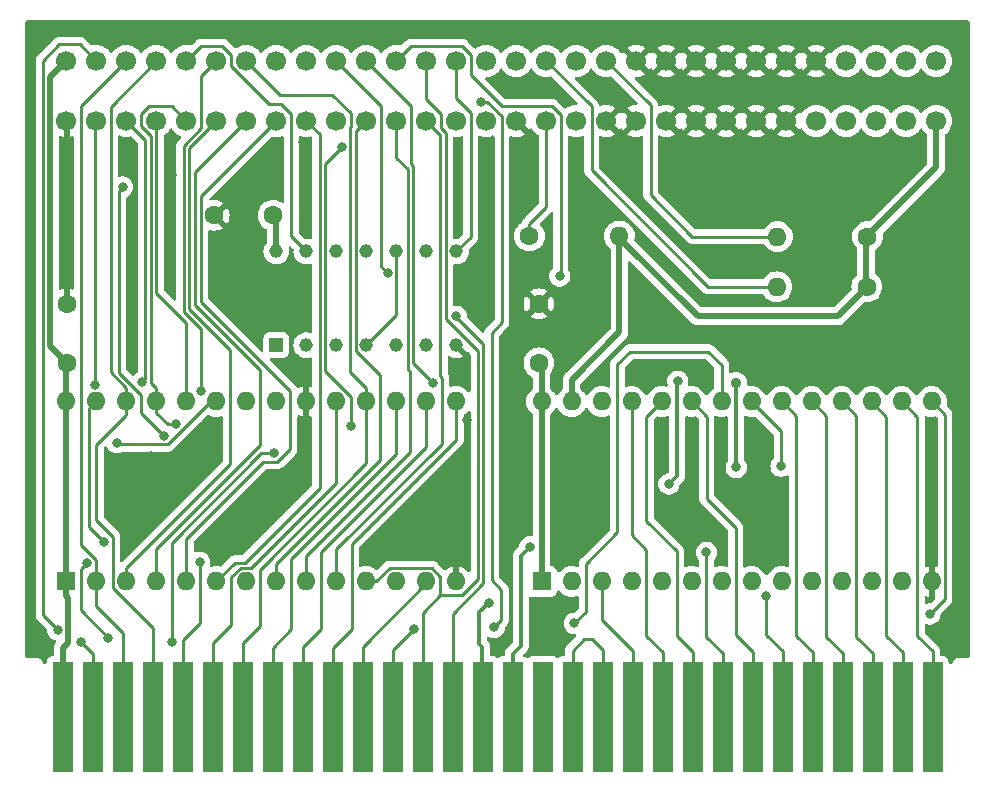
<source format=gbl>
G04 #@! TF.GenerationSoftware,KiCad,Pcbnew,7.0.6*
G04 #@! TF.CreationDate,2023-07-19T00:55:54+09:00*
G04 #@! TF.ProjectId,NES_MAmi,4e45535f-4d41-46d6-992e-6b696361645f,rev?*
G04 #@! TF.SameCoordinates,Original*
G04 #@! TF.FileFunction,Copper,L2,Bot*
G04 #@! TF.FilePolarity,Positive*
%FSLAX46Y46*%
G04 Gerber Fmt 4.6, Leading zero omitted, Abs format (unit mm)*
G04 Created by KiCad (PCBNEW 7.0.6) date 2023-07-19 00:55:54*
%MOMM*%
%LPD*%
G01*
G04 APERTURE LIST*
G04 #@! TA.AperFunction,ComponentPad*
%ADD10C,1.700000*%
G04 #@! TD*
G04 #@! TA.AperFunction,ComponentPad*
%ADD11R,1.600000X1.600000*%
G04 #@! TD*
G04 #@! TA.AperFunction,ComponentPad*
%ADD12O,1.600000X1.600000*%
G04 #@! TD*
G04 #@! TA.AperFunction,ComponentPad*
%ADD13C,1.600000*%
G04 #@! TD*
G04 #@! TA.AperFunction,ComponentPad*
%ADD14R,1.170000X1.170000*%
G04 #@! TD*
G04 #@! TA.AperFunction,ComponentPad*
%ADD15C,1.170000*%
G04 #@! TD*
G04 #@! TA.AperFunction,SMDPad,CuDef*
%ADD16R,1.700000X9.300000*%
G04 #@! TD*
G04 #@! TA.AperFunction,ViaPad*
%ADD17C,0.800000*%
G04 #@! TD*
G04 #@! TA.AperFunction,ViaPad*
%ADD18C,1.000000*%
G04 #@! TD*
G04 #@! TA.AperFunction,ViaPad*
%ADD19C,0.900000*%
G04 #@! TD*
G04 #@! TA.AperFunction,Conductor*
%ADD20C,0.250000*%
G04 #@! TD*
G04 #@! TA.AperFunction,Conductor*
%ADD21C,0.500000*%
G04 #@! TD*
G04 #@! TA.AperFunction,Conductor*
%ADD22C,0.350000*%
G04 #@! TD*
G04 APERTURE END LIST*
D10*
G04 #@! TO.P,VRC_CART1,1,Pin_1*
G04 #@! TO.N,GND*
X111880000Y-81289800D03*
G04 #@! TO.P,VRC_CART1,2,Pin_2*
G04 #@! TO.N,CPU A11*
X114420000Y-81289800D03*
G04 #@! TO.P,VRC_CART1,3,Pin_3*
G04 #@! TO.N,CPU A10*
X116960000Y-81289800D03*
G04 #@! TO.P,VRC_CART1,4,Pin_4*
G04 #@! TO.N,CPU A09*
X119500000Y-81289800D03*
G04 #@! TO.P,VRC_CART1,5,Pin_5*
G04 #@! TO.N,CPU A08*
X122040000Y-81289800D03*
G04 #@! TO.P,VRC_CART1,6,Pin_6*
G04 #@! TO.N,CPU A07*
X124580000Y-81289800D03*
G04 #@! TO.P,VRC_CART1,7,Pin_7*
G04 #@! TO.N,CPU A06*
X127120000Y-81289800D03*
G04 #@! TO.P,VRC_CART1,8,Pin_8*
G04 #@! TO.N,CPU A05*
X129660000Y-81289800D03*
G04 #@! TO.P,VRC_CART1,9,Pin_9*
G04 #@! TO.N,CPU A04*
X132200000Y-81289800D03*
G04 #@! TO.P,VRC_CART1,10,Pin_10*
G04 #@! TO.N,CPU A03*
X134740000Y-81289800D03*
G04 #@! TO.P,VRC_CART1,11,Pin_11*
G04 #@! TO.N,CPU A02*
X137280000Y-81289800D03*
G04 #@! TO.P,VRC_CART1,12,Pin_12*
G04 #@! TO.N,CPU A01*
X139820000Y-81289800D03*
G04 #@! TO.P,VRC_CART1,13,Pin_13*
G04 #@! TO.N,CPU A00*
X142360000Y-81289800D03*
G04 #@! TO.P,VRC_CART1,14,Pin_14*
G04 #@! TO.N,CPU R{slash}~{W}*
X144900000Y-81289800D03*
G04 #@! TO.P,VRC_CART1,15,Pin_15*
G04 #@! TO.N,unconnected-(VRC_CART1-Pin_15-Pad15)*
X147440000Y-81289800D03*
G04 #@! TO.P,VRC_CART1,16,Pin_16*
G04 #@! TO.N,GND*
X149980000Y-81289800D03*
G04 #@! TO.P,VRC_CART1,17,Pin_17*
G04 #@! TO.N,Net-(VRC_CART1-Pin_17)*
X152520000Y-81289800D03*
G04 #@! TO.P,VRC_CART1,18,Pin_18*
G04 #@! TO.N,unconnected-(VRC_CART1-Pin_18-Pad18)*
X155060000Y-81289800D03*
G04 #@! TO.P,VRC_CART1,19,Pin_19*
G04 #@! TO.N,GND*
X157600000Y-81289800D03*
G04 #@! TO.P,VRC_CART1,20,Pin_20*
X160140000Y-81289800D03*
G04 #@! TO.P,VRC_CART1,21,Pin_21*
X162680000Y-81289800D03*
G04 #@! TO.P,VRC_CART1,22,Pin_22*
X165220000Y-81289800D03*
G04 #@! TO.P,VRC_CART1,23,Pin_23*
X167760000Y-81289800D03*
G04 #@! TO.P,VRC_CART1,24,Pin_24*
X170300000Y-81289800D03*
G04 #@! TO.P,VRC_CART1,25,Pin_25*
X172840000Y-81289800D03*
G04 #@! TO.P,VRC_CART1,26,Pin_26*
G04 #@! TO.N,unconnected-(VRC_CART1-Pin_26-Pad26)*
X175380000Y-81289800D03*
G04 #@! TO.P,VRC_CART1,27,Pin_27*
G04 #@! TO.N,unconnected-(VRC_CART1-Pin_27-Pad27)*
X177920000Y-81289800D03*
G04 #@! TO.P,VRC_CART1,28,Pin_28*
G04 #@! TO.N,unconnected-(VRC_CART1-Pin_28-Pad28)*
X180460000Y-81289800D03*
G04 #@! TO.P,VRC_CART1,29,Pin_29*
G04 #@! TO.N,unconnected-(VRC_CART1-Pin_29-Pad29)*
X183000000Y-81289800D03*
G04 #@! TO.P,VRC_CART1,30,Pin_30*
G04 #@! TO.N,VCC*
X185540000Y-81289800D03*
G04 #@! TO.P,VRC_CART1,31,Pin_31*
X111880000Y-76209800D03*
G04 #@! TO.P,VRC_CART1,32,Pin_32*
G04 #@! TO.N,CLK*
X114420000Y-76209800D03*
G04 #@! TO.P,VRC_CART1,33,Pin_33*
G04 #@! TO.N,CPU A12*
X116960000Y-76209800D03*
G04 #@! TO.P,VRC_CART1,34,Pin_34*
G04 #@! TO.N,CPU A13*
X119500000Y-76209800D03*
G04 #@! TO.P,VRC_CART1,35,Pin_35*
G04 #@! TO.N,CPU A14*
X122040000Y-76209800D03*
G04 #@! TO.P,VRC_CART1,36,Pin_36*
G04 #@! TO.N,CPU D7*
X124580000Y-76209800D03*
G04 #@! TO.P,VRC_CART1,37,Pin_37*
G04 #@! TO.N,CPU D6*
X127120000Y-76209800D03*
G04 #@! TO.P,VRC_CART1,38,Pin_38*
G04 #@! TO.N,CPU D5*
X129660000Y-76209800D03*
G04 #@! TO.P,VRC_CART1,39,Pin_39*
G04 #@! TO.N,CPU D4*
X132200000Y-76209800D03*
G04 #@! TO.P,VRC_CART1,40,Pin_40*
G04 #@! TO.N,CPU D3*
X134740000Y-76209800D03*
G04 #@! TO.P,VRC_CART1,41,Pin_41*
G04 #@! TO.N,CPU D2*
X137280000Y-76209800D03*
G04 #@! TO.P,VRC_CART1,42,Pin_42*
G04 #@! TO.N,CPU D1*
X139820000Y-76209800D03*
G04 #@! TO.P,VRC_CART1,43,Pin_43*
G04 #@! TO.N,CPU D0*
X142360000Y-76209800D03*
G04 #@! TO.P,VRC_CART1,44,Pin_44*
G04 #@! TO.N,~{OUT_ROMSEL}*
X144900000Y-76209800D03*
G04 #@! TO.P,VRC_CART1,45,Pin_45*
G04 #@! TO.N,SOUND IN*
X147440000Y-76209800D03*
G04 #@! TO.P,VRC_CART1,46,Pin_46*
G04 #@! TO.N,SOUND OUT*
X149980000Y-76209800D03*
G04 #@! TO.P,VRC_CART1,47,Pin_47*
G04 #@! TO.N,Net-(VRC_CART1-Pin_47)*
X152520000Y-76209800D03*
G04 #@! TO.P,VRC_CART1,48,Pin_48*
G04 #@! TO.N,unconnected-(VRC_CART1-Pin_48-Pad48)*
X155060000Y-76209800D03*
G04 #@! TO.P,VRC_CART1,49,Pin_49*
G04 #@! TO.N,Net-(VRC_CART1-Pin_49)*
X157600000Y-76209800D03*
G04 #@! TO.P,VRC_CART1,50,Pin_50*
G04 #@! TO.N,GND*
X160140000Y-76209800D03*
G04 #@! TO.P,VRC_CART1,51,Pin_51*
X162680000Y-76209800D03*
G04 #@! TO.P,VRC_CART1,52,Pin_52*
X165220000Y-76209800D03*
G04 #@! TO.P,VRC_CART1,53,Pin_53*
X167760000Y-76209800D03*
G04 #@! TO.P,VRC_CART1,54,Pin_54*
X170300000Y-76209800D03*
G04 #@! TO.P,VRC_CART1,55,Pin_55*
X172840000Y-76209800D03*
G04 #@! TO.P,VRC_CART1,56,Pin_56*
X175380000Y-76209800D03*
G04 #@! TO.P,VRC_CART1,57,Pin_57*
G04 #@! TO.N,unconnected-(VRC_CART1-Pin_57-Pad57)*
X177920000Y-76209800D03*
G04 #@! TO.P,VRC_CART1,58,Pin_58*
G04 #@! TO.N,unconnected-(VRC_CART1-Pin_58-Pad58)*
X180460000Y-76209800D03*
G04 #@! TO.P,VRC_CART1,59,Pin_59*
G04 #@! TO.N,unconnected-(VRC_CART1-Pin_59-Pad59)*
X183000000Y-76209800D03*
G04 #@! TO.P,VRC_CART1,60,Pin_60*
G04 #@! TO.N,unconnected-(VRC_CART1-Pin_60-Pad60)*
X185540000Y-76209800D03*
G04 #@! TD*
D11*
G04 #@! TO.P,CHRROM1,1,VPP*
G04 #@! TO.N,VCC*
X152120000Y-120289800D03*
D12*
G04 #@! TO.P,CHRROM1,2,A12*
G04 #@! TO.N,PPU A12*
X154660000Y-120289800D03*
G04 #@! TO.P,CHRROM1,3,A7*
G04 #@! TO.N,PPU A07*
X157200000Y-120289800D03*
G04 #@! TO.P,CHRROM1,4,A6*
G04 #@! TO.N,PPU A06*
X159740000Y-120289800D03*
G04 #@! TO.P,CHRROM1,5,A5*
G04 #@! TO.N,PPU A05*
X162280000Y-120289800D03*
G04 #@! TO.P,CHRROM1,6,A4*
G04 #@! TO.N,PPU A04*
X164820000Y-120289800D03*
G04 #@! TO.P,CHRROM1,7,A3*
G04 #@! TO.N,PPU A03*
X167360000Y-120289800D03*
G04 #@! TO.P,CHRROM1,8,A2*
G04 #@! TO.N,PPU A02*
X169900000Y-120289800D03*
G04 #@! TO.P,CHRROM1,9,A1*
G04 #@! TO.N,PPU A01*
X172440000Y-120289800D03*
G04 #@! TO.P,CHRROM1,10,A0*
G04 #@! TO.N,PPU A00*
X174980000Y-120289800D03*
G04 #@! TO.P,CHRROM1,11,D0*
G04 #@! TO.N,PPU D0*
X177520000Y-120289800D03*
G04 #@! TO.P,CHRROM1,12,D1*
G04 #@! TO.N,PPU D1*
X180060000Y-120289800D03*
G04 #@! TO.P,CHRROM1,13,D2*
G04 #@! TO.N,PPU D2*
X182600000Y-120289800D03*
G04 #@! TO.P,CHRROM1,14,GND*
G04 #@! TO.N,GND*
X185140000Y-120289800D03*
G04 #@! TO.P,CHRROM1,15,D3*
G04 #@! TO.N,PPU D3*
X185140000Y-105049800D03*
G04 #@! TO.P,CHRROM1,16,D4*
G04 #@! TO.N,PPU D4*
X182600000Y-105049800D03*
G04 #@! TO.P,CHRROM1,17,D5*
G04 #@! TO.N,PPU D5*
X180060000Y-105049800D03*
G04 #@! TO.P,CHRROM1,18,D6*
G04 #@! TO.N,PPU D6*
X177520000Y-105049800D03*
G04 #@! TO.P,CHRROM1,19,D7*
G04 #@! TO.N,PPU D7*
X174980000Y-105049800D03*
G04 #@! TO.P,CHRROM1,20,~{CE}*
G04 #@! TO.N,PPU A13*
X172440000Y-105049800D03*
G04 #@! TO.P,CHRROM1,21,A10*
G04 #@! TO.N,PA10*
X169900000Y-105049800D03*
G04 #@! TO.P,CHRROM1,22,~{OE}*
G04 #@! TO.N,PPU ~{RD}*
X167360000Y-105049800D03*
G04 #@! TO.P,CHRROM1,23,A11*
G04 #@! TO.N,PPU A11*
X164820000Y-105049800D03*
G04 #@! TO.P,CHRROM1,24,A9*
G04 #@! TO.N,PPU A09*
X162280000Y-105049800D03*
G04 #@! TO.P,CHRROM1,25,A8*
G04 #@! TO.N,PPU A08*
X159740000Y-105049800D03*
G04 #@! TO.P,CHRROM1,26,NC*
G04 #@! TO.N,unconnected-(CHRROM1-NC-Pad26)*
X157200000Y-105049800D03*
G04 #@! TO.P,CHRROM1,27,~{PGM}*
G04 #@! TO.N,VCC*
X154660000Y-105049800D03*
G04 #@! TO.P,CHRROM1,28,VCC*
X152120000Y-105049800D03*
G04 #@! TD*
G04 #@! TO.P,R3,2*
G04 #@! TO.N,Net-(VRC_CART1-Pin_47)*
X172030000Y-95339800D03*
D13*
G04 #@! TO.P,R3,1*
G04 #@! TO.N,VCC*
X179650000Y-95339800D03*
G04 #@! TD*
D14*
G04 #@! TO.P,U1,1*
G04 #@! TO.N,~{ROMSEL}(~{A15}+~{CLK})*
X129660000Y-100289800D03*
D15*
G04 #@! TO.P,U1,2*
X132200000Y-100289800D03*
G04 #@! TO.P,U1,3*
G04 #@! TO.N,Net-(U1-Pad10)*
X134740000Y-100289800D03*
G04 #@! TO.P,U1,4*
X137280000Y-100289800D03*
G04 #@! TO.P,U1,5*
G04 #@! TO.N,CPU A14*
X139820000Y-100289800D03*
G04 #@! TO.P,U1,6*
G04 #@! TO.N,~{IN_ROMSEL}*
X142360000Y-100289800D03*
G04 #@! TO.P,U1,7,GND*
G04 #@! TO.N,GND*
X144900000Y-100289800D03*
G04 #@! TO.P,U1,8*
G04 #@! TO.N,~{OUT_ROMSEL}*
X144900000Y-92349800D03*
G04 #@! TO.P,U1,9*
G04 #@! TO.N,Net-(U1-Pad11)*
X142360000Y-92349800D03*
G04 #@! TO.P,U1,10*
G04 #@! TO.N,Net-(U1-Pad10)*
X139820000Y-92349800D03*
G04 #@! TO.P,U1,11*
G04 #@! TO.N,Net-(U1-Pad11)*
X137280000Y-92349800D03*
G04 #@! TO.P,U1,12*
G04 #@! TO.N,CPU A14*
X134740000Y-92349800D03*
G04 #@! TO.P,U1,13*
X132200000Y-92349800D03*
G04 #@! TO.P,U1,14,VCC*
G04 #@! TO.N,VCC*
X129660000Y-92349800D03*
G04 #@! TD*
D13*
G04 #@! TO.P,C1,1*
G04 #@! TO.N,VCC*
X151900000Y-101789800D03*
G04 #@! TO.P,C1,2*
G04 #@! TO.N,GND*
X151900000Y-96789800D03*
G04 #@! TD*
D12*
G04 #@! TO.P,R2,2*
G04 #@! TO.N,Net-(VRC_CART1-Pin_49)*
X172090000Y-91089800D03*
D13*
G04 #@! TO.P,R2,1*
G04 #@! TO.N,VCC*
X179710000Y-91089800D03*
G04 #@! TD*
G04 #@! TO.P,C2,1*
G04 #@! TO.N,VCC*
X111900000Y-101789800D03*
G04 #@! TO.P,C2,2*
G04 #@! TO.N,GND*
X111900000Y-96789800D03*
G04 #@! TD*
D11*
G04 #@! TO.P,PRGROM1,1,VPP*
G04 #@! TO.N,VCC*
X111860000Y-120289800D03*
D12*
G04 #@! TO.P,PRGROM1,2,A12*
G04 #@! TO.N,CPU A12*
X114400000Y-120289800D03*
G04 #@! TO.P,PRGROM1,3,A7*
G04 #@! TO.N,CPU A07*
X116940000Y-120289800D03*
G04 #@! TO.P,PRGROM1,4,A6*
G04 #@! TO.N,CPU A06*
X119480000Y-120289800D03*
G04 #@! TO.P,PRGROM1,5,A5*
G04 #@! TO.N,CPU A05*
X122020000Y-120289800D03*
G04 #@! TO.P,PRGROM1,6,A4*
G04 #@! TO.N,CPU A04*
X124560000Y-120289800D03*
G04 #@! TO.P,PRGROM1,7,A3*
G04 #@! TO.N,CPU A03*
X127100000Y-120289800D03*
G04 #@! TO.P,PRGROM1,8,A2*
G04 #@! TO.N,CPU A02*
X129640000Y-120289800D03*
G04 #@! TO.P,PRGROM1,9,A1*
G04 #@! TO.N,CPU A01*
X132180000Y-120289800D03*
G04 #@! TO.P,PRGROM1,10,A0*
G04 #@! TO.N,CPU A00*
X134720000Y-120289800D03*
G04 #@! TO.P,PRGROM1,11,D0*
G04 #@! TO.N,CPU D0*
X137260000Y-120289800D03*
G04 #@! TO.P,PRGROM1,12,D1*
G04 #@! TO.N,CPU D1*
X139800000Y-120289800D03*
G04 #@! TO.P,PRGROM1,13,D2*
G04 #@! TO.N,CPU D2*
X142340000Y-120289800D03*
G04 #@! TO.P,PRGROM1,14,GND*
G04 #@! TO.N,GND*
X144880000Y-120289800D03*
G04 #@! TO.P,PRGROM1,15,D3*
G04 #@! TO.N,CPU D3*
X144880000Y-105049800D03*
G04 #@! TO.P,PRGROM1,16,D4*
G04 #@! TO.N,CPU D4*
X142340000Y-105049800D03*
G04 #@! TO.P,PRGROM1,17,D5*
G04 #@! TO.N,CPU D5*
X139800000Y-105049800D03*
G04 #@! TO.P,PRGROM1,18,D6*
G04 #@! TO.N,CPU D6*
X137260000Y-105049800D03*
G04 #@! TO.P,PRGROM1,19,D7*
G04 #@! TO.N,CPU D7*
X134720000Y-105049800D03*
G04 #@! TO.P,PRGROM1,20,~{CE}*
G04 #@! TO.N,GND*
X132180000Y-105049800D03*
G04 #@! TO.P,PRGROM1,21,A10*
G04 #@! TO.N,CPU A10*
X129640000Y-105049800D03*
G04 #@! TO.P,PRGROM1,22,~{OE}*
G04 #@! TO.N,~{IN_ROMSEL}*
X127100000Y-105049800D03*
G04 #@! TO.P,PRGROM1,23,A11*
G04 #@! TO.N,CPU A11*
X124560000Y-105049800D03*
G04 #@! TO.P,PRGROM1,24,A9*
G04 #@! TO.N,CPU A09*
X122020000Y-105049800D03*
G04 #@! TO.P,PRGROM1,25,A8*
G04 #@! TO.N,CPU A08*
X119480000Y-105049800D03*
G04 #@! TO.P,PRGROM1,26,A13*
G04 #@! TO.N,CPU A13*
X116940000Y-105049800D03*
G04 #@! TO.P,PRGROM1,27,A14*
G04 #@! TO.N,CPU A14*
X114400000Y-105049800D03*
G04 #@! TO.P,PRGROM1,28,VCC*
G04 #@! TO.N,VCC*
X111860000Y-105049800D03*
G04 #@! TD*
D16*
G04 #@! TO.P,MAMICART1,31,Pin_31*
G04 #@! TO.N,VCC*
X111570000Y-131789800D03*
G04 #@! TO.P,MAMICART1,32,Pin_32*
G04 #@! TO.N,CLK*
X114110000Y-131789800D03*
G04 #@! TO.P,MAMICART1,33,Pin_33*
G04 #@! TO.N,CPU A12*
X116650000Y-131789800D03*
G04 #@! TO.P,MAMICART1,34,Pin_34*
G04 #@! TO.N,CPU A13*
X119190000Y-131789800D03*
G04 #@! TO.P,MAMICART1,35,Pin_35*
G04 #@! TO.N,CPU A14*
X121730000Y-131789800D03*
G04 #@! TO.P,MAMICART1,36,Pin_36*
G04 #@! TO.N,CPU D7*
X124270000Y-131789800D03*
G04 #@! TO.P,MAMICART1,37,Pin_37*
G04 #@! TO.N,CPU D6*
X126810000Y-131789800D03*
G04 #@! TO.P,MAMICART1,38,Pin_38*
G04 #@! TO.N,CPU D5*
X129350000Y-131789800D03*
G04 #@! TO.P,MAMICART1,39,Pin_39*
G04 #@! TO.N,CPU D4*
X131890000Y-131789800D03*
G04 #@! TO.P,MAMICART1,40,Pin_40*
G04 #@! TO.N,CPU D3*
X134430000Y-131789800D03*
G04 #@! TO.P,MAMICART1,41,Pin_41*
G04 #@! TO.N,CPU D2*
X136970000Y-131789800D03*
G04 #@! TO.P,MAMICART1,42,Pin_42*
G04 #@! TO.N,CPU D1*
X139510000Y-131789800D03*
G04 #@! TO.P,MAMICART1,43,Pin_43*
G04 #@! TO.N,CPU D0*
X142050000Y-131789800D03*
G04 #@! TO.P,MAMICART1,44,Pin_44*
G04 #@! TO.N,~{ROMSEL}(~{A15}+~{CLK})*
X144590000Y-131789800D03*
G04 #@! TO.P,MAMICART1,45,Pin_45*
G04 #@! TO.N,SOUND IN*
X147130000Y-131789800D03*
G04 #@! TO.P,MAMICART1,46,Pin_46*
G04 #@! TO.N,SOUND OUT*
X149670000Y-131789800D03*
G04 #@! TO.P,MAMICART1,47,Pin_47*
G04 #@! TO.N,PPU ~{WR}*
X152210000Y-131789800D03*
G04 #@! TO.P,MAMICART1,48,Pin_48*
G04 #@! TO.N,PPU ~{A13}*
X154750000Y-131789800D03*
G04 #@! TO.P,MAMICART1,49,Pin_49*
X157290000Y-131789800D03*
G04 #@! TO.P,MAMICART1,50,Pin_50*
G04 #@! TO.N,PPU A07*
X159830000Y-131789800D03*
G04 #@! TO.P,MAMICART1,51,Pin_51*
G04 #@! TO.N,PPU A08*
X162370000Y-131789800D03*
G04 #@! TO.P,MAMICART1,52,Pin_52*
G04 #@! TO.N,PPU A09*
X164910000Y-131789800D03*
G04 #@! TO.P,MAMICART1,53,Pin_53*
G04 #@! TO.N,PA10*
X167450000Y-131789800D03*
G04 #@! TO.P,MAMICART1,54,Pin_54*
G04 #@! TO.N,PPU A11*
X169990000Y-131789800D03*
G04 #@! TO.P,MAMICART1,55,Pin_55*
G04 #@! TO.N,PPU A12*
X172530000Y-131789800D03*
G04 #@! TO.P,MAMICART1,56,Pin_56*
G04 #@! TO.N,PPU A13*
X175070000Y-131789800D03*
G04 #@! TO.P,MAMICART1,57,Pin_57*
G04 #@! TO.N,PPU D7*
X177610000Y-131789800D03*
G04 #@! TO.P,MAMICART1,58,Pin_58*
G04 #@! TO.N,PPU D6*
X180150000Y-131789800D03*
G04 #@! TO.P,MAMICART1,59,Pin_59*
G04 #@! TO.N,PPU D5*
X182690000Y-131789800D03*
G04 #@! TO.P,MAMICART1,60,Pin_60*
G04 #@! TO.N,PPU D4*
X185230000Y-131789800D03*
G04 #@! TD*
D13*
G04 #@! TO.P,R1,1*
G04 #@! TO.N,Net-(VRC_CART1-Pin_17)*
X151090000Y-91039800D03*
D12*
G04 #@! TO.P,R1,2*
G04 #@! TO.N,VCC*
X158710000Y-91039800D03*
G04 #@! TD*
D13*
G04 #@! TO.P,C3,1*
G04 #@! TO.N,VCC*
X129400000Y-89289800D03*
G04 #@! TO.P,C3,2*
G04 #@! TO.N,GND*
X124400000Y-89289800D03*
G04 #@! TD*
D17*
G04 #@! TO.N,GND*
X145050000Y-90589800D03*
X145800000Y-106589800D03*
D18*
X132170000Y-90239800D03*
D17*
X167450000Y-117839800D03*
X145050000Y-83239800D03*
D18*
X126260000Y-89519800D03*
D17*
X184200000Y-82889800D03*
X165250000Y-83439800D03*
X166000000Y-103489800D03*
X162350000Y-106989800D03*
D18*
X125400000Y-116289800D03*
X141200000Y-117989800D03*
X123900000Y-107789800D03*
X117000000Y-83489800D03*
D17*
X151700000Y-122289800D03*
X164850000Y-79489800D03*
D18*
X109100000Y-73489800D03*
D17*
X159700000Y-103139800D03*
D18*
X149100000Y-100089800D03*
D17*
X132100000Y-106989800D03*
D18*
X120680000Y-95279800D03*
D17*
X155050000Y-83339800D03*
D18*
X120750000Y-85839800D03*
X127990000Y-88019800D03*
X121600000Y-109589800D03*
D17*
X171550000Y-118339800D03*
D18*
X129640000Y-83329800D03*
D17*
X154200000Y-79739800D03*
X167400000Y-107139800D03*
D18*
X119020000Y-109729800D03*
D17*
X170050000Y-107139800D03*
X185750000Y-78539800D03*
X153500000Y-106589800D03*
D18*
X109200000Y-125989800D03*
D17*
X164850000Y-107089800D03*
X164650000Y-117239800D03*
X147400000Y-83289800D03*
D18*
X187400000Y-125889800D03*
D17*
X148400000Y-125789800D03*
X141200000Y-113689800D03*
X156300000Y-77539800D03*
X123100000Y-117389800D03*
D18*
X150050000Y-83339800D03*
X146530000Y-92369800D03*
X150300000Y-102889800D03*
X137300000Y-118089800D03*
X128140000Y-93579800D03*
D17*
X151250000Y-77489800D03*
D18*
X145400000Y-95489800D03*
D17*
X162600000Y-83439800D03*
X185100000Y-106989800D03*
D18*
X117460000Y-101449800D03*
D17*
X143500000Y-111989800D03*
D18*
X143500000Y-117139800D03*
D17*
X131900000Y-83089800D03*
D18*
X187600000Y-73589800D03*
D17*
X167900000Y-83439800D03*
X157400000Y-106789800D03*
X160000000Y-94489800D03*
D18*
X117000000Y-117289800D03*
X145200000Y-103089800D03*
D17*
X152700000Y-89939800D03*
D18*
X120660000Y-82739800D03*
D17*
X153300000Y-117189800D03*
D18*
X150300000Y-107039800D03*
D17*
X167750000Y-79389800D03*
G04 #@! TO.N,PPU A12*
X171100000Y-121489800D03*
G04 #@! TO.N,PPU D3*
X185010000Y-123049800D03*
G04 #@! TO.N,PA10*
X166085200Y-117839800D03*
X172400000Y-110539800D03*
G04 #@! TO.N,PPU ~{RD}*
X154900000Y-123839800D03*
G04 #@! TO.N,CPU R{slash}~{W}*
X148100000Y-124189800D03*
X147030000Y-79669800D03*
G04 #@! TO.N,CPU A11*
X114292200Y-103627100D03*
X116169600Y-108554200D03*
G04 #@! TO.N,CPU A10*
X115450000Y-125089800D03*
X118298600Y-103428200D03*
X113636916Y-118736714D03*
G04 #@! TO.N,CPU A08*
X121166800Y-106976200D03*
X120790000Y-125389800D03*
X129427900Y-109424700D03*
G04 #@! TO.N,CPU A03*
X120160100Y-107959700D03*
X116650000Y-86907200D03*
G04 #@! TO.N,CPU A14*
X123165100Y-118672700D03*
X115084500Y-116939800D03*
G04 #@! TO.N,CPU D7*
X123300000Y-104156700D03*
G04 #@! TO.N,CPU D4*
X136011000Y-107114000D03*
X135209200Y-83543300D03*
G04 #@! TO.N,CPU D3*
X139095500Y-94189800D03*
G04 #@! TO.N,CPU D2*
X142900688Y-103490488D03*
G04 #@! TO.N,CPU D1*
X153660000Y-94439800D03*
X141309200Y-124339300D03*
G04 #@! TO.N,SOUND IN*
X147650000Y-122089800D03*
X163650000Y-103339800D03*
X162900000Y-112039800D03*
G04 #@! TO.N,SOUND OUT*
X151125000Y-117364800D03*
X168600000Y-110639800D03*
D19*
X168600000Y-103489800D03*
D17*
G04 #@! TO.N,CLK*
X111154900Y-124380000D03*
X113087701Y-125402099D03*
G04 #@! TO.N,~{ROMSEL}(~{A15}+~{CLK})*
X144893500Y-97859700D03*
G04 #@! TD*
D20*
G04 #@! TO.N,Net-(VRC_CART1-Pin_47)*
X152520000Y-76209800D02*
X156350000Y-80039800D01*
X166200000Y-95339800D02*
X172030000Y-95339800D01*
X156350000Y-80039800D02*
X156350000Y-85489800D01*
X156350000Y-85489800D02*
X166200000Y-95339800D01*
D21*
G04 #@! TO.N,VCC*
X111570000Y-125919800D02*
X112005000Y-125484800D01*
X154660000Y-103229800D02*
X154660000Y-105049800D01*
X158710000Y-91199800D02*
X158710000Y-99179800D01*
X151900000Y-101789800D02*
X152120000Y-102009800D01*
X111900000Y-101789800D02*
X110499800Y-100389600D01*
X179600000Y-95439800D02*
X177200000Y-97839800D01*
X152120000Y-102009800D02*
X152120000Y-105049800D01*
X111880000Y-101809800D02*
X111900000Y-101789800D01*
X152120000Y-120289800D02*
X152120000Y-105049800D01*
X129660000Y-89549800D02*
X129660000Y-92349800D01*
X165350000Y-97839800D02*
X158710000Y-91199800D01*
X111880000Y-121539900D02*
X111880000Y-101809800D01*
X112005000Y-121664900D02*
X111880000Y-121539900D01*
X110499800Y-77590000D02*
X111880000Y-76209800D01*
X112005000Y-125484800D02*
X112005000Y-121664900D01*
X185540000Y-85199800D02*
X179600000Y-91139800D01*
X111570000Y-131789800D02*
X111570000Y-125919800D01*
X177200000Y-97839800D02*
X165350000Y-97839800D01*
X185540000Y-81289800D02*
X185540000Y-85199800D01*
X110499800Y-100389600D02*
X110499800Y-77590000D01*
X179600000Y-91139800D02*
X179600000Y-95439800D01*
X158710000Y-99179800D02*
X154660000Y-103229800D01*
X129400000Y-89289800D02*
X129660000Y-89549800D01*
G04 #@! TO.N,GND*
X111900000Y-96789800D02*
X111900000Y-81309800D01*
X111900000Y-81309800D02*
X111880000Y-81289800D01*
D20*
G04 #@! TO.N,PPU A12*
X171100000Y-124789800D02*
X172530000Y-126219800D01*
X171100000Y-121489800D02*
X171100000Y-124789800D01*
X172530000Y-126219800D02*
X172530000Y-131789800D01*
G04 #@! TO.N,PPU A07*
X157200000Y-123589800D02*
X159830000Y-126219800D01*
X157200000Y-120289800D02*
X157200000Y-123589800D01*
X159830000Y-126219800D02*
X159830000Y-131789800D01*
G04 #@! TO.N,PPU D3*
X186271400Y-121788400D02*
X186271400Y-106181200D01*
X186271400Y-106181200D02*
X185140000Y-105049800D01*
X185010000Y-123049800D02*
X186271400Y-121788400D01*
G04 #@! TO.N,PPU D4*
X185230000Y-126219800D02*
X185230000Y-131789800D01*
X183924400Y-124914200D02*
X185230000Y-126219800D01*
X183924400Y-106374200D02*
X183924400Y-124914200D01*
X182600000Y-105049800D02*
X183924400Y-106374200D01*
G04 #@! TO.N,PPU D5*
X181325200Y-124932450D02*
X182690000Y-126297250D01*
X182690000Y-126297250D02*
X182690000Y-131789800D01*
X180060000Y-105049800D02*
X180060000Y-105099800D01*
X180060000Y-105099800D02*
X181325200Y-106365000D01*
X181325200Y-106365000D02*
X181325200Y-124932450D01*
G04 #@! TO.N,PPU D6*
X178785200Y-124975000D02*
X180150000Y-126339800D01*
X178785200Y-106295000D02*
X178785200Y-124975000D01*
X180150000Y-126339800D02*
X180150000Y-131789800D01*
X177540000Y-105049800D02*
X178785200Y-106295000D01*
X177520000Y-105049800D02*
X177540000Y-105049800D01*
G04 #@! TO.N,PPU D7*
X176245200Y-124992450D02*
X177610000Y-126357250D01*
X177610000Y-126357250D02*
X177610000Y-131789800D01*
X174980000Y-105049800D02*
X176245200Y-106315000D01*
X176245200Y-106315000D02*
X176245200Y-124992450D01*
G04 #@! TO.N,PPU ~{A13}*
X155700000Y-125189800D02*
X156350000Y-125189800D01*
X154750000Y-131789800D02*
X154750000Y-126139800D01*
X154750000Y-126139800D02*
X155700000Y-125189800D01*
X157290000Y-126129800D02*
X157290000Y-131789800D01*
X156350000Y-125189800D02*
X157290000Y-126129800D01*
G04 #@! TO.N,PA10*
X167450000Y-126339800D02*
X167450000Y-131789800D01*
X169900000Y-105089800D02*
X169900000Y-105049800D01*
X166085200Y-117839800D02*
X166085200Y-124975000D01*
X172400000Y-110539800D02*
X172400000Y-107589800D01*
X166085200Y-124975000D02*
X167450000Y-126339800D01*
X172400000Y-107589800D02*
X169900000Y-105089800D01*
G04 #@! TO.N,PPU ~{RD}*
X158543900Y-116145900D02*
X158543900Y-101895900D01*
X155895200Y-122844600D02*
X155895200Y-118794600D01*
X167360000Y-101949800D02*
X167360000Y-105049800D01*
X159600000Y-100839800D02*
X166250000Y-100839800D01*
X158543900Y-101895900D02*
X159600000Y-100839800D01*
X166250000Y-100839800D02*
X167360000Y-101949800D01*
X154900000Y-123839800D02*
X155895200Y-122844600D01*
X155895200Y-118794600D02*
X158543900Y-116145900D01*
G04 #@! TO.N,PPU A11*
X166100000Y-113289800D02*
X168550000Y-115739800D01*
X168550000Y-115739800D02*
X168550000Y-124839800D01*
X166100000Y-106329800D02*
X166100000Y-113289800D01*
X169990000Y-126279800D02*
X169990000Y-131789800D01*
X164820000Y-105049800D02*
X166100000Y-106329800D01*
X168550000Y-124839800D02*
X169990000Y-126279800D01*
G04 #@! TO.N,PPU A09*
X164910000Y-126299800D02*
X164910000Y-131789800D01*
X163550000Y-117739800D02*
X163550000Y-124939800D01*
X163550000Y-124939800D02*
X164910000Y-126299800D01*
X162280000Y-105049800D02*
X161000000Y-106329800D01*
X161000000Y-115189800D02*
X163550000Y-117739800D01*
X161000000Y-106329800D02*
X161000000Y-115189800D01*
G04 #@! TO.N,PPU A08*
X162370000Y-126259800D02*
X162370000Y-131789800D01*
X161005200Y-117645000D02*
X161005200Y-124895000D01*
X159740000Y-105049800D02*
X159740000Y-116379800D01*
X159740000Y-116379800D02*
X161005200Y-117645000D01*
X161005200Y-124895000D02*
X162370000Y-126259800D01*
G04 #@! TO.N,CPU R{slash}~{W}*
X148709500Y-120999300D02*
X147900000Y-120189800D01*
X148100000Y-124189800D02*
X148709500Y-123580300D01*
X147900000Y-99228527D02*
X148766000Y-98362527D01*
X147536856Y-79669800D02*
X147030000Y-79669800D01*
X148766000Y-80898944D02*
X147536856Y-79669800D01*
X147900000Y-120189800D02*
X147900000Y-99228527D01*
X148709500Y-123580300D02*
X148709500Y-120999300D01*
X148766000Y-98362527D02*
X148766000Y-80898944D01*
G04 #@! TO.N,Net-(VRC_CART1-Pin_49)*
X164900000Y-91089800D02*
X172090000Y-91089800D01*
X157600000Y-76209800D02*
X161354000Y-79963800D01*
X161354000Y-79963800D02*
X161354000Y-87543800D01*
X161354000Y-87543800D02*
X164900000Y-91089800D01*
G04 #@! TO.N,CPU A11*
X124140000Y-105049800D02*
X124580000Y-105049800D01*
X114420000Y-81289800D02*
X114292200Y-81417600D01*
X122900000Y-106289800D02*
X124140000Y-105049800D01*
X114292200Y-81417600D02*
X114292200Y-103627100D01*
X120483700Y-108684800D02*
X122878700Y-106289800D01*
X116169600Y-108554200D02*
X116300200Y-108684800D01*
X122878700Y-106289800D02*
X122900000Y-106289800D01*
X116300200Y-108684800D02*
X120483700Y-108684800D01*
G04 #@! TO.N,CPU A10*
X118583800Y-103143000D02*
X118583800Y-82913600D01*
X115450000Y-125039800D02*
X113130000Y-122719800D01*
X113130000Y-122719800D02*
X113130000Y-119243630D01*
X113130000Y-119243630D02*
X113636916Y-118736714D01*
X115450000Y-125089800D02*
X115450000Y-125039800D01*
X118583800Y-82913600D02*
X116960000Y-81289800D01*
X118298600Y-103428200D02*
X118583800Y-103143000D01*
G04 #@! TO.N,CPU A09*
X119500000Y-95879800D02*
X122040000Y-98419800D01*
X119500000Y-81289800D02*
X119500000Y-95879800D01*
X122040000Y-98419800D02*
X122040000Y-105049800D01*
G04 #@! TO.N,CPU A08*
X119033800Y-82540700D02*
X119033800Y-103458500D01*
X119500000Y-103924700D02*
X119500000Y-106004700D01*
X120471500Y-106976200D02*
X121166800Y-106976200D01*
X119500000Y-106004700D02*
X120471500Y-106976200D01*
X118855900Y-80073900D02*
X118230000Y-80699800D01*
X118230000Y-80699800D02*
X118230000Y-81736900D01*
X122040000Y-81289800D02*
X120824100Y-80073900D01*
X118230000Y-81736900D02*
X119033800Y-82540700D01*
X120824100Y-80073900D02*
X118855900Y-80073900D01*
X128401496Y-109424700D02*
X129427900Y-109424700D01*
X120790000Y-117036196D02*
X128401496Y-109424700D01*
X120790000Y-125389800D02*
X120790000Y-117036196D01*
X119033800Y-103458500D02*
X119500000Y-103924700D01*
G04 #@! TO.N,CPU A07*
X125735100Y-110389600D02*
X125735100Y-100654900D01*
X116960000Y-119164700D02*
X125735100Y-110389600D01*
X125735100Y-100654900D02*
X122269800Y-97189600D01*
X122269800Y-83600000D02*
X124580000Y-81289800D01*
X116960000Y-120289800D02*
X116960000Y-119164700D01*
X122269800Y-97189600D02*
X122269800Y-83600000D01*
G04 #@! TO.N,CPU A06*
X119500000Y-120289800D02*
X119500000Y-117529800D01*
X128250500Y-108779300D02*
X128250500Y-102350300D01*
X122773300Y-85636500D02*
X127120000Y-81289800D01*
X128250500Y-102350300D02*
X122773300Y-96873100D01*
X119500000Y-117529800D02*
X128250500Y-108779300D01*
X122773300Y-96873100D02*
X122773300Y-85636500D01*
G04 #@! TO.N,CPU A05*
X123273700Y-87676100D02*
X129660000Y-81289800D01*
X122040000Y-116679800D02*
X128570100Y-110149700D01*
X123273700Y-96593100D02*
X123273700Y-87676100D01*
X128570100Y-110149700D02*
X129728205Y-110149700D01*
X122040000Y-120289800D02*
X122040000Y-116679800D01*
X129728205Y-110149700D02*
X130830800Y-109047105D01*
X130830800Y-109047105D02*
X130830800Y-104150200D01*
X130830800Y-104150200D02*
X123273700Y-96593100D01*
G04 #@! TO.N,CPU A04*
X133333700Y-112356100D02*
X126975000Y-118714800D01*
X126155000Y-118714800D02*
X124580000Y-120289800D01*
X126975000Y-118714800D02*
X126155000Y-118714800D01*
X132200000Y-81289800D02*
X133333700Y-82423500D01*
X133333700Y-82423500D02*
X133333700Y-112356100D01*
G04 #@! TO.N,CPU A03*
X116350100Y-87207100D02*
X116350100Y-102622400D01*
X118230000Y-106029600D02*
X120160100Y-107959700D01*
X116650000Y-86907200D02*
X116350100Y-87207100D01*
X118230000Y-104502300D02*
X118230000Y-106029600D01*
X116350100Y-102622400D02*
X118230000Y-104502300D01*
G04 #@! TO.N,CPU A02*
X129660000Y-118809800D02*
X138453600Y-110016200D01*
X136384300Y-91958565D02*
X136384300Y-82185500D01*
X138453600Y-110016200D02*
X138453600Y-102839600D01*
X129660000Y-120289800D02*
X129660000Y-118809800D01*
X136384300Y-82185500D02*
X137280000Y-81289800D01*
X136370000Y-91972865D02*
X136384300Y-91958565D01*
X138453600Y-102839600D02*
X136370000Y-100756000D01*
X136370000Y-100756000D02*
X136370000Y-91972865D01*
G04 #@! TO.N,CPU A01*
X140951000Y-109358800D02*
X132200000Y-118109800D01*
X140784800Y-85386600D02*
X140784800Y-102349500D01*
X139820000Y-84421800D02*
X140784800Y-85386600D01*
X132200000Y-118109800D02*
X132200000Y-120289800D01*
X140951000Y-102515700D02*
X140951000Y-109358800D01*
X140784800Y-102349500D02*
X140951000Y-102515700D01*
X139820000Y-81289800D02*
X139820000Y-84421800D01*
G04 #@! TO.N,CPU A00*
X142360000Y-81289800D02*
X143539600Y-82469400D01*
X143539600Y-82469400D02*
X143539600Y-102934495D01*
X134740000Y-117579800D02*
X134740000Y-120289800D01*
X143539600Y-102934495D02*
X143700000Y-103094895D01*
X143700000Y-103094895D02*
X143700000Y-108619800D01*
X143700000Y-108619800D02*
X134740000Y-117579800D01*
G04 #@! TO.N,CPU A12*
X116650000Y-131789800D02*
X116650000Y-126814700D01*
X113150000Y-117225200D02*
X113150000Y-80019800D01*
X116651000Y-126813700D02*
X116651000Y-124630800D01*
X113150000Y-80019800D02*
X116960000Y-76209800D01*
X114420000Y-118495200D02*
X113150000Y-117225200D01*
X114420000Y-122399800D02*
X114420000Y-118495200D01*
X116651000Y-124630800D02*
X114420000Y-122399800D01*
X116650000Y-126814700D02*
X116651000Y-126813700D01*
G04 #@! TO.N,CPU A13*
X115625000Y-80084800D02*
X115625000Y-80777944D01*
X115809500Y-116499300D02*
X115809500Y-120811800D01*
X114410000Y-108724900D02*
X114410000Y-115099800D01*
X115625000Y-81801656D02*
X115625000Y-102589700D01*
X119500000Y-76209800D02*
X115625000Y-80084800D01*
X115625000Y-80777944D02*
X115634000Y-80786944D01*
X115625000Y-102589700D02*
X116960000Y-103924700D01*
X115634000Y-81792656D02*
X115625000Y-81801656D01*
X115809500Y-120811800D02*
X119190000Y-124192300D01*
X116960000Y-103924700D02*
X116960000Y-106174900D01*
X115634000Y-80786944D02*
X115634000Y-81792656D01*
X119190000Y-124192300D02*
X119190000Y-131789800D01*
X116960000Y-106174900D02*
X114410000Y-108724900D01*
X114410000Y-115099800D02*
X115809500Y-116499300D01*
G04 #@! TO.N,CPU A14*
X125850000Y-75705700D02*
X125097900Y-74953600D01*
X123165100Y-118672700D02*
X123165100Y-123824700D01*
X130930000Y-80719800D02*
X130100000Y-79889800D01*
X113790000Y-115669800D02*
X113790000Y-105679800D01*
X123296200Y-74953600D02*
X122040000Y-76209800D01*
X125097900Y-74953600D02*
X123296200Y-74953600D01*
X130100000Y-79889800D02*
X129067500Y-79889800D01*
X123165100Y-123824700D02*
X121730000Y-125259800D01*
X132200000Y-92349800D02*
X130930000Y-91079800D01*
X121730000Y-125259800D02*
X121730000Y-131789800D01*
X113790000Y-105679800D02*
X114420000Y-105049800D01*
X115060000Y-116939800D02*
X113790000Y-115669800D01*
X129067500Y-79889800D02*
X125850000Y-76672300D01*
X115084500Y-116939800D02*
X115060000Y-116939800D01*
X125850000Y-76672300D02*
X125850000Y-75705700D01*
X130930000Y-91079800D02*
X130930000Y-80719800D01*
G04 #@! TO.N,CPU D7*
X126634009Y-119164800D02*
X125850000Y-119948809D01*
X123300000Y-104156700D02*
X123300000Y-98919800D01*
X123310000Y-77479800D02*
X124580000Y-76209800D01*
X123300000Y-98919800D02*
X121819600Y-97439400D01*
X121819600Y-97439400D02*
X121819600Y-83413500D01*
X121819600Y-83413500D02*
X123310000Y-81923100D01*
X127525000Y-119164800D02*
X126634009Y-119164800D01*
X125850000Y-119948809D02*
X125850000Y-123939800D01*
X123310000Y-81923100D02*
X123310000Y-77479800D01*
X124270000Y-125519800D02*
X124270000Y-131789800D01*
X134740000Y-111949800D02*
X127525000Y-119164800D01*
X134740000Y-105049800D02*
X134740000Y-111949800D01*
X125850000Y-123939800D02*
X124270000Y-125519800D01*
G04 #@! TO.N,CPU D6*
X135954000Y-80615372D02*
X134408428Y-79069800D01*
X135920000Y-91786469D02*
X135934300Y-91772169D01*
X128245200Y-124044600D02*
X128245200Y-119310900D01*
X137280000Y-103924700D02*
X135920000Y-102564700D01*
X135934300Y-81812356D02*
X135954000Y-81792656D01*
X135920000Y-102564700D02*
X135920000Y-91786469D01*
X135934300Y-91772169D02*
X135934300Y-81812356D01*
X137280000Y-110276100D02*
X137280000Y-103924700D01*
X126810000Y-125479800D02*
X128245200Y-124044600D01*
X134408428Y-79069800D02*
X129980000Y-79069800D01*
X128245200Y-119310900D02*
X137280000Y-110276100D01*
X129980000Y-79069800D02*
X127120000Y-76209800D01*
X135954000Y-81792656D02*
X135954000Y-80615372D01*
X126810000Y-131789800D02*
X126810000Y-125479800D01*
G04 #@! TO.N,CPU D5*
X130930000Y-124359800D02*
X130930000Y-118429800D01*
X129350000Y-131789800D02*
X129350000Y-125939800D01*
X130930000Y-118429800D02*
X139820000Y-109539800D01*
X139820000Y-109539800D02*
X139820000Y-105049800D01*
X129350000Y-125939800D02*
X130930000Y-124359800D01*
G04 #@! TO.N,CPU D4*
X142360000Y-108937200D02*
X133470000Y-117827200D01*
X133470000Y-124286850D02*
X131890000Y-125866850D01*
X133783700Y-102471600D02*
X133783700Y-84968800D01*
X133470000Y-117827200D02*
X133470000Y-124286850D01*
X136011000Y-104698900D02*
X133783700Y-102471600D01*
X131890000Y-125866850D02*
X131890000Y-131789800D01*
X136011000Y-107114000D02*
X136011000Y-104698900D01*
X133783700Y-84968800D02*
X135209200Y-83543300D01*
X142360000Y-105049800D02*
X142360000Y-108937200D01*
G04 #@! TO.N,CPU D3*
X136041600Y-124348200D02*
X136041600Y-117148200D01*
X138550000Y-80019800D02*
X134740000Y-76209800D01*
X139095500Y-94189800D02*
X138550000Y-93644300D01*
X136041600Y-117148200D02*
X144900000Y-108289800D01*
X138550000Y-93644300D02*
X138550000Y-80019800D01*
X144900000Y-108289800D02*
X144900000Y-105049800D01*
X134430000Y-125959800D02*
X136041600Y-124348200D01*
X134430000Y-131789800D02*
X134430000Y-125959800D01*
G04 #@! TO.N,CPU D2*
X142900688Y-103490488D02*
X141234900Y-101824700D01*
X141090000Y-84952600D02*
X141090000Y-80019800D01*
X142360000Y-120429800D02*
X142360000Y-120289800D01*
X141090000Y-80019800D02*
X137280000Y-76209800D01*
X136970000Y-131789800D02*
X136970000Y-125819800D01*
X136970000Y-125819800D02*
X142360000Y-120429800D01*
X141234900Y-101824700D02*
X141234900Y-85097500D01*
X141234900Y-85097500D02*
X141090000Y-84952600D01*
G04 #@! TO.N,CPU D1*
X146114000Y-75706944D02*
X145402856Y-74995800D01*
X153660000Y-94439800D02*
X153752200Y-94347600D01*
X139510000Y-131789800D02*
X139510000Y-126138500D01*
X139510000Y-126138500D02*
X141309200Y-124339300D01*
X141034000Y-74995800D02*
X139820000Y-76209800D01*
X148786000Y-80075800D02*
X146114000Y-77403800D01*
X153022856Y-80075800D02*
X148786000Y-80075800D01*
X153752200Y-94347600D02*
X153752200Y-80805144D01*
X146114000Y-77403800D02*
X146114000Y-75706944D01*
X145402856Y-74995800D02*
X141034000Y-74995800D01*
X153752200Y-80805144D02*
X153022856Y-80075800D01*
G04 #@! TO.N,CPU D0*
X145387200Y-121464100D02*
X146732200Y-120119100D01*
X143535300Y-121464100D02*
X143535300Y-119874109D01*
X143989800Y-82282900D02*
X143630000Y-81923100D01*
X146732200Y-100779400D02*
X143989800Y-98037000D01*
X139248800Y-119164700D02*
X138123700Y-120289800D01*
X143535300Y-121464100D02*
X145387200Y-121464100D01*
X143630000Y-80689800D02*
X142360000Y-79419800D01*
X143630000Y-81923100D02*
X143630000Y-80689800D01*
X142050000Y-131789800D02*
X142050000Y-122949400D01*
X138123700Y-120289800D02*
X137280000Y-120289800D01*
X142825891Y-119164700D02*
X139248800Y-119164700D01*
X142050000Y-122949400D02*
X143535300Y-121464100D01*
X143535300Y-119874109D02*
X142825891Y-119164700D01*
X142360000Y-79419800D02*
X142360000Y-76209800D01*
X143989800Y-98037000D02*
X143989800Y-82282900D01*
X146732200Y-120119100D02*
X146732200Y-100779400D01*
D22*
G04 #@! TO.N,SOUND IN*
X147650000Y-122089800D02*
X146825000Y-122914800D01*
X163650000Y-103339800D02*
X163600000Y-103389800D01*
X146825000Y-122914800D02*
X146825000Y-125560816D01*
X163600000Y-111339800D02*
X162900000Y-112039800D01*
X163600000Y-103389800D02*
X163600000Y-111339800D01*
X147100000Y-125835816D02*
X147100000Y-131759800D01*
X147100000Y-131759800D02*
X147130000Y-131789800D01*
X146825000Y-125560816D02*
X147100000Y-125835816D01*
G04 #@! TO.N,SOUND OUT*
X168600000Y-103489800D02*
X168600000Y-110639800D01*
X149670000Y-126419800D02*
X149670000Y-131789800D01*
X150350000Y-118139800D02*
X150350000Y-125739800D01*
X150350000Y-125739800D02*
X149670000Y-126419800D01*
X151125000Y-117364800D02*
X150350000Y-118139800D01*
D20*
G04 #@! TO.N,Net-(VRC_CART1-Pin_17)*
X152520000Y-88569800D02*
X152520000Y-81289800D01*
X151090000Y-91039800D02*
X151090000Y-89999800D01*
X151090000Y-89999800D02*
X152520000Y-88569800D01*
G04 #@! TO.N,PPU A13*
X173705200Y-124895000D02*
X175070000Y-126259800D01*
X173705200Y-106315000D02*
X173705200Y-124895000D01*
X175070000Y-126259800D02*
X175070000Y-131789800D01*
X172440000Y-105049800D02*
X173705200Y-106315000D01*
G04 #@! TO.N,~{OUT_ROMSEL}*
X146133500Y-80623300D02*
X146133500Y-91116300D01*
X146133500Y-91116300D02*
X144900000Y-92349800D01*
X144900000Y-76209800D02*
X144900000Y-79389800D01*
X144900000Y-79389800D02*
X146133500Y-80623300D01*
G04 #@! TO.N,Net-(U1-Pad10)*
X137280000Y-100289800D02*
X139820000Y-97749800D01*
X139820000Y-97749800D02*
X139820000Y-92349800D01*
G04 #@! TO.N,CLK*
X113087701Y-125402099D02*
X114110000Y-126424398D01*
X109917000Y-76192800D02*
X111290000Y-74819800D01*
X114110000Y-126424398D02*
X114110000Y-131789800D01*
X111154900Y-124380000D02*
X109917000Y-123142100D01*
X113030000Y-74819800D02*
X114420000Y-76209800D01*
X111290000Y-74819800D02*
X113030000Y-74819800D01*
X109917000Y-123142100D02*
X109917000Y-76192800D01*
G04 #@! TO.N,~{ROMSEL}(~{A15}+~{CLK})*
X147182400Y-120465800D02*
X147182400Y-100182200D01*
X144590000Y-123058200D02*
X147182400Y-120465800D01*
X144590000Y-131789800D02*
X144590000Y-123058200D01*
X147182400Y-100182200D02*
X144893500Y-97893300D01*
X144893500Y-97893300D02*
X144893500Y-97859700D01*
G04 #@! TD*
G04 #@! TA.AperFunction,Conductor*
G04 #@! TO.N,GND*
G36*
X188130511Y-72790752D02*
G01*
X188132080Y-72790942D01*
X188132082Y-72790941D01*
X188132086Y-72790943D01*
X188188102Y-72790374D01*
X188207737Y-72791739D01*
X188240829Y-72796705D01*
X188278264Y-72808617D01*
X188299194Y-72819174D01*
X188331027Y-72842205D01*
X188347594Y-72858772D01*
X188370626Y-72890607D01*
X188381181Y-72911532D01*
X188393095Y-72948977D01*
X188398058Y-72982052D01*
X188399425Y-73001710D01*
X188398857Y-73057713D01*
X188399049Y-73059296D01*
X188399499Y-73066759D01*
X188399499Y-126512841D01*
X188399049Y-126520302D01*
X188398857Y-126521884D01*
X188398857Y-126521885D01*
X188398857Y-126521886D01*
X188399230Y-126558670D01*
X188399426Y-126577887D01*
X188398059Y-126597550D01*
X188393095Y-126630625D01*
X188381181Y-126668067D01*
X188370626Y-126688992D01*
X188347594Y-126720827D01*
X188331027Y-126737394D01*
X188299192Y-126760426D01*
X188278267Y-126770981D01*
X188240825Y-126782895D01*
X188207750Y-126787859D01*
X188188091Y-126789225D01*
X188132086Y-126788657D01*
X188132085Y-126788657D01*
X188132081Y-126788657D01*
X188130511Y-126788848D01*
X188123036Y-126789300D01*
X187471961Y-126789300D01*
X187328039Y-126789300D01*
X187328036Y-126789300D01*
X187328034Y-126789301D01*
X187301842Y-126796990D01*
X187284568Y-126800748D01*
X187257544Y-126804634D01*
X187257541Y-126804635D01*
X187232710Y-126815975D01*
X187216141Y-126822155D01*
X187203171Y-126825963D01*
X187189947Y-126829847D01*
X187189945Y-126829847D01*
X187189945Y-126829848D01*
X187166982Y-126844605D01*
X187151461Y-126853080D01*
X187126628Y-126864421D01*
X187126625Y-126864423D01*
X187106000Y-126882295D01*
X187091840Y-126892895D01*
X187068876Y-126907653D01*
X187068871Y-126907657D01*
X187050993Y-126928289D01*
X187038489Y-126940793D01*
X187017857Y-126958671D01*
X187017853Y-126958676D01*
X187003095Y-126981640D01*
X186992495Y-126995800D01*
X186974623Y-127016425D01*
X186974621Y-127016428D01*
X186963280Y-127041261D01*
X186954807Y-127056778D01*
X186940047Y-127079747D01*
X186936470Y-127091928D01*
X186932355Y-127105941D01*
X186926175Y-127122510D01*
X186914835Y-127147341D01*
X186914834Y-127147344D01*
X186910948Y-127174368D01*
X186907194Y-127191631D01*
X186904526Y-127200718D01*
X186866763Y-127259500D01*
X186803212Y-127288535D01*
X186785545Y-127289800D01*
X186704499Y-127289800D01*
X186637460Y-127270115D01*
X186591705Y-127217311D01*
X186580499Y-127165800D01*
X186580499Y-127091929D01*
X186580498Y-127091923D01*
X186580497Y-127091916D01*
X186574091Y-127032317D01*
X186568164Y-127016427D01*
X186523797Y-126897471D01*
X186523793Y-126897464D01*
X186437547Y-126782255D01*
X186437544Y-126782252D01*
X186322335Y-126696006D01*
X186322328Y-126696002D01*
X186187482Y-126645708D01*
X186187483Y-126645708D01*
X186127883Y-126639301D01*
X186127881Y-126639300D01*
X186127873Y-126639300D01*
X186127865Y-126639300D01*
X185979500Y-126639300D01*
X185912461Y-126619615D01*
X185866706Y-126566811D01*
X185855500Y-126515300D01*
X185855500Y-126302537D01*
X185857224Y-126286923D01*
X185856938Y-126286896D01*
X185857672Y-126279133D01*
X185855500Y-126210003D01*
X185855500Y-126180451D01*
X185855500Y-126180450D01*
X185854629Y-126173559D01*
X185854172Y-126167745D01*
X185854088Y-126165083D01*
X185852709Y-126121173D01*
X185852562Y-126120668D01*
X185847122Y-126101944D01*
X185843174Y-126082884D01*
X185843172Y-126082869D01*
X185840664Y-126063008D01*
X185823507Y-126019675D01*
X185821619Y-126014159D01*
X185808619Y-125969412D01*
X185808615Y-125969406D01*
X185801080Y-125956665D01*
X185798418Y-125952163D01*
X185789860Y-125934694D01*
X185782486Y-125916068D01*
X185782483Y-125916064D01*
X185782483Y-125916063D01*
X185755098Y-125878371D01*
X185751890Y-125873487D01*
X185728172Y-125833382D01*
X185728171Y-125833381D01*
X185728170Y-125833379D01*
X185728165Y-125833374D01*
X185728163Y-125833371D01*
X185714005Y-125819213D01*
X185701370Y-125804420D01*
X185689593Y-125788212D01*
X185653693Y-125758513D01*
X185649381Y-125754590D01*
X184852449Y-124957658D01*
X184586219Y-124691427D01*
X184552734Y-124630104D01*
X184549900Y-124603746D01*
X184549900Y-124021614D01*
X184569585Y-123954575D01*
X184622389Y-123908820D01*
X184691547Y-123898876D01*
X184724337Y-123908335D01*
X184730197Y-123910944D01*
X184915354Y-123950300D01*
X184915355Y-123950300D01*
X185104644Y-123950300D01*
X185104646Y-123950300D01*
X185289803Y-123910944D01*
X185462730Y-123833951D01*
X185615871Y-123722688D01*
X185742533Y-123582016D01*
X185837179Y-123418084D01*
X185895674Y-123238056D01*
X185913321Y-123070144D01*
X185939904Y-123005534D01*
X185948951Y-122995438D01*
X186655188Y-122289201D01*
X186667442Y-122279386D01*
X186667259Y-122279164D01*
X186673266Y-122274192D01*
X186673277Y-122274186D01*
X186704175Y-122241282D01*
X186720627Y-122223764D01*
X186731071Y-122213318D01*
X186741520Y-122202871D01*
X186745779Y-122197378D01*
X186749552Y-122192961D01*
X186781462Y-122158982D01*
X186791115Y-122141420D01*
X186801789Y-122125170D01*
X186814073Y-122109336D01*
X186832580Y-122066567D01*
X186835149Y-122061324D01*
X186837353Y-122057313D01*
X186857597Y-122020492D01*
X186862577Y-122001091D01*
X186868878Y-121982688D01*
X186876838Y-121964296D01*
X186884130Y-121918249D01*
X186885311Y-121912552D01*
X186896900Y-121867419D01*
X186896900Y-121847382D01*
X186898427Y-121827982D01*
X186901560Y-121808204D01*
X186897175Y-121761815D01*
X186896900Y-121755977D01*
X186896900Y-106263937D01*
X186898624Y-106248323D01*
X186898338Y-106248296D01*
X186899072Y-106240533D01*
X186898483Y-106221802D01*
X186896900Y-106171403D01*
X186896900Y-106141850D01*
X186896029Y-106134959D01*
X186895572Y-106129145D01*
X186895129Y-106115057D01*
X186894109Y-106082573D01*
X186891875Y-106074886D01*
X186888522Y-106063344D01*
X186884574Y-106044284D01*
X186882064Y-106024408D01*
X186864907Y-105981075D01*
X186863019Y-105975559D01*
X186850019Y-105930812D01*
X186839818Y-105913563D01*
X186831260Y-105896094D01*
X186823886Y-105877468D01*
X186823883Y-105877464D01*
X186823883Y-105877463D01*
X186796498Y-105839771D01*
X186793290Y-105834887D01*
X186769572Y-105794782D01*
X186769563Y-105794771D01*
X186755405Y-105780613D01*
X186742770Y-105765820D01*
X186730993Y-105749612D01*
X186695093Y-105719913D01*
X186690781Y-105715990D01*
X186439413Y-105464622D01*
X186405928Y-105403299D01*
X186407319Y-105344848D01*
X186410000Y-105334842D01*
X186425635Y-105276492D01*
X186445468Y-105049800D01*
X186425635Y-104823108D01*
X186366739Y-104603304D01*
X186270568Y-104397066D01*
X186140047Y-104210661D01*
X186140045Y-104210658D01*
X185979141Y-104049754D01*
X185792734Y-103919232D01*
X185792732Y-103919231D01*
X185586497Y-103823061D01*
X185586488Y-103823058D01*
X185366697Y-103764166D01*
X185366693Y-103764165D01*
X185366692Y-103764165D01*
X185366691Y-103764164D01*
X185366686Y-103764164D01*
X185140002Y-103744332D01*
X185139998Y-103744332D01*
X184913313Y-103764164D01*
X184913302Y-103764166D01*
X184693511Y-103823058D01*
X184693502Y-103823061D01*
X184487267Y-103919231D01*
X184487265Y-103919232D01*
X184300858Y-104049754D01*
X184139954Y-104210658D01*
X184009432Y-104397065D01*
X184009431Y-104397067D01*
X183982382Y-104455075D01*
X183936209Y-104507514D01*
X183869016Y-104526666D01*
X183802135Y-104506450D01*
X183757618Y-104455075D01*
X183757618Y-104455074D01*
X183730568Y-104397066D01*
X183600047Y-104210661D01*
X183600045Y-104210658D01*
X183439141Y-104049754D01*
X183252734Y-103919232D01*
X183252732Y-103919231D01*
X183046497Y-103823061D01*
X183046488Y-103823058D01*
X182826697Y-103764166D01*
X182826693Y-103764165D01*
X182826692Y-103764165D01*
X182826691Y-103764164D01*
X182826686Y-103764164D01*
X182600002Y-103744332D01*
X182599998Y-103744332D01*
X182373313Y-103764164D01*
X182373302Y-103764166D01*
X182153511Y-103823058D01*
X182153502Y-103823061D01*
X181947267Y-103919231D01*
X181947265Y-103919232D01*
X181760858Y-104049754D01*
X181599954Y-104210658D01*
X181469432Y-104397065D01*
X181469431Y-104397067D01*
X181442382Y-104455075D01*
X181396209Y-104507514D01*
X181329016Y-104526666D01*
X181262135Y-104506450D01*
X181217618Y-104455075D01*
X181217618Y-104455074D01*
X181190568Y-104397066D01*
X181060047Y-104210661D01*
X181060045Y-104210658D01*
X180899141Y-104049754D01*
X180712734Y-103919232D01*
X180712732Y-103919231D01*
X180506497Y-103823061D01*
X180506488Y-103823058D01*
X180286697Y-103764166D01*
X180286693Y-103764165D01*
X180286692Y-103764165D01*
X180286691Y-103764164D01*
X180286686Y-103764164D01*
X180060002Y-103744332D01*
X180059998Y-103744332D01*
X179833313Y-103764164D01*
X179833302Y-103764166D01*
X179613511Y-103823058D01*
X179613502Y-103823061D01*
X179407267Y-103919231D01*
X179407265Y-103919232D01*
X179220858Y-104049754D01*
X179059954Y-104210658D01*
X178929432Y-104397065D01*
X178929431Y-104397067D01*
X178902382Y-104455075D01*
X178856209Y-104507514D01*
X178789016Y-104526666D01*
X178722135Y-104506450D01*
X178677618Y-104455075D01*
X178677618Y-104455074D01*
X178650568Y-104397066D01*
X178520047Y-104210661D01*
X178520045Y-104210658D01*
X178359141Y-104049754D01*
X178172734Y-103919232D01*
X178172732Y-103919231D01*
X177966497Y-103823061D01*
X177966488Y-103823058D01*
X177746697Y-103764166D01*
X177746693Y-103764165D01*
X177746692Y-103764165D01*
X177746691Y-103764164D01*
X177746686Y-103764164D01*
X177520002Y-103744332D01*
X177519998Y-103744332D01*
X177293313Y-103764164D01*
X177293302Y-103764166D01*
X177073511Y-103823058D01*
X177073502Y-103823061D01*
X176867267Y-103919231D01*
X176867265Y-103919232D01*
X176680858Y-104049754D01*
X176519954Y-104210658D01*
X176389432Y-104397065D01*
X176389431Y-104397067D01*
X176362382Y-104455075D01*
X176316209Y-104507514D01*
X176249016Y-104526666D01*
X176182135Y-104506450D01*
X176137618Y-104455075D01*
X176137618Y-104455074D01*
X176110568Y-104397066D01*
X175980047Y-104210661D01*
X175980045Y-104210658D01*
X175819141Y-104049754D01*
X175632734Y-103919232D01*
X175632732Y-103919231D01*
X175426497Y-103823061D01*
X175426488Y-103823058D01*
X175206697Y-103764166D01*
X175206693Y-103764165D01*
X175206692Y-103764165D01*
X175206691Y-103764164D01*
X175206686Y-103764164D01*
X174980002Y-103744332D01*
X174979998Y-103744332D01*
X174753313Y-103764164D01*
X174753302Y-103764166D01*
X174533511Y-103823058D01*
X174533502Y-103823061D01*
X174327267Y-103919231D01*
X174327265Y-103919232D01*
X174140858Y-104049754D01*
X173979954Y-104210658D01*
X173849432Y-104397065D01*
X173849431Y-104397067D01*
X173822382Y-104455075D01*
X173776209Y-104507514D01*
X173709016Y-104526666D01*
X173642135Y-104506450D01*
X173597618Y-104455075D01*
X173597618Y-104455074D01*
X173570568Y-104397066D01*
X173440047Y-104210661D01*
X173440045Y-104210658D01*
X173279141Y-104049754D01*
X173092734Y-103919232D01*
X173092732Y-103919231D01*
X172886497Y-103823061D01*
X172886488Y-103823058D01*
X172666697Y-103764166D01*
X172666693Y-103764165D01*
X172666692Y-103764165D01*
X172666691Y-103764164D01*
X172666686Y-103764164D01*
X172440002Y-103744332D01*
X172439998Y-103744332D01*
X172213313Y-103764164D01*
X172213302Y-103764166D01*
X171993511Y-103823058D01*
X171993502Y-103823061D01*
X171787267Y-103919231D01*
X171787265Y-103919232D01*
X171600858Y-104049754D01*
X171439954Y-104210658D01*
X171309432Y-104397065D01*
X171309431Y-104397067D01*
X171282382Y-104455075D01*
X171236209Y-104507514D01*
X171169016Y-104526666D01*
X171102135Y-104506450D01*
X171057618Y-104455075D01*
X171057618Y-104455074D01*
X171030568Y-104397066D01*
X170900047Y-104210661D01*
X170900045Y-104210658D01*
X170739141Y-104049754D01*
X170552734Y-103919232D01*
X170552732Y-103919231D01*
X170346497Y-103823061D01*
X170346488Y-103823058D01*
X170126697Y-103764166D01*
X170126693Y-103764165D01*
X170126692Y-103764165D01*
X170126691Y-103764164D01*
X170126686Y-103764164D01*
X169900002Y-103744332D01*
X169899998Y-103744332D01*
X169675670Y-103763958D01*
X169607170Y-103750191D01*
X169556987Y-103701576D01*
X169541054Y-103633547D01*
X169541460Y-103628276D01*
X169541576Y-103627099D01*
X169555099Y-103489800D01*
X169536747Y-103303469D01*
X169482396Y-103124299D01*
X169468708Y-103098690D01*
X169394137Y-102959176D01*
X169394135Y-102959173D01*
X169275357Y-102814442D01*
X169130626Y-102695664D01*
X169130623Y-102695662D01*
X168965502Y-102607404D01*
X168786333Y-102553053D01*
X168786331Y-102553052D01*
X168600000Y-102534701D01*
X168413668Y-102553052D01*
X168413666Y-102553053D01*
X168234499Y-102607403D01*
X168167952Y-102642973D01*
X168099549Y-102657214D01*
X168034306Y-102632213D01*
X167992936Y-102575908D01*
X167985500Y-102533614D01*
X167985500Y-102032538D01*
X167987224Y-102016924D01*
X167986938Y-102016897D01*
X167987672Y-102009134D01*
X167985500Y-101940003D01*
X167985500Y-101910451D01*
X167985500Y-101910450D01*
X167984629Y-101903559D01*
X167984172Y-101897745D01*
X167982709Y-101851172D01*
X167977122Y-101831944D01*
X167973174Y-101812884D01*
X167970663Y-101793004D01*
X167953512Y-101749687D01*
X167951619Y-101744158D01*
X167938618Y-101699409D01*
X167938616Y-101699406D01*
X167928423Y-101682171D01*
X167919861Y-101664694D01*
X167912487Y-101646070D01*
X167912486Y-101646068D01*
X167885079Y-101608345D01*
X167881888Y-101603486D01*
X167858172Y-101563383D01*
X167858165Y-101563374D01*
X167844006Y-101549215D01*
X167831368Y-101534419D01*
X167822064Y-101521613D01*
X167819594Y-101518213D01*
X167787118Y-101491347D01*
X167783688Y-101488509D01*
X167779376Y-101484586D01*
X166750803Y-100456012D01*
X166740980Y-100443750D01*
X166740759Y-100443934D01*
X166735786Y-100437923D01*
X166717159Y-100420431D01*
X166685364Y-100390573D01*
X166672272Y-100377481D01*
X166664475Y-100369683D01*
X166658986Y-100365425D01*
X166654561Y-100361647D01*
X166620582Y-100329738D01*
X166620580Y-100329736D01*
X166620577Y-100329735D01*
X166603029Y-100320088D01*
X166586763Y-100309404D01*
X166570933Y-100297125D01*
X166528168Y-100278618D01*
X166522922Y-100276048D01*
X166482093Y-100253603D01*
X166482092Y-100253602D01*
X166462693Y-100248622D01*
X166444281Y-100242318D01*
X166425898Y-100234362D01*
X166425892Y-100234360D01*
X166379874Y-100227072D01*
X166374152Y-100225887D01*
X166329021Y-100214300D01*
X166329019Y-100214300D01*
X166308984Y-100214300D01*
X166289586Y-100212773D01*
X166282162Y-100211597D01*
X166269805Y-100209640D01*
X166269804Y-100209640D01*
X166223416Y-100214025D01*
X166217578Y-100214300D01*
X159682743Y-100214300D01*
X159667122Y-100212575D01*
X159667096Y-100212861D01*
X159659334Y-100212127D01*
X159659333Y-100212127D01*
X159590186Y-100214300D01*
X159560649Y-100214300D01*
X159553766Y-100215169D01*
X159547949Y-100215626D01*
X159501373Y-100217090D01*
X159482129Y-100222681D01*
X159463079Y-100226625D01*
X159443211Y-100229134D01*
X159399884Y-100246288D01*
X159394358Y-100248179D01*
X159349614Y-100261179D01*
X159349610Y-100261181D01*
X159332366Y-100271379D01*
X159314905Y-100279933D01*
X159296274Y-100287310D01*
X159296262Y-100287317D01*
X159258570Y-100314702D01*
X159253687Y-100317909D01*
X159213580Y-100341629D01*
X159199414Y-100355795D01*
X159184624Y-100368427D01*
X159168414Y-100380204D01*
X159168411Y-100380207D01*
X159138710Y-100416109D01*
X159134777Y-100420431D01*
X158160108Y-101395099D01*
X158147851Y-101404920D01*
X158148034Y-101405141D01*
X158142023Y-101410113D01*
X158094672Y-101460536D01*
X158073789Y-101481419D01*
X158073777Y-101481432D01*
X158069521Y-101486917D01*
X158065737Y-101491347D01*
X158033837Y-101525318D01*
X158033836Y-101525320D01*
X158024184Y-101542876D01*
X158013510Y-101559126D01*
X158001229Y-101574961D01*
X158001224Y-101574968D01*
X157982715Y-101617738D01*
X157980145Y-101622984D01*
X157957703Y-101663806D01*
X157952722Y-101683207D01*
X157946421Y-101701610D01*
X157938462Y-101720002D01*
X157938461Y-101720005D01*
X157931171Y-101766027D01*
X157929987Y-101771746D01*
X157918401Y-101816872D01*
X157918400Y-101816882D01*
X157918400Y-101836916D01*
X157916873Y-101856315D01*
X157913740Y-101876094D01*
X157913740Y-101876095D01*
X157918125Y-101922483D01*
X157918400Y-101928321D01*
X157918400Y-103755211D01*
X157898715Y-103822250D01*
X157845911Y-103868005D01*
X157776753Y-103877949D01*
X157741995Y-103867593D01*
X157673409Y-103835611D01*
X157646496Y-103823061D01*
X157646492Y-103823060D01*
X157646488Y-103823058D01*
X157426697Y-103764166D01*
X157426693Y-103764165D01*
X157426692Y-103764165D01*
X157426691Y-103764164D01*
X157426686Y-103764164D01*
X157200002Y-103744332D01*
X157199998Y-103744332D01*
X156973313Y-103764164D01*
X156973302Y-103764166D01*
X156753511Y-103823058D01*
X156753502Y-103823061D01*
X156547267Y-103919231D01*
X156547265Y-103919232D01*
X156360858Y-104049754D01*
X156199954Y-104210658D01*
X156069432Y-104397065D01*
X156069431Y-104397067D01*
X156042382Y-104455075D01*
X155996209Y-104507514D01*
X155929016Y-104526666D01*
X155862135Y-104506450D01*
X155817618Y-104455075D01*
X155817618Y-104455074D01*
X155790568Y-104397066D01*
X155702124Y-104270754D01*
X155660048Y-104210662D01*
X155586347Y-104136961D01*
X155499139Y-104049753D01*
X155489902Y-104043285D01*
X155463375Y-104024710D01*
X155419751Y-103970132D01*
X155410500Y-103923136D01*
X155410500Y-103592029D01*
X155430185Y-103524990D01*
X155446814Y-103504353D01*
X159195642Y-99755524D01*
X159209271Y-99743747D01*
X159228530Y-99729410D01*
X159262101Y-99689401D01*
X159265761Y-99685406D01*
X159271590Y-99679578D01*
X159291941Y-99653839D01*
X159297948Y-99646679D01*
X159341302Y-99595014D01*
X159341306Y-99595005D01*
X159345274Y-99588975D01*
X159345325Y-99589008D01*
X159349372Y-99582656D01*
X159349320Y-99582624D01*
X159353112Y-99576475D01*
X159385575Y-99506858D01*
X159420036Y-99438240D01*
X159420040Y-99438233D01*
X159420042Y-99438221D01*
X159422509Y-99431446D01*
X159422567Y-99431467D01*
X159425043Y-99424346D01*
X159424986Y-99424328D01*
X159427257Y-99417473D01*
X159442792Y-99342234D01*
X159447491Y-99322407D01*
X159460500Y-99267521D01*
X159460500Y-99267510D01*
X159461338Y-99260348D01*
X159461398Y-99260355D01*
X159462164Y-99252855D01*
X159462105Y-99252850D01*
X159462734Y-99245660D01*
X159461732Y-99211240D01*
X159460500Y-99168882D01*
X159460500Y-93311029D01*
X159480185Y-93243991D01*
X159532989Y-93198236D01*
X159602147Y-93188292D01*
X159665703Y-93217317D01*
X159672181Y-93223349D01*
X164774270Y-98325438D01*
X164786051Y-98339070D01*
X164800388Y-98358328D01*
X164800389Y-98358329D01*
X164800390Y-98358330D01*
X164805696Y-98362782D01*
X164840409Y-98391911D01*
X164844397Y-98395566D01*
X164850216Y-98401385D01*
X164850220Y-98401388D01*
X164850223Y-98401391D01*
X164875959Y-98421740D01*
X164934786Y-98471102D01*
X164934787Y-98471102D01*
X164934789Y-98471104D01*
X164940818Y-98475070D01*
X164940785Y-98475119D01*
X164947147Y-98479172D01*
X164947179Y-98479121D01*
X164953319Y-98482908D01*
X164953323Y-98482911D01*
X164973681Y-98492404D01*
X165022941Y-98515375D01*
X165041336Y-98524613D01*
X165091567Y-98549840D01*
X165091569Y-98549840D01*
X165098357Y-98552311D01*
X165098336Y-98552367D01*
X165105457Y-98554843D01*
X165105476Y-98554786D01*
X165112322Y-98557054D01*
X165112327Y-98557057D01*
X165112332Y-98557058D01*
X165112335Y-98557059D01*
X165187564Y-98572592D01*
X165187565Y-98572592D01*
X165262279Y-98590300D01*
X165262282Y-98590300D01*
X165262286Y-98590301D01*
X165269453Y-98591139D01*
X165269446Y-98591198D01*
X165276944Y-98591964D01*
X165276950Y-98591905D01*
X165284139Y-98592534D01*
X165284143Y-98592533D01*
X165284144Y-98592534D01*
X165360917Y-98590300D01*
X177136295Y-98590300D01*
X177154265Y-98591609D01*
X177178023Y-98595089D01*
X177230068Y-98590535D01*
X177235470Y-98590300D01*
X177243704Y-98590300D01*
X177243709Y-98590300D01*
X177255327Y-98588941D01*
X177276276Y-98586493D01*
X177289028Y-98585377D01*
X177352797Y-98579799D01*
X177352805Y-98579796D01*
X177359866Y-98578339D01*
X177359878Y-98578398D01*
X177367243Y-98576765D01*
X177367229Y-98576706D01*
X177374246Y-98575041D01*
X177374255Y-98575041D01*
X177446423Y-98548774D01*
X177519334Y-98524614D01*
X177519343Y-98524607D01*
X177525882Y-98521560D01*
X177525908Y-98521616D01*
X177532690Y-98518332D01*
X177532663Y-98518278D01*
X177539106Y-98515040D01*
X177539117Y-98515037D01*
X177603283Y-98472834D01*
X177668656Y-98432512D01*
X177668662Y-98432505D01*
X177674325Y-98428029D01*
X177674362Y-98428077D01*
X177680204Y-98423318D01*
X177680164Y-98423271D01*
X177685686Y-98418636D01*
X177685696Y-98418630D01*
X177719942Y-98382331D01*
X177738386Y-98362782D01*
X178574642Y-97526524D01*
X179430629Y-96670536D01*
X179491950Y-96637053D01*
X179529111Y-96634691D01*
X179650000Y-96645268D01*
X179650002Y-96645268D01*
X179706673Y-96640309D01*
X179876692Y-96625435D01*
X180096496Y-96566539D01*
X180302734Y-96470368D01*
X180489139Y-96339847D01*
X180650047Y-96178939D01*
X180780568Y-95992534D01*
X180876739Y-95786296D01*
X180935635Y-95566492D01*
X180955468Y-95339800D01*
X180935635Y-95113108D01*
X180876739Y-94893304D01*
X180780568Y-94687066D01*
X180650047Y-94500661D01*
X180489139Y-94339753D01*
X180403376Y-94279701D01*
X180359751Y-94225124D01*
X180350500Y-94178126D01*
X180350500Y-92293484D01*
X180370185Y-92226445D01*
X180403371Y-92191913D01*
X180549139Y-92089847D01*
X180710047Y-91928939D01*
X180840568Y-91742534D01*
X180936739Y-91536296D01*
X180995635Y-91316492D01*
X181015468Y-91089800D01*
X180996042Y-90867763D01*
X181009809Y-90799265D01*
X181031886Y-90769279D01*
X186025638Y-85775527D01*
X186039267Y-85763750D01*
X186047751Y-85757434D01*
X186058530Y-85749410D01*
X186058532Y-85749406D01*
X186058534Y-85749406D01*
X186076663Y-85727799D01*
X186092113Y-85709385D01*
X186095767Y-85705399D01*
X186101591Y-85699576D01*
X186121930Y-85673852D01*
X186171302Y-85615014D01*
X186171306Y-85615005D01*
X186175274Y-85608975D01*
X186175325Y-85609008D01*
X186179369Y-85602660D01*
X186179317Y-85602628D01*
X186183104Y-85596485D01*
X186183111Y-85596477D01*
X186215572Y-85526863D01*
X186250040Y-85458233D01*
X186250041Y-85458227D01*
X186252508Y-85451450D01*
X186252566Y-85451471D01*
X186255043Y-85444344D01*
X186254986Y-85444326D01*
X186257255Y-85437479D01*
X186257256Y-85437474D01*
X186257257Y-85437472D01*
X186272790Y-85362241D01*
X186290500Y-85287521D01*
X186290500Y-85287519D01*
X186291339Y-85280348D01*
X186291398Y-85280354D01*
X186292164Y-85272854D01*
X186292105Y-85272849D01*
X186292734Y-85265659D01*
X186290500Y-85188882D01*
X186290500Y-82477500D01*
X186310185Y-82410461D01*
X186343375Y-82375926D01*
X186411401Y-82328295D01*
X186578495Y-82161201D01*
X186714035Y-81967630D01*
X186813903Y-81753463D01*
X186875063Y-81525208D01*
X186895659Y-81289800D01*
X186875063Y-81054392D01*
X186813903Y-80826137D01*
X186714035Y-80611971D01*
X186708731Y-80604395D01*
X186578494Y-80418397D01*
X186411402Y-80251306D01*
X186411395Y-80251301D01*
X186217834Y-80115767D01*
X186217830Y-80115765D01*
X186184498Y-80100222D01*
X186003663Y-80015897D01*
X186003659Y-80015896D01*
X186003655Y-80015894D01*
X185775413Y-79954738D01*
X185775403Y-79954736D01*
X185540001Y-79934141D01*
X185539999Y-79934141D01*
X185304596Y-79954736D01*
X185304586Y-79954738D01*
X185076344Y-80015894D01*
X185076337Y-80015896D01*
X185076337Y-80015897D01*
X185074699Y-80016661D01*
X184862171Y-80115764D01*
X184862169Y-80115765D01*
X184668597Y-80251305D01*
X184501505Y-80418397D01*
X184371575Y-80603958D01*
X184316998Y-80647583D01*
X184247500Y-80654777D01*
X184185145Y-80623254D01*
X184168425Y-80603958D01*
X184038494Y-80418397D01*
X183871402Y-80251306D01*
X183871395Y-80251301D01*
X183677834Y-80115767D01*
X183677830Y-80115765D01*
X183644498Y-80100222D01*
X183463663Y-80015897D01*
X183463659Y-80015896D01*
X183463655Y-80015894D01*
X183235413Y-79954738D01*
X183235403Y-79954736D01*
X183000001Y-79934141D01*
X182999999Y-79934141D01*
X182764596Y-79954736D01*
X182764586Y-79954738D01*
X182536344Y-80015894D01*
X182536337Y-80015896D01*
X182536337Y-80015897D01*
X182534699Y-80016661D01*
X182322171Y-80115764D01*
X182322169Y-80115765D01*
X182128597Y-80251305D01*
X181961505Y-80418397D01*
X181831575Y-80603958D01*
X181776998Y-80647583D01*
X181707500Y-80654777D01*
X181645145Y-80623254D01*
X181628425Y-80603958D01*
X181498494Y-80418397D01*
X181331402Y-80251306D01*
X181331395Y-80251301D01*
X181137834Y-80115767D01*
X181137830Y-80115765D01*
X181104498Y-80100222D01*
X180923663Y-80015897D01*
X180923659Y-80015896D01*
X180923655Y-80015894D01*
X180695413Y-79954738D01*
X180695403Y-79954736D01*
X180460001Y-79934141D01*
X180459999Y-79934141D01*
X180224596Y-79954736D01*
X180224586Y-79954738D01*
X179996344Y-80015894D01*
X179996337Y-80015896D01*
X179996337Y-80015897D01*
X179994699Y-80016661D01*
X179782171Y-80115764D01*
X179782169Y-80115765D01*
X179588597Y-80251305D01*
X179421508Y-80418394D01*
X179291574Y-80603960D01*
X179236997Y-80647584D01*
X179167498Y-80654777D01*
X179105144Y-80623255D01*
X179088429Y-80603964D01*
X178958495Y-80418399D01*
X178958493Y-80418396D01*
X178791402Y-80251306D01*
X178791395Y-80251301D01*
X178597834Y-80115767D01*
X178597830Y-80115765D01*
X178564498Y-80100222D01*
X178383663Y-80015897D01*
X178383659Y-80015896D01*
X178383655Y-80015894D01*
X178155413Y-79954738D01*
X178155403Y-79954736D01*
X177920001Y-79934141D01*
X177919999Y-79934141D01*
X177684596Y-79954736D01*
X177684586Y-79954738D01*
X177456344Y-80015894D01*
X177456337Y-80015896D01*
X177456337Y-80015897D01*
X177454699Y-80016661D01*
X177242171Y-80115764D01*
X177242169Y-80115765D01*
X177048597Y-80251305D01*
X176881505Y-80418397D01*
X176751575Y-80603958D01*
X176696998Y-80647583D01*
X176627500Y-80654777D01*
X176565145Y-80623254D01*
X176548425Y-80603958D01*
X176418494Y-80418397D01*
X176251402Y-80251306D01*
X176251395Y-80251301D01*
X176057834Y-80115767D01*
X176057830Y-80115765D01*
X176024498Y-80100222D01*
X175843663Y-80015897D01*
X175843659Y-80015896D01*
X175843655Y-80015894D01*
X175615413Y-79954738D01*
X175615403Y-79954736D01*
X175380001Y-79934141D01*
X175379999Y-79934141D01*
X175144596Y-79954736D01*
X175144586Y-79954738D01*
X174916344Y-80015894D01*
X174916337Y-80015896D01*
X174916337Y-80015897D01*
X174914699Y-80016661D01*
X174702171Y-80115764D01*
X174702169Y-80115765D01*
X174508597Y-80251305D01*
X174341505Y-80418397D01*
X174211269Y-80604395D01*
X174156692Y-80648020D01*
X174087194Y-80655214D01*
X174024839Y-80623691D01*
X174008119Y-80604395D01*
X173954925Y-80528426D01*
X173954925Y-80528425D01*
X173323076Y-81160274D01*
X173299493Y-81079956D01*
X173221761Y-80959002D01*
X173113100Y-80864848D01*
X172982315Y-80805120D01*
X172972533Y-80803713D01*
X173601373Y-80174873D01*
X173601373Y-80174872D01*
X173517583Y-80116202D01*
X173517579Y-80116200D01*
X173303492Y-80016370D01*
X173303483Y-80016366D01*
X173075326Y-79955232D01*
X173075315Y-79955230D01*
X172840002Y-79934643D01*
X172839998Y-79934643D01*
X172604684Y-79955230D01*
X172604673Y-79955232D01*
X172376516Y-80016366D01*
X172376507Y-80016370D01*
X172162419Y-80116201D01*
X172078625Y-80174872D01*
X172707466Y-80803713D01*
X172697685Y-80805120D01*
X172566900Y-80864848D01*
X172458239Y-80959002D01*
X172380507Y-81079956D01*
X172356923Y-81160276D01*
X171725072Y-80528425D01*
X171725072Y-80528426D01*
X171671574Y-80604830D01*
X171616998Y-80648455D01*
X171547499Y-80655649D01*
X171485144Y-80624126D01*
X171468424Y-80604830D01*
X171414925Y-80528426D01*
X171414925Y-80528425D01*
X170783076Y-81160273D01*
X170759493Y-81079956D01*
X170681761Y-80959002D01*
X170573100Y-80864848D01*
X170442315Y-80805120D01*
X170432533Y-80803713D01*
X171061373Y-80174873D01*
X171061373Y-80174872D01*
X170977583Y-80116202D01*
X170977579Y-80116200D01*
X170763492Y-80016370D01*
X170763483Y-80016366D01*
X170535326Y-79955232D01*
X170535315Y-79955230D01*
X170300002Y-79934643D01*
X170299998Y-79934643D01*
X170064684Y-79955230D01*
X170064673Y-79955232D01*
X169836516Y-80016366D01*
X169836507Y-80016370D01*
X169622419Y-80116201D01*
X169538625Y-80174872D01*
X170167466Y-80803713D01*
X170157685Y-80805120D01*
X170026900Y-80864848D01*
X169918239Y-80959002D01*
X169840507Y-81079956D01*
X169816923Y-81160275D01*
X169185073Y-80528425D01*
X169185072Y-80528426D01*
X169131574Y-80604830D01*
X169076998Y-80648455D01*
X169007499Y-80655649D01*
X168945144Y-80624126D01*
X168928424Y-80604830D01*
X168874925Y-80528426D01*
X168874925Y-80528425D01*
X168243076Y-81160275D01*
X168219493Y-81079956D01*
X168141761Y-80959002D01*
X168033100Y-80864848D01*
X167902315Y-80805120D01*
X167892533Y-80803713D01*
X168521373Y-80174873D01*
X168521373Y-80174872D01*
X168437583Y-80116202D01*
X168437579Y-80116200D01*
X168223492Y-80016370D01*
X168223483Y-80016366D01*
X167995326Y-79955232D01*
X167995315Y-79955230D01*
X167760002Y-79934643D01*
X167759998Y-79934643D01*
X167524684Y-79955230D01*
X167524673Y-79955232D01*
X167296516Y-80016366D01*
X167296507Y-80016370D01*
X167082419Y-80116201D01*
X166998625Y-80174872D01*
X167627466Y-80803713D01*
X167617685Y-80805120D01*
X167486900Y-80864848D01*
X167378239Y-80959002D01*
X167300507Y-81079956D01*
X167276923Y-81160276D01*
X166645072Y-80528425D01*
X166645072Y-80528426D01*
X166591574Y-80604830D01*
X166536998Y-80648455D01*
X166467499Y-80655649D01*
X166405144Y-80624126D01*
X166388424Y-80604830D01*
X166334925Y-80528426D01*
X166334925Y-80528425D01*
X165703076Y-81160275D01*
X165679493Y-81079956D01*
X165601761Y-80959002D01*
X165493100Y-80864848D01*
X165362315Y-80805120D01*
X165352533Y-80803713D01*
X165981373Y-80174873D01*
X165981373Y-80174872D01*
X165897583Y-80116202D01*
X165897579Y-80116200D01*
X165683492Y-80016370D01*
X165683483Y-80016366D01*
X165455326Y-79955232D01*
X165455315Y-79955230D01*
X165220002Y-79934643D01*
X165219998Y-79934643D01*
X164984684Y-79955230D01*
X164984673Y-79955232D01*
X164756516Y-80016366D01*
X164756507Y-80016370D01*
X164542419Y-80116201D01*
X164458625Y-80174872D01*
X165087466Y-80803713D01*
X165077685Y-80805120D01*
X164946900Y-80864848D01*
X164838239Y-80959002D01*
X164760507Y-81079956D01*
X164736923Y-81160274D01*
X164105073Y-80528425D01*
X164105072Y-80528426D01*
X164051574Y-80604830D01*
X163996998Y-80648455D01*
X163927499Y-80655649D01*
X163865144Y-80624126D01*
X163848424Y-80604830D01*
X163794925Y-80528426D01*
X163794925Y-80528425D01*
X163163076Y-81160275D01*
X163139493Y-81079956D01*
X163061761Y-80959002D01*
X162953100Y-80864848D01*
X162822315Y-80805120D01*
X162812533Y-80803713D01*
X163441373Y-80174873D01*
X163441373Y-80174872D01*
X163357583Y-80116202D01*
X163357579Y-80116200D01*
X163143492Y-80016370D01*
X163143483Y-80016366D01*
X162915326Y-79955232D01*
X162915315Y-79955230D01*
X162680002Y-79934643D01*
X162679998Y-79934643D01*
X162444684Y-79955230D01*
X162444673Y-79955232D01*
X162216516Y-80016366D01*
X162216502Y-80016371D01*
X162155904Y-80044629D01*
X162086827Y-80055121D01*
X162023043Y-80026601D01*
X161984804Y-79968124D01*
X161979500Y-79932247D01*
X161979500Y-79924456D01*
X161979500Y-79924450D01*
X161978631Y-79917579D01*
X161978173Y-79911752D01*
X161978115Y-79909910D01*
X161976710Y-79865173D01*
X161971119Y-79845930D01*
X161967173Y-79826878D01*
X161964664Y-79807008D01*
X161947504Y-79763667D01*
X161945624Y-79758179D01*
X161932618Y-79713410D01*
X161922422Y-79696170D01*
X161913861Y-79678694D01*
X161906487Y-79660070D01*
X161904572Y-79657434D01*
X161879079Y-79622345D01*
X161875888Y-79617486D01*
X161874007Y-79614306D01*
X161859689Y-79590094D01*
X161852172Y-79577383D01*
X161852165Y-79577374D01*
X161838006Y-79563215D01*
X161825368Y-79548419D01*
X161824040Y-79546591D01*
X161813594Y-79532213D01*
X161812402Y-79531227D01*
X161777688Y-79502509D01*
X161773376Y-79498586D01*
X160051429Y-77776638D01*
X160017944Y-77715315D01*
X160022928Y-77645623D01*
X160064800Y-77589690D01*
X160130264Y-77565273D01*
X160139110Y-77564957D01*
X160140002Y-77564957D01*
X160375315Y-77544369D01*
X160375326Y-77544367D01*
X160603483Y-77483233D01*
X160603492Y-77483229D01*
X160817578Y-77383400D01*
X160817582Y-77383398D01*
X160901373Y-77324726D01*
X160901373Y-77324725D01*
X160272533Y-76695886D01*
X160282315Y-76694480D01*
X160413100Y-76634752D01*
X160521761Y-76540598D01*
X160599493Y-76419644D01*
X160623077Y-76339323D01*
X161254925Y-76971172D01*
X161308425Y-76894768D01*
X161363002Y-76851144D01*
X161432501Y-76843951D01*
X161494855Y-76875473D01*
X161511576Y-76894769D01*
X161565073Y-76971172D01*
X162196922Y-76339323D01*
X162220507Y-76419644D01*
X162298239Y-76540598D01*
X162406900Y-76634752D01*
X162537685Y-76694480D01*
X162547466Y-76695886D01*
X161918625Y-77324725D01*
X162002421Y-77383399D01*
X162216507Y-77483229D01*
X162216516Y-77483233D01*
X162444673Y-77544367D01*
X162444684Y-77544369D01*
X162679998Y-77564957D01*
X162680002Y-77564957D01*
X162915315Y-77544369D01*
X162915326Y-77544367D01*
X163143483Y-77483233D01*
X163143492Y-77483229D01*
X163357578Y-77383400D01*
X163357582Y-77383398D01*
X163441373Y-77324726D01*
X163441373Y-77324725D01*
X162812533Y-76695886D01*
X162822315Y-76694480D01*
X162953100Y-76634752D01*
X163061761Y-76540598D01*
X163139493Y-76419644D01*
X163163077Y-76339323D01*
X163794925Y-76971172D01*
X163848425Y-76894768D01*
X163903002Y-76851144D01*
X163972501Y-76843951D01*
X164034855Y-76875473D01*
X164051576Y-76894769D01*
X164105073Y-76971172D01*
X164736922Y-76339323D01*
X164760507Y-76419644D01*
X164838239Y-76540598D01*
X164946900Y-76634752D01*
X165077685Y-76694480D01*
X165087466Y-76695886D01*
X164458625Y-77324725D01*
X164542421Y-77383399D01*
X164756507Y-77483229D01*
X164756516Y-77483233D01*
X164984673Y-77544367D01*
X164984684Y-77544369D01*
X165219998Y-77564957D01*
X165220002Y-77564957D01*
X165455315Y-77544369D01*
X165455326Y-77544367D01*
X165683483Y-77483233D01*
X165683492Y-77483229D01*
X165897578Y-77383400D01*
X165897582Y-77383398D01*
X165981373Y-77324726D01*
X165981373Y-77324725D01*
X165352533Y-76695886D01*
X165362315Y-76694480D01*
X165493100Y-76634752D01*
X165601761Y-76540598D01*
X165679493Y-76419644D01*
X165703077Y-76339323D01*
X166334925Y-76971172D01*
X166388425Y-76894768D01*
X166443002Y-76851144D01*
X166512501Y-76843951D01*
X166574855Y-76875473D01*
X166591576Y-76894769D01*
X166645073Y-76971172D01*
X167276922Y-76339323D01*
X167300507Y-76419644D01*
X167378239Y-76540598D01*
X167486900Y-76634752D01*
X167617685Y-76694480D01*
X167627466Y-76695886D01*
X166998625Y-77324725D01*
X167082421Y-77383399D01*
X167296507Y-77483229D01*
X167296516Y-77483233D01*
X167524673Y-77544367D01*
X167524684Y-77544369D01*
X167759998Y-77564957D01*
X167760002Y-77564957D01*
X167995315Y-77544369D01*
X167995326Y-77544367D01*
X168223483Y-77483233D01*
X168223492Y-77483229D01*
X168437578Y-77383400D01*
X168437582Y-77383398D01*
X168521373Y-77324726D01*
X168521373Y-77324725D01*
X167892533Y-76695886D01*
X167902315Y-76694480D01*
X168033100Y-76634752D01*
X168141761Y-76540598D01*
X168219493Y-76419644D01*
X168243076Y-76339324D01*
X168874925Y-76971173D01*
X168928425Y-76894768D01*
X168983002Y-76851144D01*
X169052501Y-76843951D01*
X169114855Y-76875473D01*
X169131576Y-76894769D01*
X169185073Y-76971172D01*
X169816922Y-76339323D01*
X169840507Y-76419644D01*
X169918239Y-76540598D01*
X170026900Y-76634752D01*
X170157685Y-76694480D01*
X170167466Y-76695886D01*
X169538625Y-77324725D01*
X169622421Y-77383399D01*
X169836507Y-77483229D01*
X169836516Y-77483233D01*
X170064673Y-77544367D01*
X170064684Y-77544369D01*
X170299998Y-77564957D01*
X170300002Y-77564957D01*
X170535315Y-77544369D01*
X170535326Y-77544367D01*
X170763483Y-77483233D01*
X170763492Y-77483229D01*
X170977578Y-77383400D01*
X170977582Y-77383398D01*
X171061373Y-77324726D01*
X171061373Y-77324725D01*
X170432533Y-76695886D01*
X170442315Y-76694480D01*
X170573100Y-76634752D01*
X170681761Y-76540598D01*
X170759493Y-76419644D01*
X170783076Y-76339324D01*
X171414925Y-76971173D01*
X171468425Y-76894768D01*
X171523002Y-76851144D01*
X171592501Y-76843951D01*
X171654855Y-76875473D01*
X171671576Y-76894769D01*
X171725073Y-76971172D01*
X172356922Y-76339323D01*
X172380507Y-76419644D01*
X172458239Y-76540598D01*
X172566900Y-76634752D01*
X172697685Y-76694480D01*
X172707466Y-76695886D01*
X172078625Y-77324725D01*
X172162421Y-77383399D01*
X172376507Y-77483229D01*
X172376516Y-77483233D01*
X172604673Y-77544367D01*
X172604684Y-77544369D01*
X172839998Y-77564957D01*
X172840002Y-77564957D01*
X173075315Y-77544369D01*
X173075326Y-77544367D01*
X173303483Y-77483233D01*
X173303492Y-77483229D01*
X173517578Y-77383400D01*
X173517582Y-77383398D01*
X173601373Y-77324726D01*
X173601373Y-77324725D01*
X172972533Y-76695886D01*
X172982315Y-76694480D01*
X173113100Y-76634752D01*
X173221761Y-76540598D01*
X173299493Y-76419644D01*
X173323076Y-76339324D01*
X173954925Y-76971173D01*
X174008425Y-76894768D01*
X174063002Y-76851144D01*
X174132501Y-76843951D01*
X174194855Y-76875473D01*
X174211576Y-76894769D01*
X174265073Y-76971172D01*
X174896922Y-76339323D01*
X174920507Y-76419644D01*
X174998239Y-76540598D01*
X175106900Y-76634752D01*
X175237685Y-76694480D01*
X175247466Y-76695886D01*
X174618625Y-77324725D01*
X174702421Y-77383399D01*
X174916507Y-77483229D01*
X174916516Y-77483233D01*
X175144673Y-77544367D01*
X175144684Y-77544369D01*
X175379998Y-77564957D01*
X175380002Y-77564957D01*
X175615315Y-77544369D01*
X175615326Y-77544367D01*
X175843483Y-77483233D01*
X175843492Y-77483229D01*
X176057578Y-77383400D01*
X176057582Y-77383398D01*
X176141373Y-77324726D01*
X176141373Y-77324725D01*
X175512533Y-76695886D01*
X175522315Y-76694480D01*
X175653100Y-76634752D01*
X175761761Y-76540598D01*
X175839493Y-76419644D01*
X175863077Y-76339323D01*
X176494925Y-76971172D01*
X176548119Y-76895205D01*
X176602696Y-76851581D01*
X176672195Y-76844388D01*
X176734549Y-76875910D01*
X176751269Y-76895205D01*
X176881505Y-77081201D01*
X177048599Y-77248295D01*
X177073299Y-77265590D01*
X177242165Y-77383832D01*
X177242167Y-77383833D01*
X177242170Y-77383835D01*
X177456337Y-77483703D01*
X177456343Y-77483704D01*
X177456344Y-77483705D01*
X177511285Y-77498426D01*
X177684592Y-77544863D01*
X177872918Y-77561339D01*
X177919999Y-77565459D01*
X177920000Y-77565459D01*
X177920001Y-77565459D01*
X177959234Y-77562026D01*
X178155408Y-77544863D01*
X178383663Y-77483703D01*
X178597830Y-77383835D01*
X178791401Y-77248295D01*
X178958495Y-77081201D01*
X179088426Y-76895641D01*
X179143002Y-76852017D01*
X179212500Y-76844823D01*
X179274855Y-76876346D01*
X179291575Y-76895642D01*
X179421500Y-77081195D01*
X179421505Y-77081201D01*
X179588599Y-77248295D01*
X179613299Y-77265590D01*
X179782165Y-77383832D01*
X179782167Y-77383833D01*
X179782170Y-77383835D01*
X179996337Y-77483703D01*
X179996343Y-77483704D01*
X179996344Y-77483705D01*
X180051285Y-77498426D01*
X180224592Y-77544863D01*
X180412918Y-77561339D01*
X180459999Y-77565459D01*
X180460000Y-77565459D01*
X180460001Y-77565459D01*
X180499234Y-77562026D01*
X180695408Y-77544863D01*
X180923663Y-77483703D01*
X181137830Y-77383835D01*
X181331401Y-77248295D01*
X181498495Y-77081201D01*
X181628426Y-76895641D01*
X181683002Y-76852017D01*
X181752500Y-76844823D01*
X181814855Y-76876346D01*
X181831575Y-76895642D01*
X181961500Y-77081195D01*
X181961505Y-77081201D01*
X182128599Y-77248295D01*
X182153299Y-77265590D01*
X182322165Y-77383832D01*
X182322167Y-77383833D01*
X182322170Y-77383835D01*
X182536337Y-77483703D01*
X182536343Y-77483704D01*
X182536344Y-77483705D01*
X182591285Y-77498426D01*
X182764592Y-77544863D01*
X182952918Y-77561339D01*
X182999999Y-77565459D01*
X183000000Y-77565459D01*
X183000001Y-77565459D01*
X183039234Y-77562026D01*
X183235408Y-77544863D01*
X183463663Y-77483703D01*
X183677830Y-77383835D01*
X183871401Y-77248295D01*
X184038495Y-77081201D01*
X184168426Y-76895641D01*
X184223002Y-76852017D01*
X184292500Y-76844823D01*
X184354855Y-76876346D01*
X184371575Y-76895642D01*
X184501500Y-77081195D01*
X184501505Y-77081201D01*
X184668599Y-77248295D01*
X184693299Y-77265590D01*
X184862165Y-77383832D01*
X184862167Y-77383833D01*
X184862170Y-77383835D01*
X185076337Y-77483703D01*
X185076343Y-77483704D01*
X185076344Y-77483705D01*
X185131285Y-77498426D01*
X185304592Y-77544863D01*
X185492918Y-77561339D01*
X185539999Y-77565459D01*
X185540000Y-77565459D01*
X185540001Y-77565459D01*
X185579234Y-77562026D01*
X185775408Y-77544863D01*
X186003663Y-77483703D01*
X186217830Y-77383835D01*
X186411401Y-77248295D01*
X186578495Y-77081201D01*
X186714035Y-76887630D01*
X186813903Y-76673463D01*
X186875063Y-76445208D01*
X186895659Y-76209800D01*
X186875063Y-75974392D01*
X186813903Y-75746137D01*
X186714035Y-75531971D01*
X186708731Y-75524395D01*
X186578494Y-75338397D01*
X186411402Y-75171306D01*
X186411395Y-75171301D01*
X186386525Y-75153887D01*
X186302245Y-75094873D01*
X186217834Y-75035767D01*
X186217830Y-75035765D01*
X186217829Y-75035764D01*
X186003663Y-74935897D01*
X186003659Y-74935896D01*
X186003655Y-74935894D01*
X185775413Y-74874738D01*
X185775403Y-74874736D01*
X185540001Y-74854141D01*
X185539999Y-74854141D01*
X185304596Y-74874736D01*
X185304586Y-74874738D01*
X185076344Y-74935894D01*
X185076335Y-74935898D01*
X184862171Y-75035764D01*
X184862169Y-75035765D01*
X184668597Y-75171305D01*
X184501505Y-75338397D01*
X184371575Y-75523958D01*
X184316998Y-75567583D01*
X184247500Y-75574777D01*
X184185145Y-75543254D01*
X184168425Y-75523958D01*
X184038494Y-75338397D01*
X183871402Y-75171306D01*
X183871395Y-75171301D01*
X183846525Y-75153887D01*
X183762245Y-75094873D01*
X183677834Y-75035767D01*
X183677830Y-75035765D01*
X183677830Y-75035764D01*
X183463663Y-74935897D01*
X183463659Y-74935896D01*
X183463655Y-74935894D01*
X183235413Y-74874738D01*
X183235403Y-74874736D01*
X183000001Y-74854141D01*
X182999999Y-74854141D01*
X182764596Y-74874736D01*
X182764586Y-74874738D01*
X182536344Y-74935894D01*
X182536335Y-74935898D01*
X182322171Y-75035764D01*
X182322169Y-75035765D01*
X182128597Y-75171305D01*
X181961505Y-75338397D01*
X181831575Y-75523958D01*
X181776998Y-75567583D01*
X181707500Y-75574777D01*
X181645145Y-75543254D01*
X181628425Y-75523958D01*
X181498494Y-75338397D01*
X181331402Y-75171306D01*
X181331395Y-75171301D01*
X181306525Y-75153887D01*
X181222245Y-75094873D01*
X181137834Y-75035767D01*
X181137830Y-75035765D01*
X181137829Y-75035764D01*
X180923663Y-74935897D01*
X180923659Y-74935896D01*
X180923655Y-74935894D01*
X180695413Y-74874738D01*
X180695403Y-74874736D01*
X180460001Y-74854141D01*
X180459999Y-74854141D01*
X180224596Y-74874736D01*
X180224586Y-74874738D01*
X179996344Y-74935894D01*
X179996335Y-74935898D01*
X179782171Y-75035764D01*
X179782169Y-75035765D01*
X179588597Y-75171305D01*
X179421508Y-75338394D01*
X179291574Y-75523960D01*
X179236997Y-75567584D01*
X179167498Y-75574777D01*
X179105144Y-75543255D01*
X179088429Y-75523964D01*
X178958495Y-75338399D01*
X178958493Y-75338396D01*
X178791402Y-75171306D01*
X178791395Y-75171301D01*
X178766525Y-75153887D01*
X178682245Y-75094873D01*
X178597834Y-75035767D01*
X178597830Y-75035765D01*
X178597830Y-75035764D01*
X178383663Y-74935897D01*
X178383659Y-74935896D01*
X178383655Y-74935894D01*
X178155413Y-74874738D01*
X178155403Y-74874736D01*
X177920001Y-74854141D01*
X177919999Y-74854141D01*
X177684596Y-74874736D01*
X177684586Y-74874738D01*
X177456344Y-74935894D01*
X177456335Y-74935898D01*
X177242171Y-75035764D01*
X177242169Y-75035765D01*
X177048597Y-75171305D01*
X176881505Y-75338397D01*
X176751269Y-75524395D01*
X176696692Y-75568020D01*
X176627194Y-75575214D01*
X176564839Y-75543691D01*
X176548119Y-75524395D01*
X176494925Y-75448426D01*
X176494925Y-75448425D01*
X175863076Y-76080273D01*
X175839493Y-75999956D01*
X175761761Y-75879002D01*
X175653100Y-75784848D01*
X175522315Y-75725120D01*
X175512533Y-75723713D01*
X176141373Y-75094873D01*
X176141373Y-75094872D01*
X176057583Y-75036202D01*
X176057579Y-75036200D01*
X175843492Y-74936370D01*
X175843483Y-74936366D01*
X175615326Y-74875232D01*
X175615315Y-74875230D01*
X175380002Y-74854643D01*
X175379998Y-74854643D01*
X175144684Y-74875230D01*
X175144673Y-74875232D01*
X174916516Y-74936366D01*
X174916507Y-74936370D01*
X174702419Y-75036201D01*
X174618625Y-75094872D01*
X175247466Y-75723713D01*
X175237685Y-75725120D01*
X175106900Y-75784848D01*
X174998239Y-75879002D01*
X174920507Y-75999956D01*
X174896923Y-76080276D01*
X174265072Y-75448425D01*
X174265072Y-75448426D01*
X174211574Y-75524830D01*
X174156998Y-75568455D01*
X174087499Y-75575649D01*
X174025144Y-75544126D01*
X174008424Y-75524830D01*
X173954925Y-75448426D01*
X173954925Y-75448425D01*
X173323076Y-76080275D01*
X173299493Y-75999956D01*
X173221761Y-75879002D01*
X173113100Y-75784848D01*
X172982315Y-75725120D01*
X172972533Y-75723713D01*
X173601373Y-75094873D01*
X173601373Y-75094872D01*
X173517583Y-75036202D01*
X173517579Y-75036200D01*
X173303492Y-74936370D01*
X173303483Y-74936366D01*
X173075326Y-74875232D01*
X173075315Y-74875230D01*
X172840002Y-74854643D01*
X172839998Y-74854643D01*
X172604684Y-74875230D01*
X172604673Y-74875232D01*
X172376516Y-74936366D01*
X172376507Y-74936370D01*
X172162419Y-75036201D01*
X172078625Y-75094872D01*
X172707466Y-75723713D01*
X172697685Y-75725120D01*
X172566900Y-75784848D01*
X172458239Y-75879002D01*
X172380507Y-75999956D01*
X172356923Y-76080274D01*
X171725073Y-75448425D01*
X171725072Y-75448426D01*
X171671574Y-75524830D01*
X171616998Y-75568455D01*
X171547499Y-75575649D01*
X171485144Y-75544126D01*
X171468424Y-75524830D01*
X171414925Y-75448426D01*
X171414925Y-75448425D01*
X170783076Y-76080275D01*
X170759493Y-75999956D01*
X170681761Y-75879002D01*
X170573100Y-75784848D01*
X170442315Y-75725120D01*
X170432531Y-75723713D01*
X171061373Y-75094873D01*
X171061373Y-75094872D01*
X170977583Y-75036202D01*
X170977579Y-75036200D01*
X170763492Y-74936370D01*
X170763483Y-74936366D01*
X170535326Y-74875232D01*
X170535315Y-74875230D01*
X170300002Y-74854643D01*
X170299998Y-74854643D01*
X170064684Y-74875230D01*
X170064673Y-74875232D01*
X169836516Y-74936366D01*
X169836507Y-74936370D01*
X169622419Y-75036201D01*
X169538626Y-75094872D01*
X169538625Y-75094873D01*
X170167466Y-75723713D01*
X170157685Y-75725120D01*
X170026900Y-75784848D01*
X169918239Y-75879002D01*
X169840507Y-75999956D01*
X169816923Y-76080274D01*
X169185073Y-75448425D01*
X169185072Y-75448426D01*
X169131574Y-75524830D01*
X169076998Y-75568455D01*
X169007499Y-75575649D01*
X168945144Y-75544126D01*
X168928424Y-75524830D01*
X168874925Y-75448426D01*
X168874925Y-75448425D01*
X168243076Y-76080275D01*
X168219493Y-75999956D01*
X168141761Y-75879002D01*
X168033100Y-75784848D01*
X167902315Y-75725120D01*
X167892531Y-75723713D01*
X168521373Y-75094873D01*
X168521373Y-75094872D01*
X168437583Y-75036202D01*
X168437579Y-75036200D01*
X168223492Y-74936370D01*
X168223483Y-74936366D01*
X167995326Y-74875232D01*
X167995315Y-74875230D01*
X167760002Y-74854643D01*
X167759998Y-74854643D01*
X167524684Y-74875230D01*
X167524673Y-74875232D01*
X167296516Y-74936366D01*
X167296507Y-74936370D01*
X167082419Y-75036201D01*
X166998626Y-75094872D01*
X166998625Y-75094873D01*
X167627466Y-75723713D01*
X167617685Y-75725120D01*
X167486900Y-75784848D01*
X167378239Y-75879002D01*
X167300507Y-75999956D01*
X167276923Y-76080274D01*
X166645073Y-75448425D01*
X166645072Y-75448426D01*
X166591574Y-75524830D01*
X166536998Y-75568455D01*
X166467499Y-75575649D01*
X166405144Y-75544126D01*
X166388424Y-75524830D01*
X166334925Y-75448426D01*
X166334925Y-75448425D01*
X165703076Y-76080274D01*
X165679493Y-75999956D01*
X165601761Y-75879002D01*
X165493100Y-75784848D01*
X165362315Y-75725120D01*
X165352533Y-75723713D01*
X165981373Y-75094873D01*
X165981373Y-75094872D01*
X165897583Y-75036202D01*
X165897579Y-75036200D01*
X165683492Y-74936370D01*
X165683483Y-74936366D01*
X165455326Y-74875232D01*
X165455315Y-74875230D01*
X165220002Y-74854643D01*
X165219998Y-74854643D01*
X164984684Y-74875230D01*
X164984673Y-74875232D01*
X164756516Y-74936366D01*
X164756507Y-74936370D01*
X164542419Y-75036201D01*
X164458625Y-75094872D01*
X165087466Y-75723713D01*
X165077685Y-75725120D01*
X164946900Y-75784848D01*
X164838239Y-75879002D01*
X164760507Y-75999956D01*
X164736923Y-76080276D01*
X164105072Y-75448425D01*
X164105072Y-75448426D01*
X164051574Y-75524830D01*
X163996998Y-75568455D01*
X163927499Y-75575649D01*
X163865144Y-75544126D01*
X163848424Y-75524830D01*
X163794925Y-75448426D01*
X163794925Y-75448425D01*
X163163076Y-76080274D01*
X163139493Y-75999956D01*
X163061761Y-75879002D01*
X162953100Y-75784848D01*
X162822315Y-75725120D01*
X162812533Y-75723713D01*
X163441373Y-75094873D01*
X163441373Y-75094872D01*
X163357583Y-75036202D01*
X163357579Y-75036200D01*
X163143492Y-74936370D01*
X163143483Y-74936366D01*
X162915326Y-74875232D01*
X162915315Y-74875230D01*
X162680002Y-74854643D01*
X162679998Y-74854643D01*
X162444684Y-74875230D01*
X162444673Y-74875232D01*
X162216516Y-74936366D01*
X162216507Y-74936370D01*
X162002419Y-75036201D01*
X161918625Y-75094872D01*
X162547466Y-75723713D01*
X162537685Y-75725120D01*
X162406900Y-75784848D01*
X162298239Y-75879002D01*
X162220507Y-75999956D01*
X162196923Y-76080275D01*
X161565073Y-75448425D01*
X161565072Y-75448426D01*
X161511574Y-75524830D01*
X161456998Y-75568455D01*
X161387499Y-75575649D01*
X161325144Y-75544126D01*
X161308424Y-75524830D01*
X161254925Y-75448426D01*
X161254925Y-75448425D01*
X160623076Y-76080274D01*
X160599493Y-75999956D01*
X160521761Y-75879002D01*
X160413100Y-75784848D01*
X160282315Y-75725120D01*
X160272533Y-75723713D01*
X160901373Y-75094873D01*
X160901373Y-75094872D01*
X160817583Y-75036202D01*
X160817579Y-75036200D01*
X160603492Y-74936370D01*
X160603483Y-74936366D01*
X160375326Y-74875232D01*
X160375315Y-74875230D01*
X160140002Y-74854643D01*
X160139998Y-74854643D01*
X159904684Y-74875230D01*
X159904673Y-74875232D01*
X159676516Y-74936366D01*
X159676507Y-74936370D01*
X159462419Y-75036201D01*
X159378625Y-75094872D01*
X160007466Y-75723713D01*
X159997685Y-75725120D01*
X159866900Y-75784848D01*
X159758239Y-75879002D01*
X159680507Y-75999956D01*
X159656923Y-76080276D01*
X159025073Y-75448426D01*
X158971881Y-75524394D01*
X158917304Y-75568019D01*
X158847806Y-75575213D01*
X158785451Y-75543691D01*
X158768730Y-75524394D01*
X158638494Y-75338397D01*
X158471402Y-75171306D01*
X158471395Y-75171301D01*
X158446525Y-75153887D01*
X158362245Y-75094873D01*
X158277834Y-75035767D01*
X158277830Y-75035765D01*
X158277828Y-75035764D01*
X158063663Y-74935897D01*
X158063659Y-74935896D01*
X158063655Y-74935894D01*
X157835413Y-74874738D01*
X157835403Y-74874736D01*
X157600001Y-74854141D01*
X157599999Y-74854141D01*
X157364596Y-74874736D01*
X157364586Y-74874738D01*
X157136344Y-74935894D01*
X157136335Y-74935898D01*
X156922171Y-75035764D01*
X156922169Y-75035765D01*
X156728597Y-75171305D01*
X156561505Y-75338397D01*
X156431575Y-75523958D01*
X156376998Y-75567583D01*
X156307500Y-75574777D01*
X156245145Y-75543254D01*
X156228425Y-75523958D01*
X156098494Y-75338397D01*
X155931402Y-75171306D01*
X155931395Y-75171301D01*
X155906525Y-75153887D01*
X155822245Y-75094873D01*
X155737834Y-75035767D01*
X155737830Y-75035765D01*
X155737828Y-75035764D01*
X155523663Y-74935897D01*
X155523659Y-74935896D01*
X155523655Y-74935894D01*
X155295413Y-74874738D01*
X155295403Y-74874736D01*
X155060001Y-74854141D01*
X155059999Y-74854141D01*
X154824596Y-74874736D01*
X154824586Y-74874738D01*
X154596344Y-74935894D01*
X154596335Y-74935898D01*
X154382171Y-75035764D01*
X154382169Y-75035765D01*
X154188597Y-75171305D01*
X154021505Y-75338397D01*
X153891575Y-75523958D01*
X153836998Y-75567583D01*
X153767500Y-75574777D01*
X153705145Y-75543254D01*
X153688425Y-75523958D01*
X153558494Y-75338397D01*
X153391402Y-75171306D01*
X153391395Y-75171301D01*
X153366525Y-75153887D01*
X153282245Y-75094873D01*
X153197834Y-75035767D01*
X153197830Y-75035765D01*
X153197829Y-75035764D01*
X152983663Y-74935897D01*
X152983659Y-74935896D01*
X152983655Y-74935894D01*
X152755413Y-74874738D01*
X152755403Y-74874736D01*
X152520001Y-74854141D01*
X152519999Y-74854141D01*
X152284596Y-74874736D01*
X152284586Y-74874738D01*
X152056344Y-74935894D01*
X152056335Y-74935898D01*
X151842171Y-75035764D01*
X151842169Y-75035765D01*
X151648597Y-75171305D01*
X151481505Y-75338397D01*
X151351575Y-75523958D01*
X151296998Y-75567583D01*
X151227500Y-75574777D01*
X151165145Y-75543254D01*
X151148425Y-75523958D01*
X151018494Y-75338397D01*
X150851402Y-75171306D01*
X150851395Y-75171301D01*
X150826525Y-75153887D01*
X150742245Y-75094873D01*
X150657834Y-75035767D01*
X150657830Y-75035765D01*
X150657829Y-75035764D01*
X150443663Y-74935897D01*
X150443659Y-74935896D01*
X150443655Y-74935894D01*
X150215413Y-74874738D01*
X150215403Y-74874736D01*
X149980001Y-74854141D01*
X149979999Y-74854141D01*
X149744596Y-74874736D01*
X149744586Y-74874738D01*
X149516344Y-74935894D01*
X149516335Y-74935898D01*
X149302171Y-75035764D01*
X149302169Y-75035765D01*
X149108597Y-75171305D01*
X148941508Y-75338394D01*
X148811574Y-75523960D01*
X148756997Y-75567584D01*
X148687498Y-75574777D01*
X148625144Y-75543255D01*
X148608429Y-75523964D01*
X148478495Y-75338399D01*
X148478493Y-75338396D01*
X148311402Y-75171306D01*
X148311395Y-75171301D01*
X148286525Y-75153887D01*
X148202245Y-75094873D01*
X148117834Y-75035767D01*
X148117830Y-75035765D01*
X148117829Y-75035764D01*
X147903663Y-74935897D01*
X147903659Y-74935896D01*
X147903655Y-74935894D01*
X147675413Y-74874738D01*
X147675403Y-74874736D01*
X147440001Y-74854141D01*
X147439999Y-74854141D01*
X147204596Y-74874736D01*
X147204586Y-74874738D01*
X146976344Y-74935894D01*
X146976335Y-74935898D01*
X146762171Y-75035764D01*
X146762169Y-75035765D01*
X146591691Y-75155134D01*
X146525484Y-75177461D01*
X146457717Y-75160450D01*
X146432887Y-75141240D01*
X145903659Y-74612012D01*
X145893836Y-74599750D01*
X145893615Y-74599934D01*
X145888642Y-74593923D01*
X145870015Y-74576431D01*
X145838220Y-74546573D01*
X145823809Y-74532162D01*
X145817331Y-74525683D01*
X145811842Y-74521425D01*
X145807417Y-74517647D01*
X145773438Y-74485738D01*
X145773436Y-74485736D01*
X145773433Y-74485735D01*
X145755885Y-74476088D01*
X145739619Y-74465404D01*
X145726761Y-74455430D01*
X145723792Y-74453127D01*
X145723791Y-74453126D01*
X145723789Y-74453125D01*
X145681024Y-74434618D01*
X145675778Y-74432048D01*
X145634949Y-74409603D01*
X145634948Y-74409602D01*
X145615549Y-74404622D01*
X145597137Y-74398318D01*
X145578754Y-74390362D01*
X145578748Y-74390360D01*
X145532730Y-74383072D01*
X145527008Y-74381887D01*
X145481877Y-74370300D01*
X145481875Y-74370300D01*
X145461840Y-74370300D01*
X145442442Y-74368773D01*
X145435018Y-74367597D01*
X145422661Y-74365640D01*
X145422660Y-74365640D01*
X145376272Y-74370025D01*
X145370434Y-74370300D01*
X141116737Y-74370300D01*
X141101120Y-74368576D01*
X141101093Y-74368862D01*
X141093331Y-74368127D01*
X141024203Y-74370300D01*
X140994650Y-74370300D01*
X140993929Y-74370390D01*
X140987757Y-74371169D01*
X140981945Y-74371626D01*
X140935373Y-74373090D01*
X140935372Y-74373090D01*
X140916129Y-74378681D01*
X140897079Y-74382625D01*
X140877211Y-74385134D01*
X140877209Y-74385135D01*
X140833884Y-74402288D01*
X140828357Y-74404180D01*
X140783610Y-74417181D01*
X140783609Y-74417182D01*
X140766367Y-74427379D01*
X140748899Y-74435937D01*
X140730269Y-74443313D01*
X140730267Y-74443314D01*
X140692576Y-74470698D01*
X140687694Y-74473905D01*
X140647579Y-74497630D01*
X140633408Y-74511800D01*
X140618623Y-74524428D01*
X140602412Y-74536207D01*
X140572709Y-74572110D01*
X140568777Y-74576431D01*
X140275646Y-74869561D01*
X140214323Y-74903046D01*
X140155873Y-74901655D01*
X140055408Y-74874737D01*
X139820001Y-74854141D01*
X139819999Y-74854141D01*
X139584596Y-74874736D01*
X139584586Y-74874738D01*
X139356344Y-74935894D01*
X139356335Y-74935898D01*
X139142171Y-75035764D01*
X139142169Y-75035765D01*
X138948597Y-75171305D01*
X138781505Y-75338397D01*
X138651575Y-75523958D01*
X138596998Y-75567583D01*
X138527500Y-75574777D01*
X138465145Y-75543254D01*
X138448425Y-75523958D01*
X138318494Y-75338397D01*
X138151402Y-75171306D01*
X138151395Y-75171301D01*
X138126525Y-75153887D01*
X138042245Y-75094873D01*
X137957834Y-75035767D01*
X137957830Y-75035765D01*
X137957830Y-75035764D01*
X137743663Y-74935897D01*
X137743659Y-74935896D01*
X137743655Y-74935894D01*
X137515413Y-74874738D01*
X137515403Y-74874736D01*
X137280001Y-74854141D01*
X137279999Y-74854141D01*
X137044596Y-74874736D01*
X137044586Y-74874738D01*
X136816344Y-74935894D01*
X136816335Y-74935898D01*
X136602171Y-75035764D01*
X136602169Y-75035765D01*
X136408597Y-75171305D01*
X136241505Y-75338397D01*
X136111575Y-75523958D01*
X136056998Y-75567583D01*
X135987500Y-75574777D01*
X135925145Y-75543254D01*
X135908425Y-75523958D01*
X135778494Y-75338397D01*
X135611402Y-75171306D01*
X135611395Y-75171301D01*
X135586525Y-75153887D01*
X135502245Y-75094873D01*
X135417834Y-75035767D01*
X135417830Y-75035765D01*
X135417829Y-75035764D01*
X135203663Y-74935897D01*
X135203659Y-74935896D01*
X135203655Y-74935894D01*
X134975413Y-74874738D01*
X134975403Y-74874736D01*
X134740001Y-74854141D01*
X134739999Y-74854141D01*
X134504596Y-74874736D01*
X134504586Y-74874738D01*
X134276344Y-74935894D01*
X134276335Y-74935898D01*
X134062171Y-75035764D01*
X134062169Y-75035765D01*
X133868597Y-75171305D01*
X133701505Y-75338397D01*
X133571575Y-75523958D01*
X133516998Y-75567583D01*
X133447500Y-75574777D01*
X133385145Y-75543254D01*
X133368425Y-75523958D01*
X133238494Y-75338397D01*
X133071402Y-75171306D01*
X133071395Y-75171301D01*
X133046525Y-75153887D01*
X132962245Y-75094873D01*
X132877834Y-75035767D01*
X132877830Y-75035765D01*
X132877829Y-75035764D01*
X132663663Y-74935897D01*
X132663659Y-74935896D01*
X132663655Y-74935894D01*
X132435413Y-74874738D01*
X132435403Y-74874736D01*
X132200001Y-74854141D01*
X132199999Y-74854141D01*
X131964596Y-74874736D01*
X131964586Y-74874738D01*
X131736344Y-74935894D01*
X131736335Y-74935898D01*
X131522171Y-75035764D01*
X131522169Y-75035765D01*
X131328597Y-75171305D01*
X131161505Y-75338397D01*
X131031575Y-75523958D01*
X130976998Y-75567583D01*
X130907500Y-75574777D01*
X130845145Y-75543254D01*
X130828425Y-75523958D01*
X130698494Y-75338397D01*
X130531402Y-75171306D01*
X130531395Y-75171301D01*
X130506525Y-75153887D01*
X130422245Y-75094873D01*
X130337834Y-75035767D01*
X130337830Y-75035765D01*
X130337828Y-75035764D01*
X130123663Y-74935897D01*
X130123659Y-74935896D01*
X130123655Y-74935894D01*
X129895413Y-74874738D01*
X129895403Y-74874736D01*
X129660001Y-74854141D01*
X129659999Y-74854141D01*
X129424596Y-74874736D01*
X129424586Y-74874738D01*
X129196344Y-74935894D01*
X129196335Y-74935898D01*
X128982171Y-75035764D01*
X128982169Y-75035765D01*
X128788597Y-75171305D01*
X128621505Y-75338397D01*
X128491575Y-75523958D01*
X128436998Y-75567583D01*
X128367500Y-75574777D01*
X128305145Y-75543254D01*
X128288425Y-75523958D01*
X128158494Y-75338397D01*
X127991402Y-75171306D01*
X127991395Y-75171301D01*
X127966525Y-75153887D01*
X127882245Y-75094873D01*
X127797834Y-75035767D01*
X127797830Y-75035765D01*
X127797828Y-75035764D01*
X127583663Y-74935897D01*
X127583659Y-74935896D01*
X127583655Y-74935894D01*
X127355413Y-74874738D01*
X127355403Y-74874736D01*
X127120001Y-74854141D01*
X127119999Y-74854141D01*
X126884596Y-74874736D01*
X126884586Y-74874738D01*
X126656344Y-74935894D01*
X126656335Y-74935898D01*
X126442171Y-75035764D01*
X126442169Y-75035765D01*
X126305360Y-75131559D01*
X126239153Y-75153887D01*
X126171386Y-75136875D01*
X126146556Y-75117665D01*
X125598703Y-74569812D01*
X125588880Y-74557550D01*
X125588659Y-74557734D01*
X125583686Y-74551723D01*
X125565059Y-74534231D01*
X125533264Y-74504373D01*
X125522819Y-74493928D01*
X125512375Y-74483483D01*
X125506886Y-74479225D01*
X125502461Y-74475447D01*
X125468482Y-74443538D01*
X125468480Y-74443536D01*
X125468477Y-74443535D01*
X125450929Y-74433888D01*
X125434663Y-74423204D01*
X125427855Y-74417923D01*
X125418836Y-74410927D01*
X125418835Y-74410926D01*
X125418833Y-74410925D01*
X125376068Y-74392418D01*
X125370822Y-74389848D01*
X125329993Y-74367403D01*
X125329992Y-74367402D01*
X125310593Y-74362422D01*
X125292181Y-74356118D01*
X125273798Y-74348162D01*
X125273792Y-74348160D01*
X125227774Y-74340872D01*
X125222052Y-74339687D01*
X125176921Y-74328100D01*
X125176919Y-74328100D01*
X125156884Y-74328100D01*
X125137486Y-74326573D01*
X125130062Y-74325397D01*
X125117705Y-74323440D01*
X125117704Y-74323440D01*
X125071316Y-74327825D01*
X125065478Y-74328100D01*
X123378938Y-74328100D01*
X123363321Y-74326376D01*
X123363294Y-74326662D01*
X123355532Y-74325927D01*
X123286404Y-74328100D01*
X123256850Y-74328100D01*
X123256129Y-74328190D01*
X123249957Y-74328969D01*
X123244145Y-74329426D01*
X123197573Y-74330890D01*
X123197572Y-74330890D01*
X123178329Y-74336481D01*
X123159279Y-74340425D01*
X123139411Y-74342934D01*
X123096084Y-74360088D01*
X123090558Y-74361979D01*
X123045814Y-74374979D01*
X123045810Y-74374981D01*
X123028566Y-74385179D01*
X123011105Y-74393733D01*
X122992474Y-74401110D01*
X122992462Y-74401117D01*
X122954770Y-74428502D01*
X122949887Y-74431709D01*
X122909780Y-74455429D01*
X122895614Y-74469595D01*
X122880824Y-74482227D01*
X122864614Y-74494004D01*
X122864611Y-74494007D01*
X122834910Y-74529909D01*
X122830977Y-74534231D01*
X122495646Y-74869562D01*
X122434323Y-74903047D01*
X122375872Y-74901656D01*
X122275413Y-74874738D01*
X122275403Y-74874736D01*
X122040001Y-74854141D01*
X122039999Y-74854141D01*
X121804596Y-74874736D01*
X121804586Y-74874738D01*
X121576344Y-74935894D01*
X121576335Y-74935898D01*
X121362171Y-75035764D01*
X121362169Y-75035765D01*
X121168597Y-75171305D01*
X121001508Y-75338394D01*
X120871574Y-75523959D01*
X120816997Y-75567584D01*
X120747498Y-75574776D01*
X120685144Y-75543254D01*
X120668424Y-75523958D01*
X120538494Y-75338397D01*
X120371402Y-75171306D01*
X120371395Y-75171301D01*
X120346525Y-75153887D01*
X120262245Y-75094873D01*
X120177834Y-75035767D01*
X120177830Y-75035765D01*
X120177828Y-75035764D01*
X119963663Y-74935897D01*
X119963659Y-74935896D01*
X119963655Y-74935894D01*
X119735413Y-74874738D01*
X119735403Y-74874736D01*
X119500001Y-74854141D01*
X119499999Y-74854141D01*
X119264596Y-74874736D01*
X119264586Y-74874738D01*
X119036344Y-74935894D01*
X119036335Y-74935898D01*
X118822171Y-75035764D01*
X118822169Y-75035765D01*
X118628597Y-75171305D01*
X118461505Y-75338397D01*
X118331575Y-75523958D01*
X118276998Y-75567583D01*
X118207500Y-75574777D01*
X118145145Y-75543254D01*
X118128425Y-75523958D01*
X117998494Y-75338397D01*
X117831402Y-75171306D01*
X117831395Y-75171301D01*
X117806525Y-75153887D01*
X117722245Y-75094873D01*
X117637834Y-75035767D01*
X117637830Y-75035765D01*
X117637828Y-75035764D01*
X117423663Y-74935897D01*
X117423659Y-74935896D01*
X117423655Y-74935894D01*
X117195413Y-74874738D01*
X117195403Y-74874736D01*
X116960001Y-74854141D01*
X116959999Y-74854141D01*
X116724596Y-74874736D01*
X116724586Y-74874738D01*
X116496344Y-74935894D01*
X116496335Y-74935898D01*
X116282171Y-75035764D01*
X116282169Y-75035765D01*
X116088597Y-75171305D01*
X115921505Y-75338397D01*
X115791575Y-75523958D01*
X115736998Y-75567583D01*
X115667500Y-75574777D01*
X115605145Y-75543254D01*
X115588425Y-75523958D01*
X115458494Y-75338397D01*
X115291402Y-75171306D01*
X115291395Y-75171301D01*
X115266525Y-75153887D01*
X115182245Y-75094873D01*
X115097834Y-75035767D01*
X115097830Y-75035765D01*
X115097828Y-75035764D01*
X114883663Y-74935897D01*
X114883659Y-74935896D01*
X114883655Y-74935894D01*
X114655413Y-74874738D01*
X114655403Y-74874736D01*
X114420001Y-74854141D01*
X114419999Y-74854141D01*
X114184596Y-74874736D01*
X114184586Y-74874738D01*
X114084126Y-74901656D01*
X114014276Y-74899993D01*
X113964352Y-74869562D01*
X113530803Y-74436012D01*
X113520980Y-74423750D01*
X113520759Y-74423934D01*
X113515786Y-74417923D01*
X113501151Y-74404180D01*
X113465364Y-74370573D01*
X113450909Y-74356118D01*
X113444475Y-74349683D01*
X113438986Y-74345425D01*
X113434561Y-74341647D01*
X113400582Y-74309738D01*
X113400580Y-74309736D01*
X113400577Y-74309735D01*
X113383029Y-74300088D01*
X113366763Y-74289404D01*
X113350933Y-74277125D01*
X113308168Y-74258618D01*
X113302922Y-74256048D01*
X113262093Y-74233603D01*
X113262092Y-74233602D01*
X113242693Y-74228622D01*
X113224281Y-74222318D01*
X113205898Y-74214362D01*
X113205892Y-74214360D01*
X113159874Y-74207072D01*
X113154152Y-74205887D01*
X113109021Y-74194300D01*
X113109019Y-74194300D01*
X113088984Y-74194300D01*
X113069586Y-74192773D01*
X113062162Y-74191597D01*
X113049805Y-74189640D01*
X113049804Y-74189640D01*
X113003416Y-74194025D01*
X112997578Y-74194300D01*
X111372737Y-74194300D01*
X111357120Y-74192576D01*
X111357093Y-74192862D01*
X111349331Y-74192127D01*
X111280203Y-74194300D01*
X111250650Y-74194300D01*
X111249929Y-74194390D01*
X111243757Y-74195169D01*
X111237945Y-74195626D01*
X111191373Y-74197090D01*
X111191372Y-74197090D01*
X111172129Y-74202681D01*
X111153079Y-74206625D01*
X111133211Y-74209134D01*
X111133209Y-74209135D01*
X111089884Y-74226288D01*
X111084357Y-74228180D01*
X111039610Y-74241181D01*
X111039609Y-74241182D01*
X111022367Y-74251379D01*
X111004899Y-74259937D01*
X110986269Y-74267313D01*
X110986267Y-74267314D01*
X110948576Y-74294698D01*
X110943694Y-74297905D01*
X110903579Y-74321630D01*
X110889408Y-74335800D01*
X110874623Y-74348428D01*
X110858576Y-74360088D01*
X110858412Y-74360207D01*
X110828709Y-74396110D01*
X110824777Y-74400431D01*
X109533208Y-75691999D01*
X109520951Y-75701820D01*
X109521134Y-75702041D01*
X109515123Y-75707013D01*
X109467772Y-75757436D01*
X109446889Y-75778319D01*
X109446877Y-75778332D01*
X109442621Y-75783817D01*
X109438837Y-75788247D01*
X109406937Y-75822218D01*
X109406936Y-75822220D01*
X109397284Y-75839776D01*
X109386610Y-75856026D01*
X109374329Y-75871861D01*
X109374324Y-75871868D01*
X109355815Y-75914638D01*
X109353245Y-75919884D01*
X109330803Y-75960706D01*
X109325822Y-75980107D01*
X109319521Y-75998510D01*
X109311562Y-76016902D01*
X109311561Y-76016905D01*
X109304271Y-76062927D01*
X109303087Y-76068646D01*
X109291501Y-76113772D01*
X109291500Y-76113782D01*
X109291500Y-76133816D01*
X109289973Y-76153215D01*
X109286840Y-76172994D01*
X109286839Y-76172997D01*
X109291224Y-76219385D01*
X109291499Y-76225221D01*
X109291499Y-123059361D01*
X109289776Y-123074978D01*
X109290060Y-123075005D01*
X109289326Y-123082764D01*
X109291500Y-123151914D01*
X109291500Y-123181443D01*
X109291501Y-123181460D01*
X109292368Y-123188331D01*
X109292826Y-123194150D01*
X109294290Y-123240724D01*
X109294291Y-123240727D01*
X109299880Y-123259967D01*
X109303824Y-123279011D01*
X109306336Y-123298892D01*
X109323490Y-123342219D01*
X109325382Y-123347747D01*
X109337472Y-123389360D01*
X109338382Y-123392490D01*
X109346675Y-123406514D01*
X109348580Y-123409734D01*
X109357136Y-123427200D01*
X109361730Y-123438800D01*
X109364514Y-123445832D01*
X109391898Y-123483523D01*
X109395106Y-123488407D01*
X109418827Y-123528516D01*
X109418833Y-123528524D01*
X109432990Y-123542680D01*
X109445628Y-123557476D01*
X109457405Y-123573686D01*
X109457406Y-123573687D01*
X109493309Y-123603388D01*
X109497620Y-123607310D01*
X110036381Y-124146072D01*
X110215938Y-124325629D01*
X110249423Y-124386952D01*
X110251578Y-124400348D01*
X110259320Y-124474008D01*
X110269226Y-124568256D01*
X110269227Y-124568259D01*
X110327718Y-124748277D01*
X110327721Y-124748284D01*
X110422367Y-124912216D01*
X110530274Y-125032058D01*
X110549029Y-125052888D01*
X110702165Y-125164148D01*
X110702170Y-125164151D01*
X110875091Y-125241142D01*
X110875093Y-125241142D01*
X110875097Y-125241144D01*
X110914806Y-125249584D01*
X110976286Y-125282776D01*
X111010063Y-125343938D01*
X111005411Y-125413653D01*
X110984015Y-125450578D01*
X110938694Y-125504590D01*
X110934729Y-125510619D01*
X110934682Y-125510588D01*
X110930630Y-125516947D01*
X110930679Y-125516977D01*
X110926889Y-125523121D01*
X110894424Y-125592741D01*
X110859960Y-125661366D01*
X110857488Y-125668157D01*
X110857432Y-125668136D01*
X110854960Y-125675250D01*
X110855015Y-125675269D01*
X110852742Y-125682127D01*
X110846075Y-125714419D01*
X110837207Y-125757365D01*
X110824750Y-125809927D01*
X110819498Y-125832086D01*
X110818661Y-125839254D01*
X110818601Y-125839247D01*
X110817835Y-125846745D01*
X110817895Y-125846751D01*
X110817265Y-125853940D01*
X110819500Y-125930716D01*
X110819499Y-126515300D01*
X110799814Y-126582340D01*
X110747010Y-126628094D01*
X110695504Y-126639300D01*
X110672132Y-126639300D01*
X110672123Y-126639301D01*
X110612516Y-126645708D01*
X110477671Y-126696002D01*
X110477664Y-126696006D01*
X110362455Y-126782252D01*
X110362452Y-126782255D01*
X110276206Y-126897464D01*
X110276202Y-126897471D01*
X110225908Y-127032317D01*
X110220809Y-127079748D01*
X110219501Y-127091923D01*
X110219500Y-127091935D01*
X110219500Y-127165800D01*
X110199815Y-127232839D01*
X110147011Y-127278594D01*
X110095500Y-127289800D01*
X110014455Y-127289800D01*
X109947416Y-127270115D01*
X109901661Y-127217311D01*
X109895479Y-127200738D01*
X109892812Y-127191656D01*
X109889050Y-127174364D01*
X109885165Y-127147346D01*
X109885165Y-127147344D01*
X109885165Y-127147343D01*
X109885163Y-127147338D01*
X109873826Y-127122513D01*
X109867643Y-127105936D01*
X109859953Y-127079748D01*
X109859953Y-127079746D01*
X109845192Y-127056778D01*
X109836714Y-127041251D01*
X109832633Y-127032316D01*
X109825377Y-127016427D01*
X109807500Y-126995796D01*
X109796903Y-126981640D01*
X109782143Y-126958672D01*
X109782142Y-126958671D01*
X109761510Y-126940792D01*
X109749006Y-126928288D01*
X109731128Y-126907657D01*
X109731123Y-126907653D01*
X109708160Y-126892895D01*
X109694000Y-126882296D01*
X109687007Y-126876237D01*
X109673373Y-126864423D01*
X109648541Y-126853082D01*
X109633019Y-126844606D01*
X109633017Y-126844605D01*
X109610053Y-126829847D01*
X109610051Y-126829846D01*
X109583858Y-126822155D01*
X109567288Y-126815974D01*
X109542457Y-126804635D01*
X109515423Y-126800747D01*
X109498154Y-126796990D01*
X109471963Y-126789300D01*
X109471961Y-126789300D01*
X109435799Y-126789300D01*
X108676964Y-126789300D01*
X108669489Y-126788848D01*
X108667918Y-126788657D01*
X108667914Y-126788657D01*
X108611907Y-126789225D01*
X108592251Y-126787859D01*
X108559174Y-126782895D01*
X108521732Y-126770981D01*
X108500807Y-126760426D01*
X108468972Y-126737394D01*
X108452405Y-126720827D01*
X108429373Y-126688992D01*
X108421471Y-126673326D01*
X108418817Y-126668064D01*
X108406905Y-126630629D01*
X108401939Y-126597537D01*
X108400574Y-126577902D01*
X108401143Y-126521886D01*
X108401141Y-126521881D01*
X108401142Y-126521879D01*
X108400951Y-126520302D01*
X108400500Y-126512833D01*
X108400500Y-73066762D01*
X108400952Y-73059287D01*
X108401142Y-73057717D01*
X108401143Y-73057714D01*
X108400574Y-73001696D01*
X108401939Y-72982062D01*
X108406905Y-72948968D01*
X108418816Y-72911537D01*
X108429376Y-72890602D01*
X108452402Y-72858775D01*
X108468975Y-72842202D01*
X108500802Y-72819176D01*
X108521737Y-72808616D01*
X108559168Y-72796705D01*
X108592263Y-72791738D01*
X108611896Y-72790374D01*
X108667914Y-72790943D01*
X108667917Y-72790941D01*
X108667919Y-72790942D01*
X108669489Y-72790752D01*
X108676964Y-72790300D01*
X188123036Y-72790300D01*
X188130511Y-72790752D01*
G37*
G04 #@! TD.AperFunction*
G04 #@! TA.AperFunction,Conductor*
G36*
X172380507Y-81499644D02*
G01*
X172458239Y-81620598D01*
X172566900Y-81714752D01*
X172697685Y-81774480D01*
X172707466Y-81775886D01*
X172078625Y-82404725D01*
X172162421Y-82463399D01*
X172376507Y-82563229D01*
X172376516Y-82563233D01*
X172604673Y-82624367D01*
X172604684Y-82624369D01*
X172839998Y-82644957D01*
X172840002Y-82644957D01*
X173075315Y-82624369D01*
X173075326Y-82624367D01*
X173303483Y-82563233D01*
X173303492Y-82563229D01*
X173517578Y-82463400D01*
X173517582Y-82463398D01*
X173601373Y-82404726D01*
X173601373Y-82404725D01*
X172972533Y-81775886D01*
X172982315Y-81774480D01*
X173113100Y-81714752D01*
X173221761Y-81620598D01*
X173299493Y-81499644D01*
X173323076Y-81419324D01*
X173954925Y-82051173D01*
X174008119Y-81975205D01*
X174062696Y-81931581D01*
X174132195Y-81924388D01*
X174194549Y-81955910D01*
X174211269Y-81975205D01*
X174341505Y-82161201D01*
X174508599Y-82328295D01*
X174576620Y-82375924D01*
X174702165Y-82463832D01*
X174702167Y-82463833D01*
X174702170Y-82463835D01*
X174916337Y-82563703D01*
X174916343Y-82563704D01*
X174916344Y-82563705D01*
X174964727Y-82576669D01*
X175144592Y-82624863D01*
X175332918Y-82641339D01*
X175379999Y-82645459D01*
X175380000Y-82645459D01*
X175380001Y-82645459D01*
X175419234Y-82642026D01*
X175615408Y-82624863D01*
X175843663Y-82563703D01*
X176057830Y-82463835D01*
X176251401Y-82328295D01*
X176418495Y-82161201D01*
X176548426Y-81975640D01*
X176603001Y-81932017D01*
X176672499Y-81924823D01*
X176734854Y-81956346D01*
X176751574Y-81975641D01*
X176881505Y-82161201D01*
X177048599Y-82328295D01*
X177116620Y-82375924D01*
X177242165Y-82463832D01*
X177242167Y-82463833D01*
X177242170Y-82463835D01*
X177456337Y-82563703D01*
X177456343Y-82563704D01*
X177456344Y-82563705D01*
X177504727Y-82576669D01*
X177684592Y-82624863D01*
X177872918Y-82641339D01*
X177919999Y-82645459D01*
X177920000Y-82645459D01*
X177920001Y-82645459D01*
X177959234Y-82642026D01*
X178155408Y-82624863D01*
X178383663Y-82563703D01*
X178597830Y-82463835D01*
X178791401Y-82328295D01*
X178958495Y-82161201D01*
X179088426Y-81975641D01*
X179143002Y-81932017D01*
X179212500Y-81924823D01*
X179274855Y-81956346D01*
X179291575Y-81975642D01*
X179421500Y-82161195D01*
X179421505Y-82161201D01*
X179588599Y-82328295D01*
X179656620Y-82375924D01*
X179782165Y-82463832D01*
X179782167Y-82463833D01*
X179782170Y-82463835D01*
X179996337Y-82563703D01*
X179996343Y-82563704D01*
X179996344Y-82563705D01*
X180044727Y-82576669D01*
X180224592Y-82624863D01*
X180412918Y-82641339D01*
X180459999Y-82645459D01*
X180460000Y-82645459D01*
X180460001Y-82645459D01*
X180499234Y-82642026D01*
X180695408Y-82624863D01*
X180923663Y-82563703D01*
X181137830Y-82463835D01*
X181331401Y-82328295D01*
X181498495Y-82161201D01*
X181628426Y-81975641D01*
X181683002Y-81932017D01*
X181752500Y-81924823D01*
X181814855Y-81956346D01*
X181831575Y-81975642D01*
X181961500Y-82161195D01*
X181961505Y-82161201D01*
X182128599Y-82328295D01*
X182196620Y-82375924D01*
X182322165Y-82463832D01*
X182322167Y-82463833D01*
X182322170Y-82463835D01*
X182536337Y-82563703D01*
X182536343Y-82563704D01*
X182536344Y-82563705D01*
X182584727Y-82576669D01*
X182764592Y-82624863D01*
X182952918Y-82641339D01*
X182999999Y-82645459D01*
X183000000Y-82645459D01*
X183000001Y-82645459D01*
X183039234Y-82642026D01*
X183235408Y-82624863D01*
X183463663Y-82563703D01*
X183677830Y-82463835D01*
X183871401Y-82328295D01*
X184038495Y-82161201D01*
X184168426Y-81975641D01*
X184223002Y-81932017D01*
X184292500Y-81924823D01*
X184354855Y-81956346D01*
X184371575Y-81975642D01*
X184501501Y-82161196D01*
X184501506Y-82161202D01*
X184668595Y-82328292D01*
X184668598Y-82328294D01*
X184668599Y-82328295D01*
X184736623Y-82375925D01*
X184780248Y-82430501D01*
X184789500Y-82477500D01*
X184789500Y-84837569D01*
X184769815Y-84904608D01*
X184753181Y-84925250D01*
X179920175Y-89758255D01*
X179858852Y-89791740D01*
X179821688Y-89794102D01*
X179710003Y-89784332D01*
X179709998Y-89784332D01*
X179483313Y-89804164D01*
X179483302Y-89804166D01*
X179263511Y-89863058D01*
X179263502Y-89863061D01*
X179057267Y-89959231D01*
X179057265Y-89959232D01*
X178870858Y-90089754D01*
X178709954Y-90250658D01*
X178579432Y-90437065D01*
X178579431Y-90437067D01*
X178483261Y-90643302D01*
X178483258Y-90643311D01*
X178424366Y-90863102D01*
X178424364Y-90863113D01*
X178404532Y-91089798D01*
X178404532Y-91089801D01*
X178424364Y-91316486D01*
X178424366Y-91316497D01*
X178483258Y-91536288D01*
X178483261Y-91536297D01*
X178579431Y-91742532D01*
X178579432Y-91742534D01*
X178709949Y-91928934D01*
X178709954Y-91928940D01*
X178813181Y-92032167D01*
X178846666Y-92093490D01*
X178849500Y-92119848D01*
X178849500Y-94249751D01*
X178829815Y-94316790D01*
X178813181Y-94337432D01*
X178649954Y-94500658D01*
X178519432Y-94687065D01*
X178519431Y-94687067D01*
X178423261Y-94893302D01*
X178423258Y-94893311D01*
X178364366Y-95113102D01*
X178364364Y-95113113D01*
X178344532Y-95339798D01*
X178344532Y-95339802D01*
X178363152Y-95552637D01*
X178349385Y-95621137D01*
X178327305Y-95651125D01*
X176925451Y-97052981D01*
X176864128Y-97086466D01*
X176837770Y-97089300D01*
X165712230Y-97089300D01*
X165645191Y-97069615D01*
X165624549Y-97052981D01*
X160012958Y-91441390D01*
X159979473Y-91380067D01*
X159980865Y-91321614D01*
X159994055Y-91272390D01*
X159995635Y-91266492D01*
X160015468Y-91039800D01*
X159995635Y-90813108D01*
X159936739Y-90593304D01*
X159840568Y-90387066D01*
X159710047Y-90200661D01*
X159710045Y-90200658D01*
X159549141Y-90039754D01*
X159362734Y-89909232D01*
X159362732Y-89909231D01*
X159156497Y-89813061D01*
X159156488Y-89813058D01*
X158936697Y-89754166D01*
X158936693Y-89754165D01*
X158936692Y-89754165D01*
X158936691Y-89754164D01*
X158936686Y-89754164D01*
X158710002Y-89734332D01*
X158709998Y-89734332D01*
X158483313Y-89754164D01*
X158483302Y-89754166D01*
X158263511Y-89813058D01*
X158263502Y-89813061D01*
X158057267Y-89909231D01*
X158057265Y-89909232D01*
X157870858Y-90039754D01*
X157709954Y-90200658D01*
X157579432Y-90387065D01*
X157579431Y-90387067D01*
X157483261Y-90593302D01*
X157483258Y-90593311D01*
X157424366Y-90813102D01*
X157424364Y-90813113D01*
X157404532Y-91039798D01*
X157404532Y-91039801D01*
X157424364Y-91266486D01*
X157424366Y-91266497D01*
X157483258Y-91486288D01*
X157483261Y-91486297D01*
X157579431Y-91692532D01*
X157579432Y-91692534D01*
X157709954Y-91878941D01*
X157870859Y-92039846D01*
X157906621Y-92064886D01*
X157950247Y-92119462D01*
X157959500Y-92166462D01*
X157959500Y-98817569D01*
X157939815Y-98884608D01*
X157923181Y-98905250D01*
X154174358Y-102654072D01*
X154160729Y-102665851D01*
X154141468Y-102680190D01*
X154107898Y-102720197D01*
X154104253Y-102724176D01*
X154098409Y-102730022D01*
X154078059Y-102755759D01*
X154028695Y-102814589D01*
X154024729Y-102820619D01*
X154024682Y-102820588D01*
X154020630Y-102826947D01*
X154020679Y-102826977D01*
X154016889Y-102833121D01*
X153984424Y-102902741D01*
X153949960Y-102971366D01*
X153947488Y-102978157D01*
X153947432Y-102978136D01*
X153944960Y-102985250D01*
X153945015Y-102985269D01*
X153942742Y-102992127D01*
X153935366Y-103027852D01*
X153927207Y-103067365D01*
X153914001Y-103123084D01*
X153909498Y-103142086D01*
X153908661Y-103149254D01*
X153908601Y-103149247D01*
X153907835Y-103156745D01*
X153907895Y-103156751D01*
X153907265Y-103163940D01*
X153909500Y-103240716D01*
X153909500Y-103923136D01*
X153889815Y-103990175D01*
X153856625Y-104024710D01*
X153820863Y-104049751D01*
X153659951Y-104210662D01*
X153529432Y-104397065D01*
X153529431Y-104397067D01*
X153502382Y-104455075D01*
X153456209Y-104507514D01*
X153389016Y-104526666D01*
X153322135Y-104506450D01*
X153277618Y-104455075D01*
X153277618Y-104455074D01*
X153250568Y-104397066D01*
X153162124Y-104270754D01*
X153120048Y-104210662D01*
X153046347Y-104136961D01*
X152959139Y-104049753D01*
X152949902Y-104043285D01*
X152923375Y-104024710D01*
X152879751Y-103970132D01*
X152870500Y-103923136D01*
X152870500Y-102709284D01*
X152890185Y-102642245D01*
X152899513Y-102629576D01*
X152900046Y-102628940D01*
X152901584Y-102626744D01*
X153030568Y-102442534D01*
X153126739Y-102236296D01*
X153185635Y-102016492D01*
X153205468Y-101789800D01*
X153203888Y-101771746D01*
X153197560Y-101699409D01*
X153185635Y-101563108D01*
X153128266Y-101349002D01*
X153126741Y-101343311D01*
X153126738Y-101343302D01*
X153124421Y-101338333D01*
X153030568Y-101137066D01*
X152900047Y-100950661D01*
X152900045Y-100950658D01*
X152739141Y-100789754D01*
X152552734Y-100659232D01*
X152552732Y-100659231D01*
X152346497Y-100563061D01*
X152346488Y-100563058D01*
X152126697Y-100504166D01*
X152126693Y-100504165D01*
X152126692Y-100504165D01*
X152126691Y-100504164D01*
X152126686Y-100504164D01*
X151900002Y-100484332D01*
X151899998Y-100484332D01*
X151673313Y-100504164D01*
X151673302Y-100504166D01*
X151453511Y-100563058D01*
X151453502Y-100563061D01*
X151247267Y-100659231D01*
X151247265Y-100659232D01*
X151060858Y-100789754D01*
X150899954Y-100950658D01*
X150769432Y-101137065D01*
X150769431Y-101137067D01*
X150673261Y-101343302D01*
X150673258Y-101343311D01*
X150614366Y-101563102D01*
X150614364Y-101563113D01*
X150594532Y-101789798D01*
X150594532Y-101789801D01*
X150614364Y-102016486D01*
X150614366Y-102016497D01*
X150673258Y-102236288D01*
X150673261Y-102236297D01*
X150769431Y-102442532D01*
X150769432Y-102442534D01*
X150899954Y-102628941D01*
X151060858Y-102789845D01*
X151076619Y-102800881D01*
X151247266Y-102920368D01*
X151297906Y-102943982D01*
X151350344Y-102990153D01*
X151369500Y-103056363D01*
X151369500Y-103923136D01*
X151349815Y-103990175D01*
X151316625Y-104024710D01*
X151280863Y-104049751D01*
X151119951Y-104210662D01*
X150989432Y-104397065D01*
X150989431Y-104397067D01*
X150893261Y-104603302D01*
X150893258Y-104603311D01*
X150834366Y-104823102D01*
X150834364Y-104823113D01*
X150814532Y-105049798D01*
X150814532Y-105049801D01*
X150834364Y-105276486D01*
X150834366Y-105276497D01*
X150893258Y-105496288D01*
X150893261Y-105496297D01*
X150989431Y-105702532D01*
X150989432Y-105702534D01*
X151119954Y-105888941D01*
X151280859Y-106049846D01*
X151300137Y-106063344D01*
X151314341Y-106073290D01*
X151316621Y-106074886D01*
X151360247Y-106129462D01*
X151369500Y-106176462D01*
X151369500Y-116343025D01*
X151349815Y-116410064D01*
X151297011Y-116455819D01*
X151227853Y-116465763D01*
X151219732Y-116464318D01*
X151219648Y-116464300D01*
X151219646Y-116464300D01*
X151030354Y-116464300D01*
X150997897Y-116471198D01*
X150845197Y-116503655D01*
X150845192Y-116503657D01*
X150672270Y-116580648D01*
X150672265Y-116580651D01*
X150519129Y-116691911D01*
X150392466Y-116832585D01*
X150297821Y-116996515D01*
X150297818Y-116996522D01*
X150239327Y-117176539D01*
X150239327Y-117176540D01*
X150239326Y-117176544D01*
X150230703Y-117258583D01*
X150229983Y-117265436D01*
X150203398Y-117330050D01*
X150194343Y-117340154D01*
X149888100Y-117646397D01*
X149885373Y-117648964D01*
X149840670Y-117688569D01*
X149840667Y-117688572D01*
X149806736Y-117737728D01*
X149804517Y-117740743D01*
X149767674Y-117787770D01*
X149763824Y-117796325D01*
X149752808Y-117815856D01*
X149747484Y-117823570D01*
X149747481Y-117823574D01*
X149726301Y-117879418D01*
X149724869Y-117882875D01*
X149700350Y-117937360D01*
X149698661Y-117946577D01*
X149692639Y-117968181D01*
X149689311Y-117976956D01*
X149682108Y-118036270D01*
X149681545Y-118039971D01*
X149670781Y-118098709D01*
X149670781Y-118098715D01*
X149674387Y-118158333D01*
X149674500Y-118162077D01*
X149674500Y-125408635D01*
X149654815Y-125475674D01*
X149638181Y-125496316D01*
X149208099Y-125926398D01*
X149205372Y-125928965D01*
X149160673Y-125968565D01*
X149160667Y-125968572D01*
X149126736Y-126017728D01*
X149124517Y-126020743D01*
X149087674Y-126067770D01*
X149083824Y-126076325D01*
X149072808Y-126095856D01*
X149067484Y-126103570D01*
X149067481Y-126103574D01*
X149046301Y-126159418D01*
X149044869Y-126162875D01*
X149020350Y-126217360D01*
X149018661Y-126226577D01*
X149012639Y-126248181D01*
X149009311Y-126256956D01*
X149002108Y-126316270D01*
X149001545Y-126319971D01*
X148990781Y-126378709D01*
X148990781Y-126378715D01*
X148994387Y-126438333D01*
X148994500Y-126442077D01*
X148994500Y-126515300D01*
X148974815Y-126582339D01*
X148922011Y-126628094D01*
X148870501Y-126639300D01*
X148772130Y-126639300D01*
X148772123Y-126639301D01*
X148712516Y-126645708D01*
X148577671Y-126696002D01*
X148577669Y-126696003D01*
X148474311Y-126773378D01*
X148408847Y-126797795D01*
X148340574Y-126782944D01*
X148325689Y-126773378D01*
X148308387Y-126760426D01*
X148222331Y-126696004D01*
X148222330Y-126696003D01*
X148222328Y-126696002D01*
X148087482Y-126645708D01*
X148087483Y-126645708D01*
X148027883Y-126639301D01*
X148027881Y-126639300D01*
X148027873Y-126639300D01*
X148027865Y-126639300D01*
X147899500Y-126639300D01*
X147832461Y-126619615D01*
X147786706Y-126566811D01*
X147775500Y-126515300D01*
X147775500Y-125858093D01*
X147775613Y-125854349D01*
X147779219Y-125794731D01*
X147777235Y-125783904D01*
X147768451Y-125735974D01*
X147767889Y-125732279D01*
X147767711Y-125730817D01*
X147760688Y-125672971D01*
X147757363Y-125664205D01*
X147751338Y-125642592D01*
X147749650Y-125633377D01*
X147725126Y-125578886D01*
X147723703Y-125575450D01*
X147721340Y-125569220D01*
X147702518Y-125519590D01*
X147702035Y-125518890D01*
X147697198Y-125511882D01*
X147686171Y-125492331D01*
X147682326Y-125483788D01*
X147674668Y-125474013D01*
X147645486Y-125436765D01*
X147643265Y-125433748D01*
X147609333Y-125384588D01*
X147609161Y-125384436D01*
X147564624Y-125344979D01*
X147561912Y-125342427D01*
X147536819Y-125317334D01*
X147503334Y-125256011D01*
X147500500Y-125229653D01*
X147500500Y-125099547D01*
X147520185Y-125032508D01*
X147572989Y-124986753D01*
X147642147Y-124976809D01*
X147674928Y-124986265D01*
X147820197Y-125050944D01*
X148005354Y-125090300D01*
X148005355Y-125090300D01*
X148194644Y-125090300D01*
X148194646Y-125090300D01*
X148379803Y-125050944D01*
X148552730Y-124973951D01*
X148705871Y-124862688D01*
X148832533Y-124722016D01*
X148927179Y-124558084D01*
X148985674Y-124378056D01*
X149003321Y-124210144D01*
X149029904Y-124145534D01*
X149038951Y-124135438D01*
X149093288Y-124081101D01*
X149105542Y-124071286D01*
X149105359Y-124071064D01*
X149111366Y-124066092D01*
X149111377Y-124066086D01*
X149142275Y-124033182D01*
X149158727Y-124015664D01*
X149169171Y-124005218D01*
X149179620Y-123994771D01*
X149183879Y-123989278D01*
X149187652Y-123984861D01*
X149219562Y-123950882D01*
X149229213Y-123933324D01*
X149239896Y-123917061D01*
X149252173Y-123901236D01*
X149270685Y-123858453D01*
X149273238Y-123853241D01*
X149295697Y-123812392D01*
X149300680Y-123792980D01*
X149306981Y-123774580D01*
X149314937Y-123756196D01*
X149322229Y-123710152D01*
X149323406Y-123704471D01*
X149335000Y-123659319D01*
X149335000Y-123639283D01*
X149336527Y-123619882D01*
X149339660Y-123600104D01*
X149335411Y-123555151D01*
X149335275Y-123553715D01*
X149335000Y-123547877D01*
X149335000Y-121082042D01*
X149336724Y-121066422D01*
X149336439Y-121066396D01*
X149337171Y-121058640D01*
X149337173Y-121058633D01*
X149335000Y-120989485D01*
X149335000Y-120959950D01*
X149334131Y-120953072D01*
X149333672Y-120947243D01*
X149332209Y-120900672D01*
X149326622Y-120881444D01*
X149322674Y-120862384D01*
X149320164Y-120842508D01*
X149320163Y-120842506D01*
X149320163Y-120842504D01*
X149303012Y-120799187D01*
X149301119Y-120793658D01*
X149288118Y-120748909D01*
X149288116Y-120748906D01*
X149277923Y-120731671D01*
X149269361Y-120714194D01*
X149261987Y-120695570D01*
X149256974Y-120688670D01*
X149234579Y-120657845D01*
X149231388Y-120652986D01*
X149207672Y-120612883D01*
X149207665Y-120612874D01*
X149193506Y-120598715D01*
X149180868Y-120583919D01*
X149174273Y-120574842D01*
X149169094Y-120567713D01*
X149133188Y-120538009D01*
X149128876Y-120534086D01*
X148561819Y-119967028D01*
X148528334Y-119905705D01*
X148525500Y-119879347D01*
X148525500Y-99538979D01*
X148545185Y-99471940D01*
X148561819Y-99451298D01*
X148853785Y-99159332D01*
X149149788Y-98863328D01*
X149162042Y-98853513D01*
X149161859Y-98853291D01*
X149167866Y-98848319D01*
X149167877Y-98848313D01*
X149200056Y-98814046D01*
X149215227Y-98797891D01*
X149225671Y-98787445D01*
X149236120Y-98776998D01*
X149240379Y-98771505D01*
X149244152Y-98767088D01*
X149276062Y-98733109D01*
X149285715Y-98715547D01*
X149296389Y-98699297D01*
X149308673Y-98683463D01*
X149327180Y-98640694D01*
X149329749Y-98635451D01*
X149331953Y-98631440D01*
X149352197Y-98594619D01*
X149357177Y-98575218D01*
X149363478Y-98556815D01*
X149371438Y-98538423D01*
X149378730Y-98492376D01*
X149379911Y-98486679D01*
X149391500Y-98441546D01*
X149391500Y-98421509D01*
X149393027Y-98402109D01*
X149393142Y-98401385D01*
X149396160Y-98382331D01*
X149391775Y-98335942D01*
X149391500Y-98330104D01*
X149391500Y-96789802D01*
X150595034Y-96789802D01*
X150614858Y-97016399D01*
X150614860Y-97016410D01*
X150673730Y-97236117D01*
X150673734Y-97236126D01*
X150769865Y-97442281D01*
X150769866Y-97442283D01*
X150820973Y-97515271D01*
X150820974Y-97515272D01*
X151502046Y-96834199D01*
X151514835Y-96914948D01*
X151572359Y-97027845D01*
X151661955Y-97117441D01*
X151774852Y-97174965D01*
X151855599Y-97187753D01*
X151174526Y-97868825D01*
X151174526Y-97868826D01*
X151247512Y-97919931D01*
X151247516Y-97919933D01*
X151453673Y-98016065D01*
X151453682Y-98016069D01*
X151673389Y-98074939D01*
X151673400Y-98074941D01*
X151899998Y-98094766D01*
X151900002Y-98094766D01*
X152126599Y-98074941D01*
X152126610Y-98074939D01*
X152346317Y-98016069D01*
X152346331Y-98016064D01*
X152552478Y-97919936D01*
X152625472Y-97868825D01*
X151944401Y-97187753D01*
X152025148Y-97174965D01*
X152138045Y-97117441D01*
X152227641Y-97027845D01*
X152285165Y-96914948D01*
X152297953Y-96834200D01*
X152979025Y-97515272D01*
X153030136Y-97442278D01*
X153126264Y-97236131D01*
X153126269Y-97236117D01*
X153185139Y-97016410D01*
X153185141Y-97016399D01*
X153204966Y-96789802D01*
X153204966Y-96789797D01*
X153185141Y-96563200D01*
X153185139Y-96563189D01*
X153126269Y-96343482D01*
X153126265Y-96343473D01*
X153030133Y-96137316D01*
X153030131Y-96137312D01*
X152979026Y-96064326D01*
X152979025Y-96064326D01*
X152297953Y-96745397D01*
X152285165Y-96664652D01*
X152227641Y-96551755D01*
X152138045Y-96462159D01*
X152025148Y-96404635D01*
X151944400Y-96391846D01*
X152625472Y-95710774D01*
X152625471Y-95710773D01*
X152552483Y-95659666D01*
X152552481Y-95659665D01*
X152346326Y-95563534D01*
X152346317Y-95563530D01*
X152126610Y-95504660D01*
X152126599Y-95504658D01*
X151900002Y-95484834D01*
X151899998Y-95484834D01*
X151673400Y-95504658D01*
X151673389Y-95504660D01*
X151453682Y-95563530D01*
X151453673Y-95563534D01*
X151247513Y-95659668D01*
X151174527Y-95710772D01*
X151174526Y-95710773D01*
X151855600Y-96391846D01*
X151774852Y-96404635D01*
X151661955Y-96462159D01*
X151572359Y-96551755D01*
X151514835Y-96664652D01*
X151502046Y-96745399D01*
X150820973Y-96064326D01*
X150820972Y-96064327D01*
X150769868Y-96137313D01*
X150673734Y-96343473D01*
X150673730Y-96343482D01*
X150614860Y-96563189D01*
X150614858Y-96563200D01*
X150595034Y-96789797D01*
X150595034Y-96789802D01*
X149391500Y-96789802D01*
X149391500Y-82691335D01*
X149411185Y-82624296D01*
X149463989Y-82578541D01*
X149533147Y-82568597D01*
X149547593Y-82571560D01*
X149744674Y-82624367D01*
X149744684Y-82624369D01*
X149979998Y-82644957D01*
X149980002Y-82644957D01*
X150215315Y-82624369D01*
X150215326Y-82624367D01*
X150443483Y-82563233D01*
X150443492Y-82563229D01*
X150657578Y-82463400D01*
X150657582Y-82463398D01*
X150741373Y-82404726D01*
X150741373Y-82404725D01*
X150112534Y-81775886D01*
X150122315Y-81774480D01*
X150253100Y-81714752D01*
X150361761Y-81620598D01*
X150439493Y-81499644D01*
X150463076Y-81419324D01*
X151094925Y-82051173D01*
X151148119Y-81975205D01*
X151202696Y-81931581D01*
X151272195Y-81924388D01*
X151334549Y-81955910D01*
X151351269Y-81975205D01*
X151481505Y-82161201D01*
X151648599Y-82328295D01*
X151841624Y-82463453D01*
X151885248Y-82518028D01*
X151894500Y-82565026D01*
X151894500Y-88259346D01*
X151874815Y-88326385D01*
X151858181Y-88347027D01*
X150706208Y-89498999D01*
X150693951Y-89508820D01*
X150694134Y-89509041D01*
X150688123Y-89514013D01*
X150640772Y-89564436D01*
X150619889Y-89585319D01*
X150619877Y-89585332D01*
X150615621Y-89590817D01*
X150611837Y-89595247D01*
X150579937Y-89629218D01*
X150579936Y-89629220D01*
X150570284Y-89646776D01*
X150559610Y-89663026D01*
X150547329Y-89678861D01*
X150547324Y-89678868D01*
X150528815Y-89721638D01*
X150526245Y-89726884D01*
X150503803Y-89767706D01*
X150498822Y-89787107D01*
X150492521Y-89805510D01*
X150484562Y-89823902D01*
X150484561Y-89823904D01*
X150483494Y-89830645D01*
X150453561Y-89893778D01*
X150432144Y-89912817D01*
X150250859Y-90039753D01*
X150089954Y-90200658D01*
X149959432Y-90387065D01*
X149959431Y-90387067D01*
X149863261Y-90593302D01*
X149863258Y-90593311D01*
X149804366Y-90813102D01*
X149804364Y-90813113D01*
X149784532Y-91039798D01*
X149784532Y-91039801D01*
X149804364Y-91266486D01*
X149804366Y-91266497D01*
X149863258Y-91486288D01*
X149863261Y-91486297D01*
X149959431Y-91692532D01*
X149959432Y-91692534D01*
X150089954Y-91878941D01*
X150250858Y-92039845D01*
X150250861Y-92039847D01*
X150437266Y-92170368D01*
X150643504Y-92266539D01*
X150863308Y-92325435D01*
X151025230Y-92339601D01*
X151089998Y-92345268D01*
X151090000Y-92345268D01*
X151090002Y-92345268D01*
X151146673Y-92340309D01*
X151316692Y-92325435D01*
X151536496Y-92266539D01*
X151742734Y-92170368D01*
X151929139Y-92039847D01*
X152090047Y-91878939D01*
X152220568Y-91692534D01*
X152316739Y-91486296D01*
X152375635Y-91266492D01*
X152395468Y-91039800D01*
X152375635Y-90813108D01*
X152316739Y-90593304D01*
X152220568Y-90387066D01*
X152090047Y-90200661D01*
X152090045Y-90200658D01*
X152019569Y-90130182D01*
X151986084Y-90068859D01*
X151991068Y-89999167D01*
X152019567Y-89954822D01*
X152903788Y-89070601D01*
X152916035Y-89060791D01*
X152915852Y-89060570D01*
X152921870Y-89055589D01*
X152921877Y-89055586D01*
X152921881Y-89055580D01*
X152923651Y-89054117D01*
X152925322Y-89053398D01*
X152928484Y-89051394D01*
X152928806Y-89051902D01*
X152987851Y-89026546D01*
X153056766Y-89038061D01*
X153108514Y-89085006D01*
X153126700Y-89149654D01*
X153126700Y-93651005D01*
X153107015Y-93718044D01*
X153075587Y-93751321D01*
X153064925Y-93759068D01*
X153054127Y-93766913D01*
X152927466Y-93907585D01*
X152832821Y-94071515D01*
X152832818Y-94071522D01*
X152774327Y-94251540D01*
X152774326Y-94251544D01*
X152754540Y-94439800D01*
X152774326Y-94628056D01*
X152774327Y-94628059D01*
X152832818Y-94808077D01*
X152832821Y-94808084D01*
X152927467Y-94972016D01*
X153033137Y-95089374D01*
X153054129Y-95112688D01*
X153207265Y-95223948D01*
X153207270Y-95223951D01*
X153380192Y-95300942D01*
X153380197Y-95300944D01*
X153565354Y-95340300D01*
X153565355Y-95340300D01*
X153754644Y-95340300D01*
X153754646Y-95340300D01*
X153939803Y-95300944D01*
X154112730Y-95223951D01*
X154265871Y-95112688D01*
X154392533Y-94972016D01*
X154487179Y-94808084D01*
X154545674Y-94628056D01*
X154565460Y-94439800D01*
X154545674Y-94251544D01*
X154487179Y-94071516D01*
X154487176Y-94071510D01*
X154394313Y-93910665D01*
X154377700Y-93848666D01*
X154377700Y-82656391D01*
X154397385Y-82589352D01*
X154450189Y-82543597D01*
X154519347Y-82533653D01*
X154554098Y-82544006D01*
X154596337Y-82563703D01*
X154596343Y-82563704D01*
X154596344Y-82563705D01*
X154644727Y-82576669D01*
X154824592Y-82624863D01*
X155012918Y-82641339D01*
X155059999Y-82645459D01*
X155060000Y-82645459D01*
X155060001Y-82645459D01*
X155099234Y-82642026D01*
X155295408Y-82624863D01*
X155523663Y-82563703D01*
X155548096Y-82552309D01*
X155617169Y-82541817D01*
X155680954Y-82570335D01*
X155719195Y-82628810D01*
X155724500Y-82664691D01*
X155724500Y-85407055D01*
X155722775Y-85422672D01*
X155723061Y-85422699D01*
X155722326Y-85430465D01*
X155724500Y-85499614D01*
X155724500Y-85529143D01*
X155724501Y-85529160D01*
X155725368Y-85536031D01*
X155725826Y-85541850D01*
X155727290Y-85588424D01*
X155727291Y-85588427D01*
X155732880Y-85607667D01*
X155736824Y-85626711D01*
X155739222Y-85645690D01*
X155739336Y-85646591D01*
X155756490Y-85689919D01*
X155758382Y-85695447D01*
X155761273Y-85705399D01*
X155771382Y-85740190D01*
X155776834Y-85749410D01*
X155781580Y-85757434D01*
X155790138Y-85774903D01*
X155797514Y-85793532D01*
X155824898Y-85831223D01*
X155828106Y-85836107D01*
X155851827Y-85876216D01*
X155851833Y-85876224D01*
X155865990Y-85890380D01*
X155878628Y-85905176D01*
X155890405Y-85921386D01*
X155890406Y-85921387D01*
X155926309Y-85951088D01*
X155930620Y-85955010D01*
X160832637Y-90857027D01*
X165699194Y-95723584D01*
X165709019Y-95735848D01*
X165709240Y-95735666D01*
X165714210Y-95741673D01*
X165714213Y-95741676D01*
X165714214Y-95741677D01*
X165764651Y-95789041D01*
X165785530Y-95809920D01*
X165791004Y-95814166D01*
X165795442Y-95817956D01*
X165829418Y-95849862D01*
X165829422Y-95849864D01*
X165846973Y-95859513D01*
X165863231Y-95870192D01*
X165879064Y-95882474D01*
X165901015Y-95891972D01*
X165921837Y-95900983D01*
X165927081Y-95903552D01*
X165967908Y-95925997D01*
X165987312Y-95930979D01*
X166005710Y-95937278D01*
X166024105Y-95945238D01*
X166070129Y-95952526D01*
X166075832Y-95953707D01*
X166120981Y-95965300D01*
X166141016Y-95965300D01*
X166160413Y-95966826D01*
X166180196Y-95969960D01*
X166226583Y-95965575D01*
X166232422Y-95965300D01*
X170815812Y-95965300D01*
X170882851Y-95984985D01*
X170917387Y-96018177D01*
X171029954Y-96178941D01*
X171190858Y-96339845D01*
X171196052Y-96343482D01*
X171377266Y-96470368D01*
X171583504Y-96566539D01*
X171803308Y-96625435D01*
X171965230Y-96639601D01*
X172029998Y-96645268D01*
X172030000Y-96645268D01*
X172030002Y-96645268D01*
X172086672Y-96640309D01*
X172256692Y-96625435D01*
X172476496Y-96566539D01*
X172682734Y-96470368D01*
X172869139Y-96339847D01*
X173030047Y-96178939D01*
X173160568Y-95992534D01*
X173256739Y-95786296D01*
X173315635Y-95566492D01*
X173335468Y-95339800D01*
X173315635Y-95113108D01*
X173256739Y-94893304D01*
X173160568Y-94687066D01*
X173030047Y-94500661D01*
X173030045Y-94500658D01*
X172869141Y-94339754D01*
X172682734Y-94209232D01*
X172682732Y-94209231D01*
X172476497Y-94113061D01*
X172476488Y-94113058D01*
X172256697Y-94054166D01*
X172256693Y-94054165D01*
X172256692Y-94054165D01*
X172256691Y-94054164D01*
X172256686Y-94054164D01*
X172030002Y-94034332D01*
X172029998Y-94034332D01*
X171803313Y-94054164D01*
X171803302Y-94054166D01*
X171583511Y-94113058D01*
X171583502Y-94113061D01*
X171377267Y-94209231D01*
X171377265Y-94209232D01*
X171190858Y-94339754D01*
X171029954Y-94500658D01*
X170917387Y-94661423D01*
X170862811Y-94705048D01*
X170815812Y-94714300D01*
X166510452Y-94714300D01*
X166443413Y-94694615D01*
X166422771Y-94677981D01*
X157011819Y-85267028D01*
X156978334Y-85205705D01*
X156975500Y-85179347D01*
X156975500Y-82681689D01*
X156995185Y-82614650D01*
X157047989Y-82568895D01*
X157117147Y-82558951D01*
X157131593Y-82561914D01*
X157364673Y-82624367D01*
X157364684Y-82624369D01*
X157599998Y-82644957D01*
X157600002Y-82644957D01*
X157835315Y-82624369D01*
X157835326Y-82624367D01*
X158063483Y-82563233D01*
X158063492Y-82563229D01*
X158277578Y-82463400D01*
X158277582Y-82463398D01*
X158361373Y-82404726D01*
X158361373Y-82404725D01*
X157732534Y-81775886D01*
X157742315Y-81774480D01*
X157873100Y-81714752D01*
X157981761Y-81620598D01*
X158059493Y-81499644D01*
X158083077Y-81419323D01*
X158714925Y-82051172D01*
X158768425Y-81974768D01*
X158823002Y-81931144D01*
X158892501Y-81923951D01*
X158954855Y-81955473D01*
X158971576Y-81974769D01*
X159025073Y-82051172D01*
X159656922Y-81419323D01*
X159680507Y-81499644D01*
X159758239Y-81620598D01*
X159866900Y-81714752D01*
X159997685Y-81774480D01*
X160007464Y-81775886D01*
X159378625Y-82404725D01*
X159462421Y-82463399D01*
X159676507Y-82563229D01*
X159676516Y-82563233D01*
X159904673Y-82624367D01*
X159904684Y-82624369D01*
X160139998Y-82644957D01*
X160140002Y-82644957D01*
X160375315Y-82624369D01*
X160375325Y-82624367D01*
X160572407Y-82571560D01*
X160642256Y-82573223D01*
X160700119Y-82612385D01*
X160727623Y-82676614D01*
X160728500Y-82691335D01*
X160728500Y-87461055D01*
X160726775Y-87476672D01*
X160727061Y-87476699D01*
X160726326Y-87484465D01*
X160728500Y-87553614D01*
X160728500Y-87583143D01*
X160728501Y-87583160D01*
X160729368Y-87590031D01*
X160729826Y-87595850D01*
X160731290Y-87642424D01*
X160731291Y-87642427D01*
X160736880Y-87661667D01*
X160740824Y-87680711D01*
X160742169Y-87691351D01*
X160743336Y-87700591D01*
X160760490Y-87743919D01*
X160762382Y-87749447D01*
X160775381Y-87794188D01*
X160785580Y-87811434D01*
X160794138Y-87828903D01*
X160801514Y-87847532D01*
X160828898Y-87885223D01*
X160832106Y-87890107D01*
X160855827Y-87930216D01*
X160855833Y-87930224D01*
X160869990Y-87944380D01*
X160882627Y-87959175D01*
X160894406Y-87975387D01*
X160929791Y-88004660D01*
X160930309Y-88005088D01*
X160934620Y-88009010D01*
X163568911Y-90643302D01*
X164399197Y-91473588D01*
X164409022Y-91485851D01*
X164409243Y-91485669D01*
X164414214Y-91491678D01*
X164434109Y-91510360D01*
X164464635Y-91539026D01*
X164485529Y-91559920D01*
X164491011Y-91564173D01*
X164495443Y-91567957D01*
X164529418Y-91599862D01*
X164546976Y-91609514D01*
X164563235Y-91620195D01*
X164579064Y-91632473D01*
X164621838Y-91650982D01*
X164627056Y-91653538D01*
X164667908Y-91675997D01*
X164687316Y-91680980D01*
X164705717Y-91687280D01*
X164724104Y-91695237D01*
X164767488Y-91702108D01*
X164770119Y-91702525D01*
X164775839Y-91703709D01*
X164820981Y-91715300D01*
X164841016Y-91715300D01*
X164860414Y-91716826D01*
X164880194Y-91719959D01*
X164880195Y-91719960D01*
X164880195Y-91719959D01*
X164880196Y-91719960D01*
X164926583Y-91715575D01*
X164932422Y-91715300D01*
X170875812Y-91715300D01*
X170942851Y-91734985D01*
X170977387Y-91768177D01*
X171089954Y-91928941D01*
X171250858Y-92089845D01*
X171250861Y-92089847D01*
X171437266Y-92220368D01*
X171643504Y-92316539D01*
X171863308Y-92375435D01*
X172025230Y-92389601D01*
X172089998Y-92395268D01*
X172090000Y-92395268D01*
X172090002Y-92395268D01*
X172146673Y-92390309D01*
X172316692Y-92375435D01*
X172536496Y-92316539D01*
X172742734Y-92220368D01*
X172929139Y-92089847D01*
X173090047Y-91928939D01*
X173220568Y-91742534D01*
X173316739Y-91536296D01*
X173375635Y-91316492D01*
X173395468Y-91089800D01*
X173375635Y-90863108D01*
X173316739Y-90643304D01*
X173220568Y-90437066D01*
X173090047Y-90250661D01*
X173090045Y-90250658D01*
X172929141Y-90089754D01*
X172742734Y-89959232D01*
X172742732Y-89959231D01*
X172536497Y-89863061D01*
X172536488Y-89863058D01*
X172316697Y-89804166D01*
X172316693Y-89804165D01*
X172316692Y-89804165D01*
X172316691Y-89804164D01*
X172316686Y-89804164D01*
X172090002Y-89784332D01*
X172089998Y-89784332D01*
X171863313Y-89804164D01*
X171863302Y-89804166D01*
X171643511Y-89863058D01*
X171643502Y-89863061D01*
X171437267Y-89959231D01*
X171437265Y-89959232D01*
X171250858Y-90089754D01*
X171089954Y-90250658D01*
X170977387Y-90411423D01*
X170922811Y-90455048D01*
X170875812Y-90464300D01*
X165210453Y-90464300D01*
X165143414Y-90444615D01*
X165122772Y-90427981D01*
X162015819Y-87321028D01*
X161982334Y-87259705D01*
X161979500Y-87233347D01*
X161979500Y-82647352D01*
X161999185Y-82580313D01*
X162051989Y-82534558D01*
X162121147Y-82524614D01*
X162155906Y-82534970D01*
X162216512Y-82563231D01*
X162216516Y-82563233D01*
X162444673Y-82624367D01*
X162444684Y-82624369D01*
X162679998Y-82644957D01*
X162680002Y-82644957D01*
X162915315Y-82624369D01*
X162915326Y-82624367D01*
X163143483Y-82563233D01*
X163143492Y-82563229D01*
X163357578Y-82463400D01*
X163357582Y-82463398D01*
X163441373Y-82404726D01*
X163441373Y-82404725D01*
X162812534Y-81775886D01*
X162822315Y-81774480D01*
X162953100Y-81714752D01*
X163061761Y-81620598D01*
X163139493Y-81499644D01*
X163163076Y-81419324D01*
X163794925Y-82051173D01*
X163848425Y-81974768D01*
X163903002Y-81931144D01*
X163972501Y-81923951D01*
X164034855Y-81955473D01*
X164051576Y-81974769D01*
X164105073Y-82051172D01*
X164736922Y-81419323D01*
X164760507Y-81499644D01*
X164838239Y-81620598D01*
X164946900Y-81714752D01*
X165077685Y-81774480D01*
X165087466Y-81775886D01*
X164458625Y-82404725D01*
X164542421Y-82463399D01*
X164756507Y-82563229D01*
X164756516Y-82563233D01*
X164984673Y-82624367D01*
X164984684Y-82624369D01*
X165219998Y-82644957D01*
X165220002Y-82644957D01*
X165455315Y-82624369D01*
X165455326Y-82624367D01*
X165683483Y-82563233D01*
X165683492Y-82563229D01*
X165897578Y-82463400D01*
X165897582Y-82463398D01*
X165981373Y-82404726D01*
X165981373Y-82404725D01*
X165352533Y-81775886D01*
X165362315Y-81774480D01*
X165493100Y-81714752D01*
X165601761Y-81620598D01*
X165679493Y-81499644D01*
X165703076Y-81419324D01*
X166334925Y-82051173D01*
X166388425Y-81974768D01*
X166443002Y-81931144D01*
X166512501Y-81923951D01*
X166574855Y-81955473D01*
X166591576Y-81974769D01*
X166645073Y-82051172D01*
X167276922Y-81419323D01*
X167300507Y-81499644D01*
X167378239Y-81620598D01*
X167486900Y-81714752D01*
X167617685Y-81774480D01*
X167627466Y-81775886D01*
X166998625Y-82404725D01*
X167082421Y-82463399D01*
X167296507Y-82563229D01*
X167296516Y-82563233D01*
X167524673Y-82624367D01*
X167524684Y-82624369D01*
X167759998Y-82644957D01*
X167760002Y-82644957D01*
X167995315Y-82624369D01*
X167995326Y-82624367D01*
X168223483Y-82563233D01*
X168223492Y-82563229D01*
X168437578Y-82463400D01*
X168437582Y-82463398D01*
X168521373Y-82404726D01*
X168521373Y-82404725D01*
X167892533Y-81775886D01*
X167902315Y-81774480D01*
X168033100Y-81714752D01*
X168141761Y-81620598D01*
X168219493Y-81499644D01*
X168243076Y-81419324D01*
X168874925Y-82051173D01*
X168928425Y-81974768D01*
X168983002Y-81931144D01*
X169052501Y-81923951D01*
X169114855Y-81955473D01*
X169131576Y-81974769D01*
X169185073Y-82051172D01*
X169816922Y-81419323D01*
X169840507Y-81499644D01*
X169918239Y-81620598D01*
X170026900Y-81714752D01*
X170157685Y-81774480D01*
X170167466Y-81775886D01*
X169538625Y-82404725D01*
X169622421Y-82463399D01*
X169836507Y-82563229D01*
X169836516Y-82563233D01*
X170064673Y-82624367D01*
X170064684Y-82624369D01*
X170299998Y-82644957D01*
X170300002Y-82644957D01*
X170535315Y-82624369D01*
X170535326Y-82624367D01*
X170763483Y-82563233D01*
X170763492Y-82563229D01*
X170977578Y-82463400D01*
X170977582Y-82463398D01*
X171061373Y-82404726D01*
X171061373Y-82404725D01*
X170432533Y-81775886D01*
X170442315Y-81774480D01*
X170573100Y-81714752D01*
X170681761Y-81620598D01*
X170759493Y-81499644D01*
X170783077Y-81419323D01*
X171414925Y-82051172D01*
X171468425Y-81974768D01*
X171523002Y-81931144D01*
X171592501Y-81923951D01*
X171654855Y-81955473D01*
X171671576Y-81974769D01*
X171725073Y-82051172D01*
X172356922Y-81419323D01*
X172380507Y-81499644D01*
G37*
G04 #@! TD.AperFunction*
G04 #@! TA.AperFunction,Conductor*
G36*
X153631905Y-121090963D02*
G01*
X153642726Y-121104336D01*
X153659956Y-121128943D01*
X153820858Y-121289845D01*
X153831518Y-121297309D01*
X154007266Y-121420368D01*
X154213504Y-121516539D01*
X154213509Y-121516540D01*
X154213511Y-121516541D01*
X154266415Y-121530716D01*
X154433308Y-121575435D01*
X154595230Y-121589601D01*
X154659998Y-121595268D01*
X154660000Y-121595268D01*
X154660002Y-121595268D01*
X154722088Y-121589836D01*
X154886692Y-121575435D01*
X155031326Y-121536680D01*
X155111726Y-121515138D01*
X155112262Y-121517140D01*
X155172997Y-121513270D01*
X155234059Y-121547230D01*
X155267067Y-121608811D01*
X155269700Y-121634228D01*
X155269700Y-122534146D01*
X155250015Y-122601185D01*
X155233381Y-122621827D01*
X154952228Y-122902981D01*
X154890905Y-122936466D01*
X154864547Y-122939300D01*
X154805354Y-122939300D01*
X154772897Y-122946198D01*
X154620197Y-122978655D01*
X154620192Y-122978657D01*
X154447270Y-123055648D01*
X154447265Y-123055651D01*
X154294129Y-123166911D01*
X154167466Y-123307585D01*
X154072821Y-123471515D01*
X154072818Y-123471522D01*
X154014327Y-123651540D01*
X154014326Y-123651544D01*
X153994540Y-123839800D01*
X154014326Y-124028056D01*
X154014327Y-124028059D01*
X154072818Y-124208077D01*
X154072821Y-124208084D01*
X154167467Y-124372016D01*
X154273415Y-124489683D01*
X154294129Y-124512688D01*
X154447265Y-124623948D01*
X154447270Y-124623951D01*
X154620192Y-124700942D01*
X154620197Y-124700944D01*
X154805354Y-124740300D01*
X154805355Y-124740300D01*
X154965547Y-124740300D01*
X155032586Y-124759985D01*
X155078341Y-124812789D01*
X155088285Y-124881947D01*
X155059260Y-124945503D01*
X155053228Y-124951981D01*
X154366208Y-125638999D01*
X154353951Y-125648820D01*
X154354134Y-125649041D01*
X154348123Y-125654013D01*
X154300772Y-125704436D01*
X154279889Y-125725318D01*
X154279877Y-125725332D01*
X154275621Y-125730817D01*
X154271837Y-125735247D01*
X154239937Y-125769218D01*
X154239936Y-125769220D01*
X154230284Y-125786776D01*
X154219610Y-125803026D01*
X154207329Y-125818861D01*
X154207324Y-125818868D01*
X154188815Y-125861638D01*
X154186245Y-125866884D01*
X154163803Y-125907706D01*
X154158822Y-125927107D01*
X154152521Y-125945510D01*
X154144562Y-125963902D01*
X154144561Y-125963905D01*
X154137271Y-126009927D01*
X154136087Y-126015646D01*
X154124501Y-126060772D01*
X154124500Y-126060782D01*
X154124500Y-126080816D01*
X154122973Y-126100215D01*
X154119844Y-126119972D01*
X154119840Y-126119996D01*
X154121790Y-126140621D01*
X154124225Y-126166383D01*
X154124500Y-126172221D01*
X154124500Y-126515300D01*
X154104815Y-126582339D01*
X154052011Y-126628094D01*
X154000501Y-126639300D01*
X153852130Y-126639300D01*
X153852123Y-126639301D01*
X153792516Y-126645708D01*
X153657671Y-126696002D01*
X153657669Y-126696003D01*
X153554311Y-126773378D01*
X153488847Y-126797795D01*
X153420574Y-126782944D01*
X153405689Y-126773378D01*
X153388387Y-126760426D01*
X153302331Y-126696004D01*
X153302330Y-126696003D01*
X153302328Y-126696002D01*
X153167482Y-126645708D01*
X153167483Y-126645708D01*
X153107883Y-126639301D01*
X153107881Y-126639300D01*
X153107873Y-126639300D01*
X153107864Y-126639300D01*
X151312129Y-126639300D01*
X151312123Y-126639301D01*
X151252516Y-126645708D01*
X151117671Y-126696002D01*
X151117669Y-126696003D01*
X151014311Y-126773378D01*
X150948847Y-126797795D01*
X150880574Y-126782944D01*
X150865689Y-126773378D01*
X150848387Y-126760426D01*
X150762331Y-126696004D01*
X150762330Y-126696003D01*
X150762328Y-126696002D01*
X150642137Y-126651174D01*
X150586203Y-126609303D01*
X150561786Y-126543838D01*
X150576638Y-126475566D01*
X150597786Y-126447314D01*
X150811921Y-126233179D01*
X150814596Y-126230660D01*
X150859332Y-126191029D01*
X150893272Y-126141855D01*
X150895462Y-126138879D01*
X150932326Y-126091828D01*
X150936172Y-126083280D01*
X150947197Y-126063735D01*
X150952517Y-126056027D01*
X150952516Y-126056027D01*
X150952518Y-126056026D01*
X150973705Y-126000158D01*
X150975132Y-125996716D01*
X150999647Y-125942246D01*
X150999647Y-125942245D01*
X150999650Y-125942239D01*
X151001338Y-125933021D01*
X151007366Y-125911403D01*
X151007582Y-125910833D01*
X151010688Y-125902645D01*
X151015961Y-125859215D01*
X151017889Y-125843340D01*
X151018453Y-125839636D01*
X151023897Y-125809927D01*
X151029219Y-125780885D01*
X151029178Y-125780215D01*
X151025613Y-125721266D01*
X151025500Y-125717522D01*
X151025500Y-121692731D01*
X151045185Y-121625692D01*
X151097989Y-121579937D01*
X151167147Y-121569993D01*
X151192834Y-121576549D01*
X151200945Y-121579575D01*
X151212517Y-121583891D01*
X151212516Y-121583891D01*
X151219444Y-121584635D01*
X151272127Y-121590300D01*
X152967872Y-121590299D01*
X153027483Y-121583891D01*
X153162331Y-121533596D01*
X153277546Y-121447346D01*
X153363796Y-121332131D01*
X153414091Y-121197283D01*
X153417862Y-121162201D01*
X153444599Y-121097655D01*
X153501990Y-121057806D01*
X153571816Y-121055311D01*
X153631905Y-121090963D01*
G37*
G04 #@! TD.AperFunction*
G04 #@! TA.AperFunction,Conductor*
G36*
X185390000Y-121568673D02*
G01*
X185400346Y-121576612D01*
X185441549Y-121633040D01*
X185445703Y-121702786D01*
X185412540Y-121762668D01*
X185062228Y-122112981D01*
X185000905Y-122146466D01*
X184974547Y-122149300D01*
X184915354Y-122149300D01*
X184882897Y-122156198D01*
X184730197Y-122188655D01*
X184730196Y-122188656D01*
X184724329Y-122191268D01*
X184655078Y-122200548D01*
X184591804Y-122170916D01*
X184554594Y-122111779D01*
X184549900Y-122077985D01*
X184549900Y-121639142D01*
X184569585Y-121572103D01*
X184622389Y-121526348D01*
X184691547Y-121516404D01*
X184705994Y-121519367D01*
X184889999Y-121568671D01*
X184890000Y-121568671D01*
X184890000Y-120605486D01*
X184901955Y-120617441D01*
X185014852Y-120674965D01*
X185108519Y-120689800D01*
X185171481Y-120689800D01*
X185265148Y-120674965D01*
X185378045Y-120617441D01*
X185389999Y-120605486D01*
X185390000Y-121568673D01*
G37*
G04 #@! TD.AperFunction*
G04 #@! TA.AperFunction,Conductor*
G36*
X146067548Y-105868096D02*
G01*
X146102966Y-105928323D01*
X146106700Y-105958522D01*
X146106700Y-119381951D01*
X146087015Y-119448990D01*
X146034211Y-119494745D01*
X145965053Y-119504689D01*
X145901497Y-119475664D01*
X145881126Y-119453076D01*
X145879659Y-119450981D01*
X145718820Y-119290142D01*
X145532482Y-119159665D01*
X145326328Y-119063534D01*
X145130000Y-119010927D01*
X145130000Y-119974114D01*
X145118045Y-119962159D01*
X145005148Y-119904635D01*
X144911481Y-119889800D01*
X144848519Y-119889800D01*
X144754852Y-119904635D01*
X144641955Y-119962159D01*
X144630000Y-119974114D01*
X144630000Y-119010927D01*
X144433671Y-119063534D01*
X144227517Y-119159666D01*
X144041181Y-119290139D01*
X144026227Y-119305093D01*
X143964902Y-119338575D01*
X143895210Y-119333586D01*
X143850869Y-119305088D01*
X143631644Y-119085863D01*
X143326694Y-118780912D01*
X143316871Y-118768650D01*
X143316650Y-118768834D01*
X143311677Y-118762823D01*
X143303362Y-118755015D01*
X143261255Y-118715473D01*
X143250810Y-118705028D01*
X143240366Y-118694583D01*
X143234877Y-118690325D01*
X143230452Y-118686547D01*
X143196473Y-118654638D01*
X143196471Y-118654636D01*
X143196468Y-118654635D01*
X143178920Y-118644988D01*
X143162654Y-118634304D01*
X143146827Y-118622027D01*
X143146826Y-118622026D01*
X143146824Y-118622025D01*
X143104059Y-118603518D01*
X143098813Y-118600948D01*
X143057984Y-118578503D01*
X143057983Y-118578502D01*
X143038584Y-118573522D01*
X143020172Y-118567218D01*
X143001789Y-118559262D01*
X143001783Y-118559260D01*
X142955765Y-118551972D01*
X142950043Y-118550787D01*
X142904912Y-118539200D01*
X142904910Y-118539200D01*
X142884875Y-118539200D01*
X142865477Y-118537673D01*
X142858053Y-118536497D01*
X142845696Y-118534540D01*
X142845695Y-118534540D01*
X142799307Y-118538925D01*
X142793469Y-118539200D01*
X139331543Y-118539200D01*
X139315922Y-118537475D01*
X139315895Y-118537761D01*
X139308133Y-118537026D01*
X139238972Y-118539200D01*
X139209449Y-118539200D01*
X139202578Y-118540067D01*
X139196759Y-118540525D01*
X139150174Y-118541989D01*
X139150168Y-118541990D01*
X139130926Y-118547580D01*
X139111887Y-118551523D01*
X139092017Y-118554034D01*
X139092003Y-118554037D01*
X139048683Y-118571188D01*
X139043158Y-118573080D01*
X138998413Y-118586080D01*
X138998410Y-118586081D01*
X138981166Y-118596279D01*
X138963705Y-118604833D01*
X138945074Y-118612210D01*
X138945062Y-118612217D01*
X138907370Y-118639602D01*
X138902487Y-118642809D01*
X138862380Y-118666529D01*
X138848214Y-118680695D01*
X138833424Y-118693327D01*
X138817214Y-118705104D01*
X138817211Y-118705107D01*
X138787510Y-118741009D01*
X138783577Y-118745331D01*
X138255064Y-119273843D01*
X138193741Y-119307328D01*
X138124049Y-119302344D01*
X138096260Y-119287737D01*
X137912734Y-119159232D01*
X137912732Y-119159231D01*
X137706497Y-119063061D01*
X137706488Y-119063058D01*
X137486697Y-119004166D01*
X137486693Y-119004165D01*
X137486692Y-119004165D01*
X137486691Y-119004164D01*
X137486686Y-119004164D01*
X137260002Y-118984332D01*
X137259998Y-118984332D01*
X137033313Y-119004164D01*
X137033302Y-119004166D01*
X136823193Y-119060464D01*
X136753343Y-119058801D01*
X136695481Y-119019638D01*
X136667977Y-118955409D01*
X136667100Y-118940689D01*
X136667100Y-117458651D01*
X136686785Y-117391612D01*
X136703414Y-117370975D01*
X145283788Y-108790601D01*
X145296042Y-108780786D01*
X145295859Y-108780564D01*
X145301866Y-108775592D01*
X145301877Y-108775586D01*
X145338845Y-108736219D01*
X145349227Y-108725164D01*
X145359671Y-108714718D01*
X145370120Y-108704271D01*
X145374379Y-108698778D01*
X145378152Y-108694361D01*
X145410062Y-108660382D01*
X145419713Y-108642824D01*
X145430396Y-108626561D01*
X145442673Y-108610736D01*
X145461185Y-108567953D01*
X145463738Y-108562741D01*
X145486197Y-108521892D01*
X145491180Y-108502480D01*
X145497481Y-108484080D01*
X145505437Y-108465696D01*
X145512729Y-108419652D01*
X145513906Y-108413971D01*
X145525500Y-108368819D01*
X145525500Y-108348782D01*
X145527027Y-108329382D01*
X145530160Y-108309604D01*
X145525775Y-108263215D01*
X145525500Y-108257377D01*
X145525500Y-106249984D01*
X145545185Y-106182945D01*
X145578377Y-106148409D01*
X145643501Y-106102809D01*
X145719139Y-106049847D01*
X145880047Y-105888939D01*
X145881120Y-105887405D01*
X145881770Y-105886886D01*
X145883526Y-105884794D01*
X145883946Y-105885146D01*
X145935693Y-105843778D01*
X146005190Y-105836579D01*
X146067548Y-105868096D01*
G37*
G04 #@! TD.AperFunction*
G04 #@! TA.AperFunction,Conductor*
G36*
X184707170Y-106280200D02*
G01*
X184913308Y-106335435D01*
X185070780Y-106349212D01*
X185139998Y-106355268D01*
X185140000Y-106355268D01*
X185140002Y-106355268D01*
X185205151Y-106349568D01*
X185366692Y-106335435D01*
X185435047Y-106317119D01*
X185504896Y-106318782D01*
X185554820Y-106349212D01*
X185609580Y-106403971D01*
X185643066Y-106465294D01*
X185645900Y-106491653D01*
X185645899Y-118917895D01*
X185626214Y-118984934D01*
X185573410Y-119030689D01*
X185504252Y-119040633D01*
X185489805Y-119037670D01*
X185390000Y-119010926D01*
X185389999Y-119974113D01*
X185378045Y-119962159D01*
X185265148Y-119904635D01*
X185171481Y-119889800D01*
X185108519Y-119889800D01*
X185014852Y-119904635D01*
X184901955Y-119962159D01*
X184890000Y-119974114D01*
X184890000Y-119010927D01*
X184889999Y-119010926D01*
X184705993Y-119060232D01*
X184636143Y-119058569D01*
X184578280Y-119019407D01*
X184550776Y-118955179D01*
X184549900Y-118940473D01*
X184549900Y-106456936D01*
X184551624Y-106441323D01*
X184551338Y-106441296D01*
X184552071Y-106433536D01*
X184552072Y-106433532D01*
X184551140Y-106403869D01*
X184568707Y-106336248D01*
X184620047Y-106288856D01*
X184688859Y-106276744D01*
X184707170Y-106280200D01*
G37*
G04 #@! TD.AperFunction*
G04 #@! TA.AperFunction,Conductor*
G36*
X166903991Y-106272103D02*
G01*
X166913504Y-106276539D01*
X166913509Y-106276540D01*
X166913511Y-106276541D01*
X166965421Y-106290450D01*
X167133308Y-106335435D01*
X167290780Y-106349212D01*
X167359998Y-106355268D01*
X167360000Y-106355268D01*
X167360002Y-106355268D01*
X167425151Y-106349568D01*
X167586692Y-106335435D01*
X167768406Y-106286745D01*
X167838255Y-106288408D01*
X167896118Y-106327571D01*
X167923622Y-106391799D01*
X167924499Y-106406520D01*
X167924499Y-109996643D01*
X167904814Y-110063682D01*
X167892651Y-110079613D01*
X167867468Y-110107582D01*
X167867464Y-110107587D01*
X167772821Y-110271515D01*
X167772818Y-110271522D01*
X167714327Y-110451540D01*
X167714326Y-110451544D01*
X167694540Y-110639800D01*
X167714326Y-110828056D01*
X167714327Y-110828059D01*
X167772818Y-111008077D01*
X167772821Y-111008084D01*
X167867467Y-111172016D01*
X167942770Y-111255648D01*
X167994129Y-111312688D01*
X168147265Y-111423948D01*
X168147270Y-111423951D01*
X168320192Y-111500942D01*
X168320197Y-111500944D01*
X168505354Y-111540300D01*
X168505355Y-111540300D01*
X168694644Y-111540300D01*
X168694646Y-111540300D01*
X168879803Y-111500944D01*
X169052730Y-111423951D01*
X169205871Y-111312688D01*
X169332533Y-111172016D01*
X169427179Y-111008084D01*
X169485674Y-110828056D01*
X169505460Y-110639800D01*
X169485674Y-110451544D01*
X169427179Y-110271516D01*
X169332533Y-110107584D01*
X169332529Y-110107578D01*
X169307350Y-110079614D01*
X169277120Y-110016622D01*
X169275500Y-109996642D01*
X169275500Y-106388175D01*
X169295185Y-106321136D01*
X169347989Y-106275381D01*
X169417147Y-106265437D01*
X169448401Y-106274749D01*
X169448423Y-106274689D01*
X169449431Y-106275056D01*
X169451903Y-106275792D01*
X169453504Y-106276539D01*
X169453510Y-106276540D01*
X169453511Y-106276541D01*
X169505421Y-106290450D01*
X169673308Y-106335435D01*
X169830780Y-106349212D01*
X169899998Y-106355268D01*
X169900000Y-106355268D01*
X169900002Y-106355268D01*
X169965151Y-106349568D01*
X170126692Y-106335435D01*
X170163501Y-106325572D01*
X170233350Y-106327235D01*
X170283275Y-106357666D01*
X171738181Y-107812571D01*
X171771666Y-107873894D01*
X171774500Y-107900252D01*
X171774500Y-109841112D01*
X171754815Y-109908151D01*
X171742650Y-109924084D01*
X171667466Y-110007584D01*
X171572821Y-110171515D01*
X171572818Y-110171522D01*
X171514327Y-110351540D01*
X171514326Y-110351544D01*
X171494540Y-110539800D01*
X171514326Y-110728056D01*
X171514327Y-110728059D01*
X171572818Y-110908077D01*
X171572821Y-110908084D01*
X171667467Y-111072016D01*
X171763487Y-111178657D01*
X171794129Y-111212688D01*
X171947265Y-111323948D01*
X171947270Y-111323951D01*
X172120192Y-111400942D01*
X172120197Y-111400944D01*
X172305354Y-111440300D01*
X172305355Y-111440300D01*
X172494644Y-111440300D01*
X172494646Y-111440300D01*
X172679803Y-111400944D01*
X172852730Y-111323951D01*
X172882813Y-111302094D01*
X172948620Y-111278613D01*
X173016674Y-111294438D01*
X173065369Y-111344543D01*
X173079700Y-111402411D01*
X173079700Y-118958512D01*
X173060015Y-119025551D01*
X173007211Y-119071306D01*
X172938053Y-119081250D01*
X172903298Y-119070896D01*
X172889500Y-119064462D01*
X172886496Y-119063061D01*
X172886493Y-119063060D01*
X172886488Y-119063058D01*
X172666697Y-119004166D01*
X172666693Y-119004165D01*
X172666692Y-119004165D01*
X172666691Y-119004164D01*
X172666686Y-119004164D01*
X172440002Y-118984332D01*
X172439998Y-118984332D01*
X172213313Y-119004164D01*
X172213302Y-119004166D01*
X171993511Y-119063058D01*
X171993502Y-119063061D01*
X171787267Y-119159231D01*
X171787265Y-119159232D01*
X171600858Y-119289754D01*
X171439954Y-119450658D01*
X171309432Y-119637065D01*
X171309431Y-119637067D01*
X171282382Y-119695075D01*
X171236209Y-119747514D01*
X171169016Y-119766666D01*
X171102135Y-119746450D01*
X171057618Y-119695075D01*
X171046518Y-119671271D01*
X171030568Y-119637066D01*
X170900047Y-119450661D01*
X170900045Y-119450658D01*
X170739141Y-119289754D01*
X170552734Y-119159232D01*
X170552732Y-119159231D01*
X170346497Y-119063061D01*
X170346488Y-119063058D01*
X170126697Y-119004166D01*
X170126693Y-119004165D01*
X170126692Y-119004165D01*
X170126691Y-119004164D01*
X170126686Y-119004164D01*
X169900002Y-118984332D01*
X169899998Y-118984332D01*
X169673313Y-119004164D01*
X169673302Y-119004166D01*
X169453511Y-119063058D01*
X169453497Y-119063063D01*
X169351904Y-119110437D01*
X169282827Y-119120929D01*
X169219043Y-119092409D01*
X169180804Y-119033932D01*
X169175500Y-118998055D01*
X169175500Y-115822537D01*
X169177224Y-115806923D01*
X169176938Y-115806896D01*
X169177672Y-115799133D01*
X169175500Y-115730003D01*
X169175500Y-115700451D01*
X169175500Y-115700450D01*
X169174629Y-115693559D01*
X169174172Y-115687745D01*
X169173020Y-115651088D01*
X169172709Y-115641173D01*
X169168710Y-115627411D01*
X169167122Y-115621944D01*
X169163174Y-115602884D01*
X169162467Y-115597284D01*
X169160664Y-115583008D01*
X169143507Y-115539675D01*
X169141619Y-115534159D01*
X169128619Y-115489412D01*
X169118418Y-115472163D01*
X169109860Y-115454694D01*
X169102486Y-115436068D01*
X169102483Y-115436064D01*
X169102483Y-115436063D01*
X169075098Y-115398371D01*
X169071890Y-115393487D01*
X169048172Y-115353382D01*
X169048163Y-115353371D01*
X169034005Y-115339213D01*
X169021370Y-115324420D01*
X169009593Y-115308212D01*
X168973693Y-115278513D01*
X168969381Y-115274590D01*
X166761819Y-113067027D01*
X166728334Y-113005704D01*
X166725500Y-112979346D01*
X166725500Y-106412537D01*
X166727224Y-106396923D01*
X166726938Y-106396896D01*
X166727671Y-106389137D01*
X166727670Y-106389136D01*
X166727672Y-106389132D01*
X166727648Y-106388382D01*
X166727797Y-106387809D01*
X166728407Y-106381362D01*
X166729446Y-106381460D01*
X166745215Y-106320759D01*
X166796554Y-106273366D01*
X166865366Y-106261253D01*
X166903991Y-106272103D01*
G37*
G04 #@! TD.AperFunction*
G04 #@! TA.AperFunction,Conductor*
G36*
X155997865Y-105593148D02*
G01*
X156042382Y-105644525D01*
X156069429Y-105702528D01*
X156069432Y-105702534D01*
X156199954Y-105888941D01*
X156360858Y-106049845D01*
X156380137Y-106063344D01*
X156547266Y-106180368D01*
X156753504Y-106276539D01*
X156753509Y-106276540D01*
X156753511Y-106276541D01*
X156805421Y-106290450D01*
X156973308Y-106335435D01*
X157130780Y-106349212D01*
X157199998Y-106355268D01*
X157200000Y-106355268D01*
X157200002Y-106355268D01*
X157265151Y-106349568D01*
X157426692Y-106335435D01*
X157646496Y-106276539D01*
X157741997Y-106232005D01*
X157811072Y-106221514D01*
X157874856Y-106250033D01*
X157913096Y-106308510D01*
X157918400Y-106344388D01*
X157918400Y-115835445D01*
X157898715Y-115902484D01*
X157882081Y-115923126D01*
X155511408Y-118293799D01*
X155499151Y-118303620D01*
X155499334Y-118303841D01*
X155493323Y-118308813D01*
X155445972Y-118359236D01*
X155425089Y-118380119D01*
X155425077Y-118380132D01*
X155420821Y-118385617D01*
X155417037Y-118390047D01*
X155385137Y-118424018D01*
X155385136Y-118424020D01*
X155375484Y-118441576D01*
X155364810Y-118457826D01*
X155352529Y-118473661D01*
X155352524Y-118473668D01*
X155334015Y-118516438D01*
X155331445Y-118521684D01*
X155309003Y-118562506D01*
X155304022Y-118581907D01*
X155297721Y-118600310D01*
X155289762Y-118618702D01*
X155289761Y-118618705D01*
X155282471Y-118664727D01*
X155281287Y-118670446D01*
X155269701Y-118715572D01*
X155269700Y-118715582D01*
X155269700Y-118735616D01*
X155268173Y-118755015D01*
X155265040Y-118774794D01*
X155265040Y-118774795D01*
X155269425Y-118821183D01*
X155269700Y-118827021D01*
X155269700Y-118945371D01*
X155250015Y-119012410D01*
X155197211Y-119058165D01*
X155128053Y-119068109D01*
X155111838Y-119064041D01*
X155111726Y-119064462D01*
X154886697Y-119004166D01*
X154886693Y-119004165D01*
X154886692Y-119004165D01*
X154886691Y-119004164D01*
X154886686Y-119004164D01*
X154660002Y-118984332D01*
X154659998Y-118984332D01*
X154433313Y-119004164D01*
X154433302Y-119004166D01*
X154213511Y-119063058D01*
X154213502Y-119063061D01*
X154007267Y-119159231D01*
X154007265Y-119159232D01*
X153820858Y-119289754D01*
X153659954Y-119450658D01*
X153642725Y-119475264D01*
X153588147Y-119518888D01*
X153518648Y-119526080D01*
X153456294Y-119494557D01*
X153420882Y-119434326D01*
X153417861Y-119417391D01*
X153417169Y-119410956D01*
X153414091Y-119382317D01*
X153413954Y-119381951D01*
X153363797Y-119247471D01*
X153363793Y-119247464D01*
X153277547Y-119132255D01*
X153277544Y-119132252D01*
X153162335Y-119046006D01*
X153162328Y-119046002D01*
X153027483Y-118995708D01*
X152981243Y-118990737D01*
X152916693Y-118963999D01*
X152876845Y-118906606D01*
X152870500Y-118867448D01*
X152870500Y-106176462D01*
X152890185Y-106109423D01*
X152923379Y-106074886D01*
X152959139Y-106049847D01*
X153120047Y-105888939D01*
X153250568Y-105702534D01*
X153277618Y-105644524D01*
X153323790Y-105592085D01*
X153390983Y-105572933D01*
X153457865Y-105593148D01*
X153502382Y-105644525D01*
X153529429Y-105702528D01*
X153529432Y-105702534D01*
X153659954Y-105888941D01*
X153820858Y-106049845D01*
X153840137Y-106063344D01*
X154007266Y-106180368D01*
X154213504Y-106276539D01*
X154213509Y-106276540D01*
X154213511Y-106276541D01*
X154265421Y-106290450D01*
X154433308Y-106335435D01*
X154590780Y-106349212D01*
X154659998Y-106355268D01*
X154660000Y-106355268D01*
X154660002Y-106355268D01*
X154725151Y-106349568D01*
X154886692Y-106335435D01*
X155106496Y-106276539D01*
X155312734Y-106180368D01*
X155499139Y-106049847D01*
X155660047Y-105888939D01*
X155790568Y-105702534D01*
X155817618Y-105644524D01*
X155863790Y-105592085D01*
X155930983Y-105572933D01*
X155997865Y-105593148D01*
G37*
G04 #@! TD.AperFunction*
G04 #@! TA.AperFunction,Conductor*
G36*
X162880954Y-106284491D02*
G01*
X162919195Y-106342967D01*
X162924500Y-106378848D01*
X162924500Y-111008636D01*
X162904815Y-111075675D01*
X162888175Y-111096323D01*
X162880921Y-111103576D01*
X162819596Y-111137057D01*
X162806225Y-111139208D01*
X162805358Y-111139299D01*
X162620197Y-111178655D01*
X162620192Y-111178657D01*
X162447270Y-111255648D01*
X162447265Y-111255651D01*
X162294129Y-111366911D01*
X162167466Y-111507585D01*
X162072821Y-111671515D01*
X162072818Y-111671522D01*
X162016124Y-111846009D01*
X162014326Y-111851544D01*
X161994540Y-112039800D01*
X162014326Y-112228056D01*
X162014327Y-112228059D01*
X162072818Y-112408077D01*
X162072821Y-112408084D01*
X162167467Y-112572016D01*
X162294129Y-112712687D01*
X162294129Y-112712688D01*
X162447265Y-112823948D01*
X162447270Y-112823951D01*
X162620192Y-112900942D01*
X162620197Y-112900944D01*
X162805354Y-112940300D01*
X162805355Y-112940300D01*
X162994644Y-112940300D01*
X162994646Y-112940300D01*
X163179803Y-112900944D01*
X163352730Y-112823951D01*
X163505871Y-112712688D01*
X163632533Y-112572016D01*
X163727179Y-112408084D01*
X163785674Y-112228056D01*
X163795016Y-112139163D01*
X163821600Y-112074550D01*
X163830647Y-112064453D01*
X164061921Y-111833179D01*
X164064596Y-111830660D01*
X164109332Y-111791029D01*
X164143277Y-111741848D01*
X164145459Y-111738882D01*
X164182325Y-111691829D01*
X164186169Y-111683286D01*
X164197197Y-111663734D01*
X164202518Y-111656026D01*
X164223710Y-111600146D01*
X164225124Y-111596731D01*
X164249650Y-111542239D01*
X164251338Y-111533021D01*
X164257366Y-111511403D01*
X164258814Y-111507585D01*
X164260688Y-111502645D01*
X164267889Y-111443340D01*
X164268453Y-111439636D01*
X164275543Y-111400942D01*
X164279219Y-111380885D01*
X164275613Y-111321271D01*
X164275500Y-111317526D01*
X164275500Y-106411879D01*
X164295185Y-106344840D01*
X164347989Y-106299085D01*
X164417147Y-106289141D01*
X164431593Y-106292104D01*
X164455800Y-106298590D01*
X164593308Y-106335435D01*
X164750780Y-106349212D01*
X164819998Y-106355268D01*
X164820000Y-106355268D01*
X164820002Y-106355268D01*
X164885151Y-106349568D01*
X165046692Y-106335435D01*
X165115048Y-106317119D01*
X165184897Y-106318782D01*
X165234822Y-106349213D01*
X165438181Y-106552571D01*
X165471666Y-106613894D01*
X165474500Y-106640252D01*
X165474500Y-113207055D01*
X165472775Y-113222672D01*
X165473061Y-113222699D01*
X165472326Y-113230465D01*
X165474500Y-113299614D01*
X165474500Y-113329143D01*
X165474501Y-113329160D01*
X165475368Y-113336031D01*
X165475826Y-113341850D01*
X165477290Y-113388424D01*
X165477291Y-113388427D01*
X165482880Y-113407667D01*
X165486824Y-113426711D01*
X165489336Y-113446591D01*
X165506490Y-113489919D01*
X165508382Y-113495447D01*
X165521381Y-113540188D01*
X165531580Y-113557434D01*
X165540138Y-113574903D01*
X165547514Y-113593532D01*
X165574898Y-113631223D01*
X165578106Y-113636107D01*
X165601827Y-113676216D01*
X165601833Y-113676224D01*
X165615990Y-113690380D01*
X165628628Y-113705176D01*
X165640405Y-113721386D01*
X165640406Y-113721387D01*
X165676309Y-113751088D01*
X165680620Y-113755010D01*
X166802638Y-114877028D01*
X167888181Y-115962571D01*
X167921666Y-116023894D01*
X167924500Y-116050252D01*
X167924500Y-118933079D01*
X167904815Y-119000118D01*
X167852011Y-119045873D01*
X167782853Y-119055817D01*
X167768407Y-119052854D01*
X167586697Y-119004166D01*
X167586693Y-119004165D01*
X167586692Y-119004165D01*
X167586691Y-119004164D01*
X167586686Y-119004164D01*
X167360002Y-118984332D01*
X167359998Y-118984332D01*
X167133313Y-119004164D01*
X167133302Y-119004166D01*
X166913511Y-119063058D01*
X166913497Y-119063063D01*
X166887104Y-119075371D01*
X166818026Y-119085863D01*
X166754243Y-119057343D01*
X166716004Y-118998866D01*
X166710700Y-118962989D01*
X166710700Y-118538487D01*
X166730385Y-118471448D01*
X166742550Y-118455515D01*
X166770908Y-118424020D01*
X166817733Y-118372016D01*
X166912379Y-118208084D01*
X166970874Y-118028056D01*
X166990660Y-117839800D01*
X166970874Y-117651544D01*
X166912592Y-117472171D01*
X166912381Y-117471522D01*
X166912380Y-117471521D01*
X166912379Y-117471516D01*
X166817733Y-117307584D01*
X166691071Y-117166912D01*
X166654879Y-117140617D01*
X166537934Y-117055651D01*
X166537929Y-117055648D01*
X166365007Y-116978657D01*
X166365002Y-116978655D01*
X166201285Y-116943857D01*
X166179846Y-116939300D01*
X165990554Y-116939300D01*
X165969115Y-116943857D01*
X165805397Y-116978655D01*
X165805392Y-116978657D01*
X165632470Y-117055648D01*
X165632465Y-117055651D01*
X165479329Y-117166911D01*
X165352666Y-117307585D01*
X165258021Y-117471515D01*
X165258018Y-117471522D01*
X165201198Y-117646397D01*
X165199526Y-117651544D01*
X165185208Y-117787772D01*
X165180087Y-117836503D01*
X165179740Y-117839800D01*
X165199526Y-118028056D01*
X165199527Y-118028059D01*
X165258018Y-118208077D01*
X165258021Y-118208084D01*
X165352667Y-118372016D01*
X165395512Y-118419600D01*
X165427850Y-118455515D01*
X165458080Y-118518506D01*
X165459700Y-118538487D01*
X165459700Y-118958512D01*
X165440015Y-119025551D01*
X165387211Y-119071306D01*
X165318053Y-119081250D01*
X165283298Y-119070896D01*
X165269500Y-119064462D01*
X165266496Y-119063061D01*
X165266493Y-119063060D01*
X165266488Y-119063058D01*
X165046697Y-119004166D01*
X165046693Y-119004165D01*
X165046692Y-119004165D01*
X165046691Y-119004164D01*
X165046686Y-119004164D01*
X164820002Y-118984332D01*
X164819998Y-118984332D01*
X164593313Y-119004164D01*
X164593302Y-119004166D01*
X164373511Y-119063058D01*
X164373501Y-119063062D01*
X164351901Y-119073134D01*
X164282824Y-119083624D01*
X164219040Y-119055102D01*
X164180803Y-118996624D01*
X164175500Y-118960750D01*
X164175500Y-117822542D01*
X164177224Y-117806922D01*
X164176939Y-117806895D01*
X164177673Y-117799133D01*
X164175500Y-117729972D01*
X164175500Y-117700456D01*
X164175500Y-117700450D01*
X164174631Y-117693579D01*
X164174173Y-117687752D01*
X164173200Y-117656787D01*
X164172710Y-117641173D01*
X164167119Y-117621930D01*
X164163173Y-117602878D01*
X164160664Y-117583008D01*
X164143504Y-117539667D01*
X164141624Y-117534179D01*
X164128618Y-117489410D01*
X164118422Y-117472170D01*
X164109861Y-117454694D01*
X164102487Y-117436070D01*
X164102486Y-117436068D01*
X164075079Y-117398345D01*
X164071888Y-117393486D01*
X164048172Y-117353383D01*
X164048165Y-117353374D01*
X164034006Y-117339215D01*
X164021368Y-117324419D01*
X164010242Y-117309105D01*
X164009594Y-117308213D01*
X164003985Y-117303573D01*
X163973688Y-117278509D01*
X163969376Y-117274586D01*
X161661819Y-114967028D01*
X161628334Y-114905705D01*
X161625500Y-114879347D01*
X161625500Y-106640252D01*
X161645185Y-106573213D01*
X161661819Y-106552571D01*
X161761319Y-106453071D01*
X161865179Y-106349210D01*
X161926500Y-106315727D01*
X161984947Y-106317117D01*
X162053308Y-106335435D01*
X162210780Y-106349212D01*
X162279998Y-106355268D01*
X162280000Y-106355268D01*
X162280002Y-106355268D01*
X162345151Y-106349568D01*
X162506692Y-106335435D01*
X162726496Y-106276539D01*
X162748093Y-106266467D01*
X162817169Y-106255973D01*
X162880954Y-106284491D01*
G37*
G04 #@! TD.AperFunction*
G04 #@! TA.AperFunction,Conductor*
G36*
X132430000Y-106328671D02*
G01*
X132552105Y-106295954D01*
X132621955Y-106297617D01*
X132679818Y-106336779D01*
X132707322Y-106401008D01*
X132708199Y-106415729D01*
X132708199Y-112045647D01*
X132688514Y-112112686D01*
X132671880Y-112133328D01*
X126752228Y-118052981D01*
X126690905Y-118086466D01*
X126664547Y-118089300D01*
X126237737Y-118089300D01*
X126222120Y-118087576D01*
X126222093Y-118087862D01*
X126214331Y-118087127D01*
X126145203Y-118089300D01*
X126115650Y-118089300D01*
X126114929Y-118089390D01*
X126108757Y-118090169D01*
X126102945Y-118090626D01*
X126056372Y-118092090D01*
X126056369Y-118092091D01*
X126037126Y-118097681D01*
X126018083Y-118101625D01*
X125998204Y-118104136D01*
X125998203Y-118104137D01*
X125954878Y-118121290D01*
X125949352Y-118123182D01*
X125904608Y-118136183D01*
X125904604Y-118136185D01*
X125887365Y-118146380D01*
X125869898Y-118154937D01*
X125851269Y-118162312D01*
X125851267Y-118162313D01*
X125813564Y-118189706D01*
X125808682Y-118192912D01*
X125768580Y-118216628D01*
X125754408Y-118230800D01*
X125739623Y-118243428D01*
X125723412Y-118255207D01*
X125693709Y-118291110D01*
X125689777Y-118295431D01*
X124990594Y-118994613D01*
X124929271Y-119028098D01*
X124870820Y-119026707D01*
X124786697Y-119004166D01*
X124786693Y-119004165D01*
X124786692Y-119004165D01*
X124786691Y-119004164D01*
X124786686Y-119004164D01*
X124560002Y-118984332D01*
X124559998Y-118984332D01*
X124333313Y-119004164D01*
X124333302Y-119004166D01*
X124193458Y-119041637D01*
X124123608Y-119039974D01*
X124065746Y-119000811D01*
X124038242Y-118936583D01*
X124043434Y-118883543D01*
X124050774Y-118860956D01*
X124070560Y-118672700D01*
X124050774Y-118484444D01*
X123992279Y-118304416D01*
X123897633Y-118140484D01*
X123770971Y-117999812D01*
X123769702Y-117998890D01*
X123617834Y-117888551D01*
X123617829Y-117888548D01*
X123444907Y-117811557D01*
X123444902Y-117811555D01*
X123281660Y-117776858D01*
X123259746Y-117772200D01*
X123070454Y-117772200D01*
X123048540Y-117776858D01*
X122885297Y-117811555D01*
X122885292Y-117811557D01*
X122839933Y-117831752D01*
X122770683Y-117841036D01*
X122707407Y-117811407D01*
X122670194Y-117752271D01*
X122665500Y-117718479D01*
X122665500Y-116990248D01*
X122685184Y-116923213D01*
X122701813Y-116902576D01*
X128792871Y-110811519D01*
X128854195Y-110778034D01*
X128880553Y-110775200D01*
X129645462Y-110775200D01*
X129661082Y-110776924D01*
X129661109Y-110776639D01*
X129668865Y-110777371D01*
X129668872Y-110777373D01*
X129738019Y-110775200D01*
X129767555Y-110775200D01*
X129774433Y-110774330D01*
X129780246Y-110773872D01*
X129826832Y-110772409D01*
X129846074Y-110766817D01*
X129865117Y-110762874D01*
X129884997Y-110760364D01*
X129928327Y-110743207D01*
X129933851Y-110741317D01*
X129937601Y-110740227D01*
X129978595Y-110728318D01*
X129995834Y-110718122D01*
X130013308Y-110709562D01*
X130031932Y-110702188D01*
X130031932Y-110702187D01*
X130031937Y-110702186D01*
X130069654Y-110674782D01*
X130074510Y-110671592D01*
X130114625Y-110647870D01*
X130128794Y-110633699D01*
X130143584Y-110621068D01*
X130159792Y-110609294D01*
X130189504Y-110573376D01*
X130193417Y-110569076D01*
X131214587Y-109547907D01*
X131226842Y-109538091D01*
X131226659Y-109537869D01*
X131232666Y-109532897D01*
X131232677Y-109532891D01*
X131263575Y-109499987D01*
X131280027Y-109482469D01*
X131290471Y-109472023D01*
X131300920Y-109461576D01*
X131305179Y-109456083D01*
X131308952Y-109451666D01*
X131340862Y-109417687D01*
X131350515Y-109400125D01*
X131361189Y-109383875D01*
X131373473Y-109368041D01*
X131391980Y-109325272D01*
X131394549Y-109320029D01*
X131398703Y-109312473D01*
X131416997Y-109279197D01*
X131421977Y-109259796D01*
X131428278Y-109241393D01*
X131436238Y-109223001D01*
X131443530Y-109176954D01*
X131444711Y-109171257D01*
X131445339Y-109168813D01*
X131456300Y-109126124D01*
X131456299Y-109106091D01*
X131457827Y-109086688D01*
X131460959Y-109066913D01*
X131460960Y-109066911D01*
X131456575Y-109020520D01*
X131456300Y-109014682D01*
X131456300Y-106341365D01*
X131475985Y-106274326D01*
X131528789Y-106228571D01*
X131597947Y-106218627D01*
X131632705Y-106228983D01*
X131733673Y-106276066D01*
X131733682Y-106276069D01*
X131929999Y-106328672D01*
X131930000Y-106328671D01*
X131930000Y-105365486D01*
X131941955Y-105377441D01*
X132054852Y-105434965D01*
X132148519Y-105449800D01*
X132211481Y-105449800D01*
X132305148Y-105434965D01*
X132418045Y-105377441D01*
X132430000Y-105365486D01*
X132430000Y-106328671D01*
G37*
G04 #@! TD.AperFunction*
G04 #@! TA.AperFunction,Conductor*
G36*
X123967852Y-106209050D02*
G01*
X123976923Y-106212850D01*
X124113504Y-106276539D01*
X124113510Y-106276540D01*
X124113511Y-106276541D01*
X124165421Y-106290450D01*
X124333308Y-106335435D01*
X124490780Y-106349212D01*
X124559998Y-106355268D01*
X124560000Y-106355268D01*
X124560002Y-106355268D01*
X124625151Y-106349568D01*
X124786692Y-106335435D01*
X124953507Y-106290737D01*
X125023356Y-106292400D01*
X125081219Y-106331562D01*
X125108723Y-106395791D01*
X125109600Y-106410512D01*
X125109600Y-110079146D01*
X125089915Y-110146185D01*
X125073281Y-110166827D01*
X116646681Y-118593427D01*
X116585358Y-118626912D01*
X116515666Y-118621928D01*
X116459733Y-118580056D01*
X116435316Y-118514592D01*
X116435000Y-118505746D01*
X116435000Y-116582042D01*
X116436724Y-116566422D01*
X116436439Y-116566396D01*
X116437171Y-116558640D01*
X116437173Y-116558633D01*
X116435000Y-116489485D01*
X116435000Y-116459950D01*
X116434131Y-116453072D01*
X116433672Y-116447243D01*
X116432209Y-116400672D01*
X116426622Y-116381444D01*
X116422674Y-116362384D01*
X116420163Y-116342504D01*
X116403012Y-116299187D01*
X116401119Y-116293658D01*
X116388118Y-116248909D01*
X116388116Y-116248906D01*
X116377923Y-116231671D01*
X116369361Y-116214194D01*
X116361987Y-116195570D01*
X116361986Y-116195568D01*
X116334579Y-116157845D01*
X116331388Y-116152986D01*
X116307672Y-116112883D01*
X116307665Y-116112874D01*
X116293506Y-116098715D01*
X116280868Y-116083919D01*
X116270281Y-116069347D01*
X116269094Y-116067713D01*
X116233188Y-116038009D01*
X116228876Y-116034086D01*
X115071819Y-114877028D01*
X115038334Y-114815705D01*
X115035500Y-114789347D01*
X115035500Y-109035351D01*
X115055185Y-108968312D01*
X115071815Y-108947674D01*
X115139240Y-108880249D01*
X115200562Y-108846765D01*
X115270254Y-108851749D01*
X115326187Y-108893621D01*
X115340196Y-108917488D01*
X115342418Y-108922479D01*
X115342421Y-108922484D01*
X115437067Y-109086416D01*
X115548251Y-109209898D01*
X115563729Y-109227088D01*
X115716865Y-109338348D01*
X115716870Y-109338351D01*
X115889792Y-109415342D01*
X115889797Y-109415344D01*
X116074954Y-109454700D01*
X116074955Y-109454700D01*
X116264244Y-109454700D01*
X116264246Y-109454700D01*
X116449403Y-109415344D01*
X116622330Y-109338351D01*
X116628343Y-109333981D01*
X116694149Y-109310502D01*
X116701229Y-109310300D01*
X120400957Y-109310300D01*
X120416577Y-109312024D01*
X120416604Y-109311739D01*
X120424360Y-109312471D01*
X120424367Y-109312473D01*
X120493514Y-109310300D01*
X120523050Y-109310300D01*
X120529928Y-109309430D01*
X120535741Y-109308972D01*
X120582327Y-109307509D01*
X120601569Y-109301917D01*
X120620612Y-109297974D01*
X120640492Y-109295464D01*
X120683822Y-109278307D01*
X120689346Y-109276417D01*
X120693096Y-109275327D01*
X120734090Y-109263418D01*
X120751329Y-109253222D01*
X120768803Y-109244662D01*
X120787427Y-109237288D01*
X120787427Y-109237287D01*
X120787432Y-109237286D01*
X120825149Y-109209882D01*
X120830005Y-109206692D01*
X120870120Y-109182970D01*
X120884289Y-109168799D01*
X120899079Y-109156168D01*
X120915287Y-109144394D01*
X120944999Y-109108476D01*
X120948912Y-109104176D01*
X123222698Y-106830391D01*
X123237478Y-106817767D01*
X123241433Y-106814893D01*
X123246305Y-106811692D01*
X123286420Y-106787970D01*
X123300589Y-106773799D01*
X123315379Y-106761168D01*
X123331587Y-106749394D01*
X123361299Y-106713476D01*
X123365212Y-106709176D01*
X123836839Y-106237549D01*
X123898160Y-106204066D01*
X123967852Y-106209050D01*
G37*
G04 #@! TD.AperFunction*
G04 #@! TA.AperFunction,Conductor*
G36*
X130260955Y-82579663D02*
G01*
X130299196Y-82638139D01*
X130304500Y-82674018D01*
X130304500Y-88097318D01*
X130284815Y-88164357D01*
X130232011Y-88210112D01*
X130162853Y-88220056D01*
X130109378Y-88198894D01*
X130060053Y-88164357D01*
X130052734Y-88159232D01*
X130052732Y-88159231D01*
X129846497Y-88063061D01*
X129846488Y-88063058D01*
X129626697Y-88004166D01*
X129626693Y-88004165D01*
X129626692Y-88004165D01*
X129626691Y-88004164D01*
X129626686Y-88004164D01*
X129400002Y-87984332D01*
X129399998Y-87984332D01*
X129173313Y-88004164D01*
X129173302Y-88004166D01*
X128953511Y-88063058D01*
X128953502Y-88063061D01*
X128747267Y-88159231D01*
X128747265Y-88159232D01*
X128560858Y-88289754D01*
X128399954Y-88450658D01*
X128269432Y-88637065D01*
X128269431Y-88637067D01*
X128173261Y-88843302D01*
X128173258Y-88843311D01*
X128114366Y-89063102D01*
X128114364Y-89063113D01*
X128094532Y-89289798D01*
X128094532Y-89289801D01*
X128114364Y-89516486D01*
X128114366Y-89516497D01*
X128173258Y-89736288D01*
X128173261Y-89736297D01*
X128269431Y-89942532D01*
X128269432Y-89942534D01*
X128399954Y-90128941D01*
X128560858Y-90289845D01*
X128560861Y-90289847D01*
X128747266Y-90420368D01*
X128837905Y-90462634D01*
X128890343Y-90508805D01*
X128909499Y-90575015D01*
X128909499Y-91510360D01*
X128889814Y-91577399D01*
X128869042Y-91601993D01*
X128854374Y-91615365D01*
X128854371Y-91615368D01*
X128733137Y-91775907D01*
X128733132Y-91775915D01*
X128643466Y-91955988D01*
X128621792Y-92032167D01*
X128596656Y-92120512D01*
X128588411Y-92149489D01*
X128569850Y-92349799D01*
X128569850Y-92349800D01*
X128588411Y-92550110D01*
X128643466Y-92743611D01*
X128733132Y-92923684D01*
X128733137Y-92923692D01*
X128793752Y-93003959D01*
X128854369Y-93084229D01*
X129003038Y-93219758D01*
X129105500Y-93283200D01*
X129160398Y-93317192D01*
X129174078Y-93325662D01*
X129361666Y-93398334D01*
X129559414Y-93435300D01*
X129559416Y-93435300D01*
X129760584Y-93435300D01*
X129760586Y-93435300D01*
X129958334Y-93398334D01*
X130145922Y-93325662D01*
X130316962Y-93219758D01*
X130465631Y-93084229D01*
X130586864Y-92923690D01*
X130676535Y-92743608D01*
X130731588Y-92550115D01*
X130750150Y-92349800D01*
X130731588Y-92149485D01*
X130709738Y-92072689D01*
X130710326Y-92002823D01*
X130748593Y-91944365D01*
X130812390Y-91915875D01*
X130881463Y-91926400D01*
X130916683Y-91951074D01*
X131005454Y-92039845D01*
X131086121Y-92120512D01*
X131119606Y-92181835D01*
X131121911Y-92219634D01*
X131109850Y-92349798D01*
X131109850Y-92349800D01*
X131128411Y-92550110D01*
X131183466Y-92743611D01*
X131273132Y-92923684D01*
X131273137Y-92923692D01*
X131333752Y-93003959D01*
X131394369Y-93084229D01*
X131543038Y-93219758D01*
X131645500Y-93283200D01*
X131700398Y-93317192D01*
X131714078Y-93325662D01*
X131901666Y-93398334D01*
X132099414Y-93435300D01*
X132099416Y-93435300D01*
X132300584Y-93435300D01*
X132300586Y-93435300D01*
X132498334Y-93398334D01*
X132539408Y-93382421D01*
X132609028Y-93376559D01*
X132670769Y-93409268D01*
X132705024Y-93470164D01*
X132708200Y-93498048D01*
X132708200Y-99141551D01*
X132688515Y-99208590D01*
X132635711Y-99254345D01*
X132566553Y-99264289D01*
X132539408Y-99257178D01*
X132498334Y-99241266D01*
X132300586Y-99204300D01*
X132099414Y-99204300D01*
X131901666Y-99241266D01*
X131901663Y-99241266D01*
X131901663Y-99241267D01*
X131714081Y-99313936D01*
X131714076Y-99313938D01*
X131543042Y-99419839D01*
X131543040Y-99419840D01*
X131543038Y-99419842D01*
X131496276Y-99462471D01*
X131394368Y-99555372D01*
X131273137Y-99715907D01*
X131273132Y-99715915D01*
X131183466Y-99895988D01*
X131183464Y-99895992D01*
X131183465Y-99895992D01*
X131131472Y-100078732D01*
X131128411Y-100089489D01*
X131109850Y-100289799D01*
X131109850Y-100289800D01*
X131128411Y-100490110D01*
X131128411Y-100490112D01*
X131128412Y-100490115D01*
X131180959Y-100674800D01*
X131183466Y-100683611D01*
X131273132Y-100863684D01*
X131273137Y-100863692D01*
X131317671Y-100922664D01*
X131394369Y-101024229D01*
X131543038Y-101159758D01*
X131629259Y-101213144D01*
X131713352Y-101265213D01*
X131714078Y-101265662D01*
X131901666Y-101338334D01*
X132099414Y-101375300D01*
X132099416Y-101375300D01*
X132300584Y-101375300D01*
X132300586Y-101375300D01*
X132498334Y-101338334D01*
X132539408Y-101322421D01*
X132609026Y-101316559D01*
X132670767Y-101349267D01*
X132705023Y-101410163D01*
X132708199Y-101438048D01*
X132708199Y-103683871D01*
X132688514Y-103750910D01*
X132635710Y-103796665D01*
X132566552Y-103806609D01*
X132552105Y-103803646D01*
X132430000Y-103770927D01*
X132430000Y-104734114D01*
X132418045Y-104722159D01*
X132305148Y-104664635D01*
X132211481Y-104649800D01*
X132148519Y-104649800D01*
X132054852Y-104664635D01*
X131941955Y-104722159D01*
X131930000Y-104734114D01*
X131930000Y-103770927D01*
X131733669Y-103823535D01*
X131549485Y-103909421D01*
X131480408Y-103919913D01*
X131416624Y-103891393D01*
X131388726Y-103852383D01*
X131387046Y-103853307D01*
X131383286Y-103846467D01*
X131373274Y-103832688D01*
X131355883Y-103808750D01*
X131352700Y-103803905D01*
X131328970Y-103763779D01*
X131328965Y-103763773D01*
X131314805Y-103749613D01*
X131302170Y-103734820D01*
X131292751Y-103721857D01*
X131290394Y-103718613D01*
X131254493Y-103688913D01*
X131250181Y-103684990D01*
X129152171Y-101586979D01*
X129118686Y-101525657D01*
X129123670Y-101455965D01*
X129165542Y-101400032D01*
X129231006Y-101375615D01*
X129239828Y-101375299D01*
X130292872Y-101375299D01*
X130352483Y-101368891D01*
X130487331Y-101318596D01*
X130602546Y-101232346D01*
X130688796Y-101117131D01*
X130739091Y-100982283D01*
X130745500Y-100922673D01*
X130745499Y-99656928D01*
X130739091Y-99597317D01*
X130738232Y-99595015D01*
X130688797Y-99462471D01*
X130688793Y-99462464D01*
X130602547Y-99347255D01*
X130602544Y-99347252D01*
X130487335Y-99261006D01*
X130487328Y-99261002D01*
X130352482Y-99210708D01*
X130352483Y-99210708D01*
X130292883Y-99204301D01*
X130292881Y-99204300D01*
X130292873Y-99204300D01*
X130292864Y-99204300D01*
X129027129Y-99204300D01*
X129027123Y-99204301D01*
X128967516Y-99210708D01*
X128832671Y-99261002D01*
X128832664Y-99261006D01*
X128717455Y-99347252D01*
X128717452Y-99347255D01*
X128631206Y-99462464D01*
X128631202Y-99462471D01*
X128580908Y-99597317D01*
X128574832Y-99653839D01*
X128574501Y-99656923D01*
X128574500Y-99656935D01*
X128574500Y-100709947D01*
X128554815Y-100776986D01*
X128502011Y-100822741D01*
X128432853Y-100832685D01*
X128369297Y-100803660D01*
X128362819Y-100797628D01*
X126248654Y-98683463D01*
X123935519Y-96370327D01*
X123902034Y-96309004D01*
X123899200Y-96282646D01*
X123899200Y-90663070D01*
X123918885Y-90596031D01*
X123971689Y-90550276D01*
X124040847Y-90540332D01*
X124055294Y-90543295D01*
X124173393Y-90574940D01*
X124173400Y-90574941D01*
X124399998Y-90594766D01*
X124400002Y-90594766D01*
X124626599Y-90574941D01*
X124626610Y-90574939D01*
X124846317Y-90516069D01*
X124846331Y-90516064D01*
X125052478Y-90419936D01*
X125125472Y-90368825D01*
X124444400Y-89687753D01*
X124525148Y-89674965D01*
X124638045Y-89617441D01*
X124727641Y-89527845D01*
X124785165Y-89414948D01*
X124797953Y-89334200D01*
X125479025Y-90015272D01*
X125530136Y-89942278D01*
X125626264Y-89736131D01*
X125626269Y-89736117D01*
X125685139Y-89516410D01*
X125685141Y-89516399D01*
X125704966Y-89289802D01*
X125704966Y-89289797D01*
X125685141Y-89063200D01*
X125685139Y-89063189D01*
X125626269Y-88843482D01*
X125626265Y-88843473D01*
X125530133Y-88637316D01*
X125530131Y-88637312D01*
X125479026Y-88564326D01*
X125479025Y-88564326D01*
X124797953Y-89245398D01*
X124785165Y-89164652D01*
X124727641Y-89051755D01*
X124638045Y-88962159D01*
X124525148Y-88904635D01*
X124444400Y-88891846D01*
X125125472Y-88210774D01*
X125125471Y-88210773D01*
X125052483Y-88159666D01*
X125052481Y-88159665D01*
X124846326Y-88063534D01*
X124846317Y-88063530D01*
X124626610Y-88004660D01*
X124626599Y-88004658D01*
X124400002Y-87984834D01*
X124399998Y-87984834D01*
X124173400Y-88004658D01*
X124173383Y-88004661D01*
X124150943Y-88010674D01*
X124081093Y-88009010D01*
X124023232Y-87969847D01*
X123995729Y-87905618D01*
X124007316Y-87836716D01*
X124031168Y-87803221D01*
X129204354Y-82630035D01*
X129265675Y-82596552D01*
X129324123Y-82597942D01*
X129424592Y-82624863D01*
X129612918Y-82641339D01*
X129659999Y-82645459D01*
X129660000Y-82645459D01*
X129660001Y-82645459D01*
X129699234Y-82642026D01*
X129895408Y-82624863D01*
X130123663Y-82563703D01*
X130128093Y-82561637D01*
X130197171Y-82551144D01*
X130260955Y-82579663D01*
G37*
G04 #@! TD.AperFunction*
G04 #@! TA.AperFunction,Conductor*
G36*
X166006587Y-101484985D02*
G01*
X166027229Y-101501619D01*
X166698181Y-102172571D01*
X166731666Y-102233894D01*
X166734500Y-102260252D01*
X166734500Y-103835611D01*
X166714815Y-103902650D01*
X166681623Y-103937186D01*
X166520859Y-104049753D01*
X166359954Y-104210658D01*
X166229432Y-104397065D01*
X166229431Y-104397067D01*
X166202382Y-104455075D01*
X166156209Y-104507514D01*
X166089016Y-104526666D01*
X166022135Y-104506450D01*
X165977618Y-104455075D01*
X165977618Y-104455074D01*
X165950568Y-104397066D01*
X165820047Y-104210661D01*
X165820045Y-104210658D01*
X165659141Y-104049754D01*
X165472734Y-103919232D01*
X165472732Y-103919231D01*
X165266497Y-103823061D01*
X165266488Y-103823058D01*
X165046697Y-103764166D01*
X165046693Y-103764165D01*
X165046692Y-103764165D01*
X165046691Y-103764164D01*
X165046686Y-103764164D01*
X164820002Y-103744332D01*
X164819998Y-103744332D01*
X164641656Y-103759935D01*
X164573156Y-103746168D01*
X164522973Y-103697553D01*
X164507040Y-103629524D01*
X164512916Y-103598095D01*
X164535674Y-103528056D01*
X164555460Y-103339800D01*
X164535674Y-103151544D01*
X164477179Y-102971516D01*
X164382533Y-102807584D01*
X164255871Y-102666912D01*
X164250933Y-102663324D01*
X164102734Y-102555651D01*
X164102729Y-102555648D01*
X163929807Y-102478657D01*
X163929802Y-102478655D01*
X163760571Y-102442685D01*
X163744646Y-102439300D01*
X163555354Y-102439300D01*
X163539429Y-102442685D01*
X163370197Y-102478655D01*
X163370192Y-102478657D01*
X163197270Y-102555648D01*
X163197265Y-102555651D01*
X163044129Y-102666911D01*
X162917466Y-102807585D01*
X162822821Y-102971515D01*
X162822818Y-102971522D01*
X162765072Y-103149247D01*
X162764326Y-103151544D01*
X162744540Y-103339800D01*
X162764326Y-103528056D01*
X162764327Y-103528059D01*
X162802354Y-103645095D01*
X162804349Y-103714936D01*
X162768268Y-103774769D01*
X162705568Y-103805597D01*
X162652330Y-103803188D01*
X162506697Y-103764166D01*
X162506693Y-103764165D01*
X162506692Y-103764165D01*
X162506691Y-103764164D01*
X162506686Y-103764164D01*
X162280002Y-103744332D01*
X162279998Y-103744332D01*
X162053313Y-103764164D01*
X162053302Y-103764166D01*
X161833511Y-103823058D01*
X161833502Y-103823061D01*
X161627267Y-103919231D01*
X161627265Y-103919232D01*
X161440858Y-104049754D01*
X161279954Y-104210658D01*
X161149432Y-104397065D01*
X161149431Y-104397067D01*
X161122382Y-104455075D01*
X161076209Y-104507514D01*
X161009016Y-104526666D01*
X160942135Y-104506450D01*
X160897618Y-104455075D01*
X160897618Y-104455074D01*
X160870568Y-104397066D01*
X160740047Y-104210661D01*
X160740045Y-104210658D01*
X160579141Y-104049754D01*
X160392734Y-103919232D01*
X160392732Y-103919231D01*
X160186497Y-103823061D01*
X160186488Y-103823058D01*
X159966697Y-103764166D01*
X159966693Y-103764165D01*
X159966692Y-103764165D01*
X159966691Y-103764164D01*
X159966686Y-103764164D01*
X159740002Y-103744332D01*
X159739998Y-103744332D01*
X159513313Y-103764164D01*
X159513302Y-103764166D01*
X159325493Y-103814489D01*
X159255643Y-103812826D01*
X159197781Y-103773663D01*
X159170277Y-103709435D01*
X159169400Y-103694714D01*
X159169400Y-102206352D01*
X159189085Y-102139313D01*
X159205719Y-102118671D01*
X159822772Y-101501619D01*
X159884095Y-101468134D01*
X159910453Y-101465300D01*
X165939548Y-101465300D01*
X166006587Y-101484985D01*
G37*
G04 #@! TD.AperFunction*
G04 #@! TA.AperFunction,Conductor*
G36*
X145826681Y-100862929D02*
G01*
X145853775Y-100858510D01*
X145923109Y-100867144D01*
X145961417Y-100893207D01*
X146070383Y-101002173D01*
X146103866Y-101063492D01*
X146106700Y-101089851D01*
X146106700Y-104141077D01*
X146087015Y-104208116D01*
X146034211Y-104253871D01*
X145965053Y-104263815D01*
X145901497Y-104234790D01*
X145881125Y-104212200D01*
X145880045Y-104210658D01*
X145719141Y-104049754D01*
X145532734Y-103919232D01*
X145532732Y-103919231D01*
X145326497Y-103823061D01*
X145326488Y-103823058D01*
X145106697Y-103764166D01*
X145106693Y-103764165D01*
X145106692Y-103764165D01*
X145106691Y-103764164D01*
X145106686Y-103764164D01*
X144880002Y-103744332D01*
X144879998Y-103744332D01*
X144653313Y-103764164D01*
X144653302Y-103764166D01*
X144481593Y-103810175D01*
X144411743Y-103808512D01*
X144353881Y-103769349D01*
X144326377Y-103705121D01*
X144325500Y-103690400D01*
X144325500Y-103177637D01*
X144327224Y-103162017D01*
X144326939Y-103161991D01*
X144327671Y-103154235D01*
X144327673Y-103154228D01*
X144325500Y-103085080D01*
X144325500Y-103055545D01*
X144324631Y-103048667D01*
X144324172Y-103042838D01*
X144322709Y-102996267D01*
X144317122Y-102977039D01*
X144313174Y-102957979D01*
X144312308Y-102951120D01*
X144310664Y-102938103D01*
X144310663Y-102938101D01*
X144310663Y-102938099D01*
X144293512Y-102894782D01*
X144291619Y-102889253D01*
X144278618Y-102844504D01*
X144278616Y-102844501D01*
X144268423Y-102827266D01*
X144259861Y-102809789D01*
X144252487Y-102791165D01*
X144252486Y-102791163D01*
X144225079Y-102753440D01*
X144221888Y-102748581D01*
X144218130Y-102742227D01*
X144200471Y-102712365D01*
X144198172Y-102708478D01*
X144193387Y-102702309D01*
X144195418Y-102700733D01*
X144167934Y-102650400D01*
X144165100Y-102624042D01*
X144165100Y-101333536D01*
X144184785Y-101266497D01*
X144237589Y-101220742D01*
X144306747Y-101210798D01*
X144354378Y-101228109D01*
X144414301Y-101265212D01*
X144414303Y-101265213D01*
X144601801Y-101337849D01*
X144799462Y-101374800D01*
X145000538Y-101374800D01*
X145198198Y-101337849D01*
X145385695Y-101265213D01*
X145469789Y-101213144D01*
X145469789Y-101213143D01*
X144931446Y-100674800D01*
X144931905Y-100674800D01*
X145026738Y-100658975D01*
X145139742Y-100597820D01*
X145226766Y-100503287D01*
X145278380Y-100385619D01*
X145283812Y-100320060D01*
X145826681Y-100862929D01*
G37*
G04 #@! TD.AperFunction*
G04 #@! TA.AperFunction,Conductor*
G36*
X116426903Y-82531325D02*
G01*
X116496337Y-82563703D01*
X116496343Y-82563704D01*
X116496344Y-82563705D01*
X116544727Y-82576669D01*
X116724592Y-82624863D01*
X116912918Y-82641339D01*
X116959999Y-82645459D01*
X116960000Y-82645459D01*
X116960001Y-82645459D01*
X116999234Y-82642026D01*
X117195408Y-82624863D01*
X117295873Y-82597943D01*
X117365722Y-82599606D01*
X117415647Y-82630037D01*
X117921981Y-83136371D01*
X117955466Y-83197694D01*
X117958300Y-83224052D01*
X117958300Y-102513465D01*
X117938615Y-102580504D01*
X117885811Y-102626259D01*
X117884736Y-102626744D01*
X117845869Y-102644048D01*
X117692729Y-102755311D01*
X117692728Y-102755312D01*
X117626118Y-102829289D01*
X117566631Y-102865937D01*
X117496774Y-102864606D01*
X117446288Y-102833997D01*
X117011919Y-102399628D01*
X116978434Y-102338305D01*
X116975600Y-102311947D01*
X116975600Y-87828479D01*
X116995285Y-87761440D01*
X117048089Y-87715685D01*
X117049055Y-87715248D01*
X117102730Y-87691351D01*
X117255871Y-87580088D01*
X117382533Y-87439416D01*
X117477179Y-87275484D01*
X117535674Y-87095456D01*
X117555460Y-86907200D01*
X117535674Y-86718944D01*
X117477179Y-86538916D01*
X117382533Y-86374984D01*
X117255871Y-86234312D01*
X117255870Y-86234311D01*
X117102734Y-86123051D01*
X117102729Y-86123048D01*
X116929807Y-86046057D01*
X116929802Y-86046055D01*
X116784001Y-86015065D01*
X116744646Y-86006700D01*
X116555354Y-86006700D01*
X116555352Y-86006700D01*
X116400280Y-86039661D01*
X116330613Y-86034345D01*
X116274880Y-85992207D01*
X116250775Y-85926627D01*
X116250500Y-85918371D01*
X116250500Y-82643708D01*
X116270185Y-82576669D01*
X116322989Y-82530914D01*
X116392147Y-82520970D01*
X116426903Y-82531325D01*
G37*
G04 #@! TD.AperFunction*
G04 #@! TA.AperFunction,Conductor*
G36*
X148096956Y-82553549D02*
G01*
X148135196Y-82612025D01*
X148140500Y-82647904D01*
X148140500Y-98052073D01*
X148120815Y-98119112D01*
X148104181Y-98139754D01*
X147516208Y-98727726D01*
X147503951Y-98737547D01*
X147504134Y-98737768D01*
X147498123Y-98742740D01*
X147450772Y-98793163D01*
X147429889Y-98814046D01*
X147429877Y-98814059D01*
X147425621Y-98819544D01*
X147421837Y-98823974D01*
X147389937Y-98857945D01*
X147389936Y-98857947D01*
X147380284Y-98875503D01*
X147369610Y-98891753D01*
X147357329Y-98907588D01*
X147357324Y-98907595D01*
X147338815Y-98950365D01*
X147336245Y-98955611D01*
X147313803Y-98996433D01*
X147308822Y-99015834D01*
X147302521Y-99034237D01*
X147294562Y-99052629D01*
X147294561Y-99052632D01*
X147287271Y-99098654D01*
X147286086Y-99104374D01*
X147279490Y-99130067D01*
X147243753Y-99190106D01*
X147181230Y-99221293D01*
X147111771Y-99213726D01*
X147071704Y-99186913D01*
X145835279Y-97950488D01*
X145801794Y-97889165D01*
X145798960Y-97862807D01*
X145798960Y-97859702D01*
X145798960Y-97859700D01*
X145779174Y-97671444D01*
X145720679Y-97491416D01*
X145626033Y-97327484D01*
X145499371Y-97186812D01*
X145483065Y-97174965D01*
X145346234Y-97075551D01*
X145346229Y-97075548D01*
X145173307Y-96998557D01*
X145173302Y-96998555D01*
X144996901Y-96961061D01*
X144988146Y-96959200D01*
X144798854Y-96959200D01*
X144775837Y-96964092D01*
X144765078Y-96966379D01*
X144695411Y-96961061D01*
X144639679Y-96918923D01*
X144615575Y-96853343D01*
X144615300Y-96845088D01*
X144615300Y-93550210D01*
X144634985Y-93483171D01*
X144687789Y-93437416D01*
X144756947Y-93427472D01*
X144762080Y-93428320D01*
X144799414Y-93435300D01*
X144799415Y-93435300D01*
X145000584Y-93435300D01*
X145000586Y-93435300D01*
X145198334Y-93398334D01*
X145385922Y-93325662D01*
X145556962Y-93219758D01*
X145705631Y-93084229D01*
X145826864Y-92923690D01*
X145916535Y-92743608D01*
X145971588Y-92550115D01*
X145990150Y-92349800D01*
X145978088Y-92219633D01*
X145991503Y-92151064D01*
X146013875Y-92120514D01*
X146517288Y-91617101D01*
X146529542Y-91607286D01*
X146529359Y-91607064D01*
X146535366Y-91602092D01*
X146535377Y-91602086D01*
X146567422Y-91567961D01*
X146582727Y-91551664D01*
X146593171Y-91541218D01*
X146603620Y-91530771D01*
X146607879Y-91525278D01*
X146611652Y-91520861D01*
X146643562Y-91486882D01*
X146653213Y-91469324D01*
X146663896Y-91453061D01*
X146676173Y-91437236D01*
X146694685Y-91394453D01*
X146697238Y-91389241D01*
X146719697Y-91348392D01*
X146724680Y-91328980D01*
X146730981Y-91310580D01*
X146738937Y-91292196D01*
X146746229Y-91246152D01*
X146747406Y-91240471D01*
X146759000Y-91195319D01*
X146759000Y-91175283D01*
X146760527Y-91155882D01*
X146761161Y-91151881D01*
X146763660Y-91136104D01*
X146759275Y-91089715D01*
X146759000Y-91083877D01*
X146759000Y-82656997D01*
X146778685Y-82589958D01*
X146831489Y-82544203D01*
X146900647Y-82534259D01*
X146935401Y-82544614D01*
X146976337Y-82563703D01*
X146976342Y-82563704D01*
X146976344Y-82563705D01*
X147024727Y-82576669D01*
X147204592Y-82624863D01*
X147392918Y-82641339D01*
X147439999Y-82645459D01*
X147440000Y-82645459D01*
X147440001Y-82645459D01*
X147479234Y-82642026D01*
X147675408Y-82624863D01*
X147903663Y-82563703D01*
X147964098Y-82535521D01*
X148033171Y-82525030D01*
X148096956Y-82553549D01*
G37*
G04 #@! TD.AperFunction*
G04 #@! TA.AperFunction,Conductor*
G36*
X120854854Y-81956346D02*
G01*
X120871574Y-81975641D01*
X121001505Y-82161201D01*
X121168599Y-82328295D01*
X121236620Y-82375924D01*
X121362165Y-82463832D01*
X121362167Y-82463833D01*
X121362170Y-82463835D01*
X121558012Y-82555157D01*
X121610450Y-82601329D01*
X121629602Y-82668523D01*
X121609386Y-82735404D01*
X121593287Y-82755220D01*
X121435808Y-82912699D01*
X121423551Y-82922520D01*
X121423734Y-82922741D01*
X121417723Y-82927713D01*
X121370372Y-82978136D01*
X121349489Y-82999019D01*
X121349477Y-82999032D01*
X121345221Y-83004517D01*
X121341437Y-83008947D01*
X121309537Y-83042918D01*
X121309536Y-83042920D01*
X121299884Y-83060476D01*
X121289210Y-83076726D01*
X121276929Y-83092561D01*
X121276924Y-83092568D01*
X121258415Y-83135338D01*
X121255845Y-83140584D01*
X121233403Y-83181406D01*
X121228422Y-83200807D01*
X121222121Y-83219210D01*
X121214162Y-83237602D01*
X121214161Y-83237605D01*
X121206871Y-83283627D01*
X121205687Y-83289346D01*
X121194101Y-83334472D01*
X121194100Y-83334482D01*
X121194100Y-83354516D01*
X121192573Y-83373915D01*
X121189440Y-83393694D01*
X121189440Y-83393695D01*
X121193825Y-83440083D01*
X121194100Y-83445921D01*
X121194100Y-96389947D01*
X121174415Y-96456986D01*
X121121611Y-96502741D01*
X121052453Y-96512685D01*
X120988897Y-96483660D01*
X120982419Y-96477628D01*
X120161819Y-95657028D01*
X120128334Y-95595705D01*
X120125500Y-95569347D01*
X120125500Y-82565026D01*
X120145185Y-82497987D01*
X120178374Y-82463454D01*
X120371401Y-82328295D01*
X120538495Y-82161201D01*
X120668426Y-81975640D01*
X120723001Y-81932017D01*
X120792499Y-81924823D01*
X120854854Y-81956346D01*
G37*
G04 #@! TD.AperFunction*
G04 #@! TA.AperFunction,Conductor*
G36*
X112480949Y-82579104D02*
G01*
X112519193Y-82637578D01*
X112524500Y-82673465D01*
X112524500Y-95451976D01*
X112504815Y-95519015D01*
X112452011Y-95564770D01*
X112382853Y-95574714D01*
X112351418Y-95565349D01*
X112351406Y-95565383D01*
X112350845Y-95565179D01*
X112348103Y-95564362D01*
X112346328Y-95563534D01*
X112346317Y-95563530D01*
X112126610Y-95504660D01*
X112126599Y-95504658D01*
X111900002Y-95484834D01*
X111899998Y-95484834D01*
X111673400Y-95504658D01*
X111673389Y-95504660D01*
X111453682Y-95563530D01*
X111453673Y-95563534D01*
X111426703Y-95576110D01*
X111357626Y-95586601D01*
X111293842Y-95558080D01*
X111255603Y-95499603D01*
X111250300Y-95463727D01*
X111250300Y-82679826D01*
X111269985Y-82612787D01*
X111322789Y-82567032D01*
X111391947Y-82557088D01*
X111411250Y-82561934D01*
X111411279Y-82561830D01*
X111644673Y-82624367D01*
X111644684Y-82624369D01*
X111879998Y-82644957D01*
X111880002Y-82644957D01*
X112115315Y-82624369D01*
X112115326Y-82624367D01*
X112343483Y-82563233D01*
X112343486Y-82563232D01*
X112348086Y-82561087D01*
X112417163Y-82550590D01*
X112480949Y-82579104D01*
G37*
G04 #@! TD.AperFunction*
G04 #@! TA.AperFunction,Conductor*
G36*
X131731906Y-82561637D02*
G01*
X131736330Y-82563700D01*
X131736332Y-82563700D01*
X131736337Y-82563703D01*
X131736342Y-82563704D01*
X131736344Y-82563705D01*
X131784727Y-82576669D01*
X131964592Y-82624863D01*
X132152918Y-82641339D01*
X132199999Y-82645459D01*
X132200000Y-82645459D01*
X132200001Y-82645459D01*
X132239234Y-82642026D01*
X132435408Y-82624863D01*
X132535875Y-82597943D01*
X132605721Y-82599606D01*
X132655646Y-82630037D01*
X132671881Y-82646272D01*
X132705366Y-82707595D01*
X132708200Y-82733953D01*
X132708200Y-91201551D01*
X132688515Y-91268590D01*
X132635711Y-91314345D01*
X132566553Y-91324289D01*
X132539408Y-91317178D01*
X132498334Y-91301266D01*
X132300586Y-91264300D01*
X132099414Y-91264300D01*
X132099412Y-91264300D01*
X132079137Y-91268090D01*
X132009622Y-91261058D01*
X131968673Y-91233882D01*
X131591819Y-90857027D01*
X131558334Y-90795704D01*
X131555500Y-90769346D01*
X131555500Y-82674018D01*
X131575185Y-82606979D01*
X131627989Y-82561224D01*
X131697147Y-82551280D01*
X131731906Y-82561637D01*
G37*
G04 #@! TD.AperFunction*
G04 #@! TA.AperFunction,Conductor*
G36*
X145421757Y-82568516D02*
G01*
X145479619Y-82607679D01*
X145507123Y-82671907D01*
X145508000Y-82686628D01*
X145508000Y-90805846D01*
X145488315Y-90872885D01*
X145471681Y-90893527D01*
X145131325Y-91233882D01*
X145070002Y-91267367D01*
X145020860Y-91268089D01*
X145000586Y-91264300D01*
X144799414Y-91264300D01*
X144783007Y-91267367D01*
X144762084Y-91271278D01*
X144692569Y-91264246D01*
X144637891Y-91220748D01*
X144615409Y-91154594D01*
X144615300Y-91149389D01*
X144615300Y-82755872D01*
X144634985Y-82688833D01*
X144687789Y-82643078D01*
X144750104Y-82632344D01*
X144900000Y-82645459D01*
X144900001Y-82645459D01*
X144939234Y-82642026D01*
X145135408Y-82624863D01*
X145351907Y-82566853D01*
X145421757Y-82568516D01*
G37*
G04 #@! TD.AperFunction*
G04 #@! TA.AperFunction,Conductor*
G36*
X156414855Y-76876346D02*
G01*
X156431575Y-76895642D01*
X156561500Y-77081195D01
... [6074 chars truncated]
</source>
